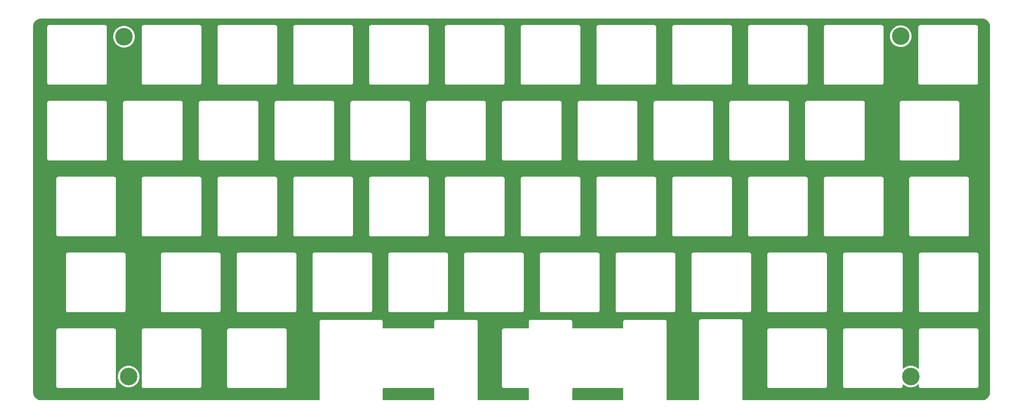
<source format=gbr>
%TF.GenerationSoftware,KiCad,Pcbnew,(6.0.7)*%
%TF.CreationDate,2022-10-09T16:59:53+02:00*%
%TF.ProjectId,the PETER switchplate,74686520-5045-4544-9552-207377697463,rev?*%
%TF.SameCoordinates,Original*%
%TF.FileFunction,Copper,L2,Bot*%
%TF.FilePolarity,Positive*%
%FSLAX46Y46*%
G04 Gerber Fmt 4.6, Leading zero omitted, Abs format (unit mm)*
G04 Created by KiCad (PCBNEW (6.0.7)) date 2022-10-09 16:59:53*
%MOMM*%
%LPD*%
G01*
G04 APERTURE LIST*
%TA.AperFunction,ComponentPad*%
%ADD10C,4.400000*%
%TD*%
G04 APERTURE END LIST*
D10*
%TO.P,REF\u002A\u002A,1*%
%TO.N,N/C*%
X47879000Y-137414000D03*
%TD*%
%TO.P,REF\u002A\u002A,1*%
%TO.N,N/C*%
X244475000Y-137414000D03*
%TD*%
%TO.P,REF\u002A\u002A,1*%
%TO.N,N/C*%
X241935000Y-51943000D03*
%TD*%
%TO.P,REF\u002A\u002A,1*%
%TO.N,N/C*%
X46736000Y-52070000D03*
%TD*%
%TA.AperFunction,NonConductor*%
G36*
X124655621Y-140355502D02*
G01*
X124702114Y-140409158D01*
X124713500Y-140461500D01*
X124713500Y-143256500D01*
X124693498Y-143324621D01*
X124639842Y-143371114D01*
X124587500Y-143382500D01*
X111886500Y-143382500D01*
X111818379Y-143362498D01*
X111771886Y-143308842D01*
X111760500Y-143256500D01*
X111760500Y-140461500D01*
X111780502Y-140393379D01*
X111834158Y-140346886D01*
X111886500Y-140335500D01*
X124587500Y-140335500D01*
X124655621Y-140355502D01*
G37*
%TD.AperFunction*%
%TA.AperFunction,NonConductor*%
G36*
X172153621Y-140355502D02*
G01*
X172200114Y-140409158D01*
X172211500Y-140461500D01*
X172211500Y-143256500D01*
X172191498Y-143324621D01*
X172137842Y-143371114D01*
X172085500Y-143382500D01*
X159511500Y-143382500D01*
X159443379Y-143362498D01*
X159396886Y-143308842D01*
X159385500Y-143256500D01*
X159385500Y-140461500D01*
X159405502Y-140393379D01*
X159459158Y-140346886D01*
X159511500Y-140335500D01*
X172085500Y-140335500D01*
X172153621Y-140355502D01*
G37*
%TD.AperFunction*%
%TA.AperFunction,NonConductor*%
G36*
X262352018Y-47500000D02*
G01*
X262366851Y-47502310D01*
X262366855Y-47502310D01*
X262375724Y-47503691D01*
X262384626Y-47502527D01*
X262384629Y-47502527D01*
X262392012Y-47501561D01*
X262416591Y-47500767D01*
X262443442Y-47502527D01*
X262638922Y-47515340D01*
X262655262Y-47517491D01*
X262777478Y-47541801D01*
X262899696Y-47566112D01*
X262915606Y-47570375D01*
X263151600Y-47650484D01*
X263166826Y-47656791D01*
X263390342Y-47767016D01*
X263404616Y-47775257D01*
X263611829Y-47913713D01*
X263624905Y-47923746D01*
X263812278Y-48088068D01*
X263823932Y-48099722D01*
X263988254Y-48287095D01*
X263998287Y-48300171D01*
X264136743Y-48507384D01*
X264144984Y-48521658D01*
X264255209Y-48745174D01*
X264261515Y-48760398D01*
X264341625Y-48996394D01*
X264345889Y-49012307D01*
X264394509Y-49256738D01*
X264396660Y-49273078D01*
X264410763Y-49488236D01*
X264409733Y-49511350D01*
X264409690Y-49514854D01*
X264408309Y-49523724D01*
X264409473Y-49532626D01*
X264409473Y-49532628D01*
X264412436Y-49555283D01*
X264413500Y-49571621D01*
X264413500Y-141301633D01*
X264412000Y-141321018D01*
X264409690Y-141335851D01*
X264409690Y-141335855D01*
X264408309Y-141344724D01*
X264409473Y-141353626D01*
X264409473Y-141353629D01*
X264410439Y-141361012D01*
X264411233Y-141385591D01*
X264396660Y-141607922D01*
X264394509Y-141624262D01*
X264345889Y-141868693D01*
X264341625Y-141884606D01*
X264307312Y-141985689D01*
X264261516Y-142120600D01*
X264255209Y-142135826D01*
X264144984Y-142359342D01*
X264136743Y-142373616D01*
X263998287Y-142580829D01*
X263988254Y-142593905D01*
X263823932Y-142781278D01*
X263812278Y-142792932D01*
X263624905Y-142957254D01*
X263611829Y-142967287D01*
X263404616Y-143105743D01*
X263390342Y-143113984D01*
X263166826Y-143224209D01*
X263151602Y-143230515D01*
X262915606Y-143310625D01*
X262899696Y-143314888D01*
X262777477Y-143339199D01*
X262655262Y-143363509D01*
X262638922Y-143365660D01*
X262490134Y-143375413D01*
X262423763Y-143379763D01*
X262400650Y-143378733D01*
X262397146Y-143378690D01*
X262388276Y-143377309D01*
X262379374Y-143378473D01*
X262379372Y-143378473D01*
X262365915Y-143380233D01*
X262356714Y-143381436D01*
X262340379Y-143382500D01*
X202310500Y-143382500D01*
X202242379Y-143362498D01*
X202195886Y-143308842D01*
X202184500Y-143256500D01*
X202184500Y-139896721D01*
X208406024Y-139896721D01*
X208408491Y-139905352D01*
X208414150Y-139925153D01*
X208417728Y-139941915D01*
X208421920Y-139971187D01*
X208425634Y-139979355D01*
X208425634Y-139979356D01*
X208432548Y-139994562D01*
X208438996Y-140012086D01*
X208446051Y-140036771D01*
X208450843Y-140044365D01*
X208450844Y-140044368D01*
X208461830Y-140061780D01*
X208469969Y-140076863D01*
X208482208Y-140103782D01*
X208488069Y-140110584D01*
X208498970Y-140123235D01*
X208510073Y-140138239D01*
X208523776Y-140159958D01*
X208530501Y-140165897D01*
X208530504Y-140165901D01*
X208545938Y-140179532D01*
X208557982Y-140191724D01*
X208571427Y-140207327D01*
X208571430Y-140207329D01*
X208577287Y-140214127D01*
X208584816Y-140219007D01*
X208584817Y-140219008D01*
X208598835Y-140228094D01*
X208613709Y-140239385D01*
X208626217Y-140250431D01*
X208632951Y-140256378D01*
X208659711Y-140268942D01*
X208674691Y-140277263D01*
X208691983Y-140288471D01*
X208691988Y-140288473D01*
X208699515Y-140293352D01*
X208708108Y-140295922D01*
X208708113Y-140295924D01*
X208724120Y-140300711D01*
X208741564Y-140307372D01*
X208756676Y-140314467D01*
X208756678Y-140314468D01*
X208764800Y-140318281D01*
X208773667Y-140319662D01*
X208773668Y-140319662D01*
X208776353Y-140320080D01*
X208794017Y-140322830D01*
X208810732Y-140326613D01*
X208830466Y-140332515D01*
X208830472Y-140332516D01*
X208839066Y-140335086D01*
X208848037Y-140335141D01*
X208848038Y-140335141D01*
X208858097Y-140335202D01*
X208873506Y-140335296D01*
X208874289Y-140335329D01*
X208875386Y-140335500D01*
X208906377Y-140335500D01*
X208907147Y-140335502D01*
X208980785Y-140335952D01*
X208980786Y-140335952D01*
X208984721Y-140335976D01*
X208986065Y-140335592D01*
X208987410Y-140335500D01*
X222876377Y-140335500D01*
X222877148Y-140335502D01*
X222954721Y-140335976D01*
X222983152Y-140327850D01*
X222999915Y-140324272D01*
X223000753Y-140324152D01*
X223029187Y-140320080D01*
X223052564Y-140309451D01*
X223070087Y-140303004D01*
X223094771Y-140295949D01*
X223102365Y-140291157D01*
X223102368Y-140291156D01*
X223119780Y-140280170D01*
X223134865Y-140272030D01*
X223161782Y-140259792D01*
X223181235Y-140243030D01*
X223196239Y-140231927D01*
X223217958Y-140218224D01*
X223223897Y-140211499D01*
X223223901Y-140211496D01*
X223237532Y-140196062D01*
X223249724Y-140184018D01*
X223265327Y-140170573D01*
X223265329Y-140170570D01*
X223272127Y-140164713D01*
X223286094Y-140143165D01*
X223297385Y-140128291D01*
X223308431Y-140115783D01*
X223308432Y-140115782D01*
X223314378Y-140109049D01*
X223326943Y-140082287D01*
X223335263Y-140067309D01*
X223346471Y-140050017D01*
X223346473Y-140050012D01*
X223351352Y-140042485D01*
X223353922Y-140033892D01*
X223353924Y-140033887D01*
X223358711Y-140017880D01*
X223365372Y-140000436D01*
X223372467Y-139985324D01*
X223372468Y-139985322D01*
X223376281Y-139977200D01*
X223377699Y-139968097D01*
X223380830Y-139947985D01*
X223384613Y-139931268D01*
X223390515Y-139911534D01*
X223390516Y-139911528D01*
X223393086Y-139902934D01*
X223393124Y-139896721D01*
X227456024Y-139896721D01*
X227458491Y-139905352D01*
X227464150Y-139925153D01*
X227467728Y-139941915D01*
X227471920Y-139971187D01*
X227475634Y-139979355D01*
X227475634Y-139979356D01*
X227482548Y-139994562D01*
X227488996Y-140012086D01*
X227496051Y-140036771D01*
X227500843Y-140044365D01*
X227500844Y-140044368D01*
X227511830Y-140061780D01*
X227519969Y-140076863D01*
X227532208Y-140103782D01*
X227538069Y-140110584D01*
X227548970Y-140123235D01*
X227560073Y-140138239D01*
X227573776Y-140159958D01*
X227580501Y-140165897D01*
X227580504Y-140165901D01*
X227595938Y-140179532D01*
X227607982Y-140191724D01*
X227621427Y-140207327D01*
X227621430Y-140207329D01*
X227627287Y-140214127D01*
X227634816Y-140219007D01*
X227634817Y-140219008D01*
X227648835Y-140228094D01*
X227663709Y-140239385D01*
X227676217Y-140250431D01*
X227682951Y-140256378D01*
X227709711Y-140268942D01*
X227724691Y-140277263D01*
X227741983Y-140288471D01*
X227741988Y-140288473D01*
X227749515Y-140293352D01*
X227758108Y-140295922D01*
X227758113Y-140295924D01*
X227774120Y-140300711D01*
X227791564Y-140307372D01*
X227806676Y-140314467D01*
X227806678Y-140314468D01*
X227814800Y-140318281D01*
X227823667Y-140319662D01*
X227823668Y-140319662D01*
X227826353Y-140320080D01*
X227844017Y-140322830D01*
X227860732Y-140326613D01*
X227880466Y-140332515D01*
X227880472Y-140332516D01*
X227889066Y-140335086D01*
X227898037Y-140335141D01*
X227898038Y-140335141D01*
X227908097Y-140335202D01*
X227923506Y-140335296D01*
X227924289Y-140335329D01*
X227925386Y-140335500D01*
X227956377Y-140335500D01*
X227957147Y-140335502D01*
X228030785Y-140335952D01*
X228030786Y-140335952D01*
X228034721Y-140335976D01*
X228036065Y-140335592D01*
X228037410Y-140335500D01*
X241926377Y-140335500D01*
X241927148Y-140335502D01*
X242004721Y-140335976D01*
X242033152Y-140327850D01*
X242049915Y-140324272D01*
X242050753Y-140324152D01*
X242079187Y-140320080D01*
X242102564Y-140309451D01*
X242120087Y-140303004D01*
X242144771Y-140295949D01*
X242152365Y-140291157D01*
X242152368Y-140291156D01*
X242169780Y-140280170D01*
X242184865Y-140272030D01*
X242211782Y-140259792D01*
X242231235Y-140243030D01*
X242246239Y-140231927D01*
X242267958Y-140218224D01*
X242273897Y-140211499D01*
X242273901Y-140211496D01*
X242287532Y-140196062D01*
X242299724Y-140184018D01*
X242315327Y-140170573D01*
X242315329Y-140170570D01*
X242322127Y-140164713D01*
X242336094Y-140143165D01*
X242347385Y-140128291D01*
X242358431Y-140115783D01*
X242358432Y-140115782D01*
X242364378Y-140109049D01*
X242376943Y-140082287D01*
X242385263Y-140067309D01*
X242396471Y-140050017D01*
X242396473Y-140050012D01*
X242401352Y-140042485D01*
X242403922Y-140033892D01*
X242403924Y-140033887D01*
X242408711Y-140017880D01*
X242415372Y-140000436D01*
X242422467Y-139985324D01*
X242422468Y-139985322D01*
X242426281Y-139977200D01*
X242427699Y-139968097D01*
X242430830Y-139947985D01*
X242434613Y-139931268D01*
X242440515Y-139911534D01*
X242440516Y-139911528D01*
X242443086Y-139902934D01*
X242443296Y-139868494D01*
X242443329Y-139867711D01*
X242443500Y-139866614D01*
X242443500Y-139835623D01*
X242443502Y-139834853D01*
X242443952Y-139761215D01*
X242443952Y-139761214D01*
X242443976Y-139757279D01*
X242443592Y-139755935D01*
X242443500Y-139754590D01*
X242443500Y-139518830D01*
X242463502Y-139450709D01*
X242517158Y-139404216D01*
X242587432Y-139394112D01*
X242647596Y-139422466D01*
X242648814Y-139420953D01*
X242900196Y-139623431D01*
X242900201Y-139623435D01*
X242903149Y-139625809D01*
X243180253Y-139798627D01*
X243476112Y-139936903D01*
X243553591Y-139962302D01*
X243780757Y-140036771D01*
X243786440Y-140038634D01*
X244106742Y-140102346D01*
X244110514Y-140102633D01*
X244110522Y-140102634D01*
X244428602Y-140126829D01*
X244428607Y-140126829D01*
X244432379Y-140127116D01*
X244758633Y-140112586D01*
X244770661Y-140110584D01*
X245077037Y-140059590D01*
X245077042Y-140059589D01*
X245080778Y-140058967D01*
X245394149Y-139967034D01*
X245397616Y-139965544D01*
X245397620Y-139965543D01*
X245690721Y-139839616D01*
X245690723Y-139839615D01*
X245694205Y-139838119D01*
X245976601Y-139674091D01*
X246215100Y-139494042D01*
X246234221Y-139479607D01*
X246234222Y-139479606D01*
X246237245Y-139477324D01*
X246293052Y-139423526D01*
X246355978Y-139390648D01*
X246426689Y-139397010D01*
X246482735Y-139440591D01*
X246506500Y-139514239D01*
X246506500Y-139818377D01*
X246506498Y-139819147D01*
X246506024Y-139896721D01*
X246508491Y-139905352D01*
X246514150Y-139925153D01*
X246517728Y-139941915D01*
X246521920Y-139971187D01*
X246525634Y-139979355D01*
X246525634Y-139979356D01*
X246532548Y-139994562D01*
X246538996Y-140012086D01*
X246546051Y-140036771D01*
X246550843Y-140044365D01*
X246550844Y-140044368D01*
X246561830Y-140061780D01*
X246569969Y-140076863D01*
X246582208Y-140103782D01*
X246588069Y-140110584D01*
X246598970Y-140123235D01*
X246610073Y-140138239D01*
X246623776Y-140159958D01*
X246630501Y-140165897D01*
X246630504Y-140165901D01*
X246645938Y-140179532D01*
X246657982Y-140191724D01*
X246671427Y-140207327D01*
X246671430Y-140207329D01*
X246677287Y-140214127D01*
X246684816Y-140219007D01*
X246684817Y-140219008D01*
X246698835Y-140228094D01*
X246713709Y-140239385D01*
X246726217Y-140250431D01*
X246732951Y-140256378D01*
X246759711Y-140268942D01*
X246774691Y-140277263D01*
X246791983Y-140288471D01*
X246791988Y-140288473D01*
X246799515Y-140293352D01*
X246808108Y-140295922D01*
X246808113Y-140295924D01*
X246824120Y-140300711D01*
X246841564Y-140307372D01*
X246856676Y-140314467D01*
X246856678Y-140314468D01*
X246864800Y-140318281D01*
X246873667Y-140319662D01*
X246873668Y-140319662D01*
X246876353Y-140320080D01*
X246894017Y-140322830D01*
X246910732Y-140326613D01*
X246930466Y-140332515D01*
X246930472Y-140332516D01*
X246939066Y-140335086D01*
X246948037Y-140335141D01*
X246948038Y-140335141D01*
X246958097Y-140335202D01*
X246973506Y-140335296D01*
X246974289Y-140335329D01*
X246975386Y-140335500D01*
X247006377Y-140335500D01*
X247007147Y-140335502D01*
X247080785Y-140335952D01*
X247080786Y-140335952D01*
X247084721Y-140335976D01*
X247086065Y-140335592D01*
X247087410Y-140335500D01*
X260976377Y-140335500D01*
X260977148Y-140335502D01*
X261054721Y-140335976D01*
X261083152Y-140327850D01*
X261099915Y-140324272D01*
X261100753Y-140324152D01*
X261129187Y-140320080D01*
X261152564Y-140309451D01*
X261170087Y-140303004D01*
X261194771Y-140295949D01*
X261202365Y-140291157D01*
X261202368Y-140291156D01*
X261219780Y-140280170D01*
X261234865Y-140272030D01*
X261261782Y-140259792D01*
X261281235Y-140243030D01*
X261296239Y-140231927D01*
X261317958Y-140218224D01*
X261323897Y-140211499D01*
X261323901Y-140211496D01*
X261337532Y-140196062D01*
X261349724Y-140184018D01*
X261365327Y-140170573D01*
X261365329Y-140170570D01*
X261372127Y-140164713D01*
X261386094Y-140143165D01*
X261397385Y-140128291D01*
X261408431Y-140115783D01*
X261408432Y-140115782D01*
X261414378Y-140109049D01*
X261426943Y-140082287D01*
X261435263Y-140067309D01*
X261446471Y-140050017D01*
X261446473Y-140050012D01*
X261451352Y-140042485D01*
X261453922Y-140033892D01*
X261453924Y-140033887D01*
X261458711Y-140017880D01*
X261465372Y-140000436D01*
X261472467Y-139985324D01*
X261472468Y-139985322D01*
X261476281Y-139977200D01*
X261477699Y-139968097D01*
X261480830Y-139947985D01*
X261484613Y-139931268D01*
X261490515Y-139911534D01*
X261490516Y-139911528D01*
X261493086Y-139902934D01*
X261493296Y-139868494D01*
X261493329Y-139867711D01*
X261493500Y-139866614D01*
X261493500Y-139835623D01*
X261493502Y-139834853D01*
X261493952Y-139761215D01*
X261493952Y-139761214D01*
X261493976Y-139757279D01*
X261493592Y-139755935D01*
X261493500Y-139754590D01*
X261493500Y-125865623D01*
X261493502Y-125864853D01*
X261493800Y-125816102D01*
X261493976Y-125787279D01*
X261485850Y-125758847D01*
X261482272Y-125742085D01*
X261479352Y-125721698D01*
X261478080Y-125712813D01*
X261467451Y-125689436D01*
X261461004Y-125671913D01*
X261456416Y-125655862D01*
X261453949Y-125647229D01*
X261449156Y-125639632D01*
X261438170Y-125622220D01*
X261430030Y-125607135D01*
X261427564Y-125601711D01*
X261417792Y-125580218D01*
X261401030Y-125560765D01*
X261389927Y-125545761D01*
X261376224Y-125524042D01*
X261369499Y-125518103D01*
X261369496Y-125518099D01*
X261354062Y-125504468D01*
X261342018Y-125492276D01*
X261328573Y-125476673D01*
X261328570Y-125476671D01*
X261322713Y-125469873D01*
X261309009Y-125460990D01*
X261301165Y-125455906D01*
X261286291Y-125444615D01*
X261273783Y-125433569D01*
X261273782Y-125433568D01*
X261267049Y-125427622D01*
X261240287Y-125415057D01*
X261225309Y-125406737D01*
X261208017Y-125395529D01*
X261208012Y-125395527D01*
X261200485Y-125390648D01*
X261191892Y-125388078D01*
X261191887Y-125388076D01*
X261175880Y-125383289D01*
X261158436Y-125376628D01*
X261143324Y-125369533D01*
X261143322Y-125369532D01*
X261135200Y-125365719D01*
X261126333Y-125364338D01*
X261126332Y-125364338D01*
X261115478Y-125362648D01*
X261105983Y-125361170D01*
X261089268Y-125357387D01*
X261069534Y-125351485D01*
X261069528Y-125351484D01*
X261060934Y-125348914D01*
X261051963Y-125348859D01*
X261051962Y-125348859D01*
X261041903Y-125348798D01*
X261026494Y-125348704D01*
X261025711Y-125348671D01*
X261024614Y-125348500D01*
X260993623Y-125348500D01*
X260992853Y-125348498D01*
X260919215Y-125348048D01*
X260919214Y-125348048D01*
X260915279Y-125348024D01*
X260913935Y-125348408D01*
X260912590Y-125348500D01*
X247023623Y-125348500D01*
X247022853Y-125348498D01*
X247022037Y-125348493D01*
X246945279Y-125348024D01*
X246922918Y-125354415D01*
X246916847Y-125356150D01*
X246900085Y-125359728D01*
X246870813Y-125363920D01*
X246862645Y-125367634D01*
X246862644Y-125367634D01*
X246847438Y-125374548D01*
X246829914Y-125380996D01*
X246805229Y-125388051D01*
X246797635Y-125392843D01*
X246797632Y-125392844D01*
X246780220Y-125403830D01*
X246765137Y-125411969D01*
X246738218Y-125424208D01*
X246731416Y-125430069D01*
X246718765Y-125440970D01*
X246703761Y-125452073D01*
X246682042Y-125465776D01*
X246676103Y-125472501D01*
X246676099Y-125472504D01*
X246662468Y-125487938D01*
X246650276Y-125499982D01*
X246634673Y-125513427D01*
X246634671Y-125513430D01*
X246627873Y-125519287D01*
X246622993Y-125526816D01*
X246622992Y-125526817D01*
X246613906Y-125540835D01*
X246602615Y-125555709D01*
X246591569Y-125568217D01*
X246585622Y-125574951D01*
X246579312Y-125588391D01*
X246573058Y-125601711D01*
X246564737Y-125616691D01*
X246553529Y-125633983D01*
X246553527Y-125633988D01*
X246548648Y-125641515D01*
X246546078Y-125650108D01*
X246546076Y-125650113D01*
X246541289Y-125666120D01*
X246534628Y-125683564D01*
X246527533Y-125698676D01*
X246523719Y-125706800D01*
X246522338Y-125715667D01*
X246522338Y-125715668D01*
X246519170Y-125736015D01*
X246515387Y-125752732D01*
X246509485Y-125772466D01*
X246509484Y-125772472D01*
X246506914Y-125781066D01*
X246506859Y-125790037D01*
X246506859Y-125790038D01*
X246506704Y-125815497D01*
X246506671Y-125816289D01*
X246506500Y-125817386D01*
X246506500Y-125848377D01*
X246506498Y-125849147D01*
X246506024Y-125926721D01*
X246506408Y-125928065D01*
X246506500Y-125929410D01*
X246506500Y-135310332D01*
X246486498Y-135378453D01*
X246432842Y-135424946D01*
X246362568Y-135435050D01*
X246297988Y-135405556D01*
X246291173Y-135399195D01*
X246282742Y-135390720D01*
X246280070Y-135388034D01*
X246023603Y-135185852D01*
X245744705Y-135015945D01*
X245741261Y-135014379D01*
X245741257Y-135014377D01*
X245630667Y-134964095D01*
X245447414Y-134880775D01*
X245136037Y-134782300D01*
X244918492Y-134741390D01*
X244818809Y-134722645D01*
X244818807Y-134722645D01*
X244815086Y-134721945D01*
X244489208Y-134700586D01*
X244485428Y-134700794D01*
X244485427Y-134700794D01*
X244387897Y-134706162D01*
X244163124Y-134718532D01*
X244159397Y-134719193D01*
X244159393Y-134719193D01*
X244002340Y-134747027D01*
X243841557Y-134775522D01*
X243837941Y-134776624D01*
X243837933Y-134776626D01*
X243532789Y-134869627D01*
X243529167Y-134870731D01*
X243230477Y-135002781D01*
X243205041Y-135017914D01*
X242953074Y-135167817D01*
X242953068Y-135167821D01*
X242949814Y-135169757D01*
X242946812Y-135172073D01*
X242765076Y-135312282D01*
X242691244Y-135369243D01*
X242657891Y-135402076D01*
X242595315Y-135435609D01*
X242524541Y-135429988D01*
X242468042Y-135386996D01*
X242443754Y-135320283D01*
X242443500Y-135312282D01*
X242443500Y-125865623D01*
X242443502Y-125864853D01*
X242443800Y-125816102D01*
X242443976Y-125787279D01*
X242435850Y-125758847D01*
X242432272Y-125742085D01*
X242429352Y-125721698D01*
X242428080Y-125712813D01*
X242417451Y-125689436D01*
X242411004Y-125671913D01*
X242406416Y-125655862D01*
X242403949Y-125647229D01*
X242399156Y-125639632D01*
X242388170Y-125622220D01*
X242380030Y-125607135D01*
X242377564Y-125601711D01*
X242367792Y-125580218D01*
X242351030Y-125560765D01*
X242339927Y-125545761D01*
X242326224Y-125524042D01*
X242319499Y-125518103D01*
X242319496Y-125518099D01*
X242304062Y-125504468D01*
X242292018Y-125492276D01*
X242278573Y-125476673D01*
X242278570Y-125476671D01*
X242272713Y-125469873D01*
X242259009Y-125460990D01*
X242251165Y-125455906D01*
X242236291Y-125444615D01*
X242223783Y-125433569D01*
X242223782Y-125433568D01*
X242217049Y-125427622D01*
X242190287Y-125415057D01*
X242175309Y-125406737D01*
X242158017Y-125395529D01*
X242158012Y-125395527D01*
X242150485Y-125390648D01*
X242141892Y-125388078D01*
X242141887Y-125388076D01*
X242125880Y-125383289D01*
X242108436Y-125376628D01*
X242093324Y-125369533D01*
X242093322Y-125369532D01*
X242085200Y-125365719D01*
X242076333Y-125364338D01*
X242076332Y-125364338D01*
X242065478Y-125362648D01*
X242055983Y-125361170D01*
X242039268Y-125357387D01*
X242019534Y-125351485D01*
X242019528Y-125351484D01*
X242010934Y-125348914D01*
X242001963Y-125348859D01*
X242001962Y-125348859D01*
X241991903Y-125348798D01*
X241976494Y-125348704D01*
X241975711Y-125348671D01*
X241974614Y-125348500D01*
X241943623Y-125348500D01*
X241942853Y-125348498D01*
X241869215Y-125348048D01*
X241869214Y-125348048D01*
X241865279Y-125348024D01*
X241863935Y-125348408D01*
X241862590Y-125348500D01*
X227973623Y-125348500D01*
X227972853Y-125348498D01*
X227972037Y-125348493D01*
X227895279Y-125348024D01*
X227872918Y-125354415D01*
X227866847Y-125356150D01*
X227850085Y-125359728D01*
X227820813Y-125363920D01*
X227812645Y-125367634D01*
X227812644Y-125367634D01*
X227797438Y-125374548D01*
X227779914Y-125380996D01*
X227755229Y-125388051D01*
X227747635Y-125392843D01*
X227747632Y-125392844D01*
X227730220Y-125403830D01*
X227715137Y-125411969D01*
X227688218Y-125424208D01*
X227681416Y-125430069D01*
X227668765Y-125440970D01*
X227653761Y-125452073D01*
X227632042Y-125465776D01*
X227626103Y-125472501D01*
X227626099Y-125472504D01*
X227612468Y-125487938D01*
X227600276Y-125499982D01*
X227584673Y-125513427D01*
X227584671Y-125513430D01*
X227577873Y-125519287D01*
X227572993Y-125526816D01*
X227572992Y-125526817D01*
X227563906Y-125540835D01*
X227552615Y-125555709D01*
X227541569Y-125568217D01*
X227535622Y-125574951D01*
X227529312Y-125588391D01*
X227523058Y-125601711D01*
X227514737Y-125616691D01*
X227503529Y-125633983D01*
X227503527Y-125633988D01*
X227498648Y-125641515D01*
X227496078Y-125650108D01*
X227496076Y-125650113D01*
X227491289Y-125666120D01*
X227484628Y-125683564D01*
X227477533Y-125698676D01*
X227473719Y-125706800D01*
X227472338Y-125715667D01*
X227472338Y-125715668D01*
X227469170Y-125736015D01*
X227465387Y-125752732D01*
X227459485Y-125772466D01*
X227459484Y-125772472D01*
X227456914Y-125781066D01*
X227456859Y-125790037D01*
X227456859Y-125790038D01*
X227456704Y-125815497D01*
X227456671Y-125816289D01*
X227456500Y-125817386D01*
X227456500Y-125848377D01*
X227456498Y-125849147D01*
X227456024Y-125926721D01*
X227456408Y-125928065D01*
X227456500Y-125929410D01*
X227456500Y-139818377D01*
X227456498Y-139819147D01*
X227456024Y-139896721D01*
X223393124Y-139896721D01*
X223393296Y-139868494D01*
X223393329Y-139867711D01*
X223393500Y-139866614D01*
X223393500Y-139835623D01*
X223393502Y-139834853D01*
X223393952Y-139761215D01*
X223393952Y-139761214D01*
X223393976Y-139757279D01*
X223393592Y-139755935D01*
X223393500Y-139754590D01*
X223393500Y-125865623D01*
X223393502Y-125864853D01*
X223393800Y-125816102D01*
X223393976Y-125787279D01*
X223385850Y-125758847D01*
X223382272Y-125742085D01*
X223379352Y-125721698D01*
X223378080Y-125712813D01*
X223367451Y-125689436D01*
X223361004Y-125671913D01*
X223356416Y-125655862D01*
X223353949Y-125647229D01*
X223349156Y-125639632D01*
X223338170Y-125622220D01*
X223330030Y-125607135D01*
X223327564Y-125601711D01*
X223317792Y-125580218D01*
X223301030Y-125560765D01*
X223289927Y-125545761D01*
X223276224Y-125524042D01*
X223269499Y-125518103D01*
X223269496Y-125518099D01*
X223254062Y-125504468D01*
X223242018Y-125492276D01*
X223228573Y-125476673D01*
X223228570Y-125476671D01*
X223222713Y-125469873D01*
X223209009Y-125460990D01*
X223201165Y-125455906D01*
X223186291Y-125444615D01*
X223173783Y-125433569D01*
X223173782Y-125433568D01*
X223167049Y-125427622D01*
X223140287Y-125415057D01*
X223125309Y-125406737D01*
X223108017Y-125395529D01*
X223108012Y-125395527D01*
X223100485Y-125390648D01*
X223091892Y-125388078D01*
X223091887Y-125388076D01*
X223075880Y-125383289D01*
X223058436Y-125376628D01*
X223043324Y-125369533D01*
X223043322Y-125369532D01*
X223035200Y-125365719D01*
X223026333Y-125364338D01*
X223026332Y-125364338D01*
X223015478Y-125362648D01*
X223005983Y-125361170D01*
X222989268Y-125357387D01*
X222969534Y-125351485D01*
X222969528Y-125351484D01*
X222960934Y-125348914D01*
X222951963Y-125348859D01*
X222951962Y-125348859D01*
X222941903Y-125348798D01*
X222926494Y-125348704D01*
X222925711Y-125348671D01*
X222924614Y-125348500D01*
X222893623Y-125348500D01*
X222892853Y-125348498D01*
X222819215Y-125348048D01*
X222819214Y-125348048D01*
X222815279Y-125348024D01*
X222813935Y-125348408D01*
X222812590Y-125348500D01*
X208923623Y-125348500D01*
X208922853Y-125348498D01*
X208922037Y-125348493D01*
X208845279Y-125348024D01*
X208822918Y-125354415D01*
X208816847Y-125356150D01*
X208800085Y-125359728D01*
X208770813Y-125363920D01*
X208762645Y-125367634D01*
X208762644Y-125367634D01*
X208747438Y-125374548D01*
X208729914Y-125380996D01*
X208705229Y-125388051D01*
X208697635Y-125392843D01*
X208697632Y-125392844D01*
X208680220Y-125403830D01*
X208665137Y-125411969D01*
X208638218Y-125424208D01*
X208631416Y-125430069D01*
X208618765Y-125440970D01*
X208603761Y-125452073D01*
X208582042Y-125465776D01*
X208576103Y-125472501D01*
X208576099Y-125472504D01*
X208562468Y-125487938D01*
X208550276Y-125499982D01*
X208534673Y-125513427D01*
X208534671Y-125513430D01*
X208527873Y-125519287D01*
X208522993Y-125526816D01*
X208522992Y-125526817D01*
X208513906Y-125540835D01*
X208502615Y-125555709D01*
X208491569Y-125568217D01*
X208485622Y-125574951D01*
X208479312Y-125588391D01*
X208473058Y-125601711D01*
X208464737Y-125616691D01*
X208453529Y-125633983D01*
X208453527Y-125633988D01*
X208448648Y-125641515D01*
X208446078Y-125650108D01*
X208446076Y-125650113D01*
X208441289Y-125666120D01*
X208434628Y-125683564D01*
X208427533Y-125698676D01*
X208423719Y-125706800D01*
X208422338Y-125715667D01*
X208422338Y-125715668D01*
X208419170Y-125736015D01*
X208415387Y-125752732D01*
X208409485Y-125772466D01*
X208409484Y-125772472D01*
X208406914Y-125781066D01*
X208406859Y-125790037D01*
X208406859Y-125790038D01*
X208406704Y-125815497D01*
X208406671Y-125816289D01*
X208406500Y-125817386D01*
X208406500Y-125848377D01*
X208406498Y-125849147D01*
X208406024Y-125926721D01*
X208406408Y-125928065D01*
X208406500Y-125929410D01*
X208406500Y-139818377D01*
X208406498Y-139819147D01*
X208406024Y-139896721D01*
X202184500Y-139896721D01*
X202184500Y-123579623D01*
X202184502Y-123578853D01*
X202184800Y-123530102D01*
X202184976Y-123501279D01*
X202176850Y-123472847D01*
X202173272Y-123456085D01*
X202173254Y-123455958D01*
X202169080Y-123426813D01*
X202164142Y-123415951D01*
X202158452Y-123403438D01*
X202152004Y-123385913D01*
X202144949Y-123361229D01*
X202140156Y-123353632D01*
X202129170Y-123336220D01*
X202121030Y-123321135D01*
X202118564Y-123315711D01*
X202108792Y-123294218D01*
X202092030Y-123274765D01*
X202080927Y-123259761D01*
X202067224Y-123238042D01*
X202060499Y-123232103D01*
X202060496Y-123232099D01*
X202045062Y-123218468D01*
X202033018Y-123206276D01*
X202019573Y-123190673D01*
X202019570Y-123190671D01*
X202013713Y-123183873D01*
X202000009Y-123174990D01*
X201992165Y-123169906D01*
X201977291Y-123158615D01*
X201964783Y-123147569D01*
X201964782Y-123147568D01*
X201958049Y-123141622D01*
X201931287Y-123129057D01*
X201916309Y-123120737D01*
X201899017Y-123109529D01*
X201899012Y-123109527D01*
X201891485Y-123104648D01*
X201882892Y-123102078D01*
X201882887Y-123102076D01*
X201866880Y-123097289D01*
X201849436Y-123090628D01*
X201834324Y-123083533D01*
X201834322Y-123083532D01*
X201826200Y-123079719D01*
X201817333Y-123078338D01*
X201817332Y-123078338D01*
X201806478Y-123076648D01*
X201796983Y-123075170D01*
X201780268Y-123071387D01*
X201760534Y-123065485D01*
X201760528Y-123065484D01*
X201751934Y-123062914D01*
X201742963Y-123062859D01*
X201742962Y-123062859D01*
X201732903Y-123062798D01*
X201717494Y-123062704D01*
X201716711Y-123062671D01*
X201715614Y-123062500D01*
X201684623Y-123062500D01*
X201683853Y-123062498D01*
X201610215Y-123062048D01*
X201610214Y-123062048D01*
X201606279Y-123062024D01*
X201604935Y-123062408D01*
X201603590Y-123062500D01*
X191778623Y-123062500D01*
X191777853Y-123062498D01*
X191777037Y-123062493D01*
X191700279Y-123062024D01*
X191677918Y-123068415D01*
X191671847Y-123070150D01*
X191655085Y-123073728D01*
X191625813Y-123077920D01*
X191617645Y-123081634D01*
X191617644Y-123081634D01*
X191602438Y-123088548D01*
X191584914Y-123094996D01*
X191560229Y-123102051D01*
X191552635Y-123106843D01*
X191552632Y-123106844D01*
X191535220Y-123117830D01*
X191520137Y-123125969D01*
X191493218Y-123138208D01*
X191486416Y-123144069D01*
X191473765Y-123154970D01*
X191458761Y-123166073D01*
X191437042Y-123179776D01*
X191431103Y-123186501D01*
X191431099Y-123186504D01*
X191417468Y-123201938D01*
X191405276Y-123213982D01*
X191389673Y-123227427D01*
X191389671Y-123227430D01*
X191382873Y-123233287D01*
X191377993Y-123240816D01*
X191377992Y-123240817D01*
X191368906Y-123254835D01*
X191357615Y-123269709D01*
X191346787Y-123281970D01*
X191340622Y-123288951D01*
X191329094Y-123313504D01*
X191328058Y-123315711D01*
X191319737Y-123330691D01*
X191308529Y-123347983D01*
X191308527Y-123347988D01*
X191303648Y-123355515D01*
X191301078Y-123364108D01*
X191301076Y-123364113D01*
X191296289Y-123380120D01*
X191289628Y-123397564D01*
X191284157Y-123409217D01*
X191278719Y-123420800D01*
X191277338Y-123429667D01*
X191277338Y-123429668D01*
X191274170Y-123450015D01*
X191270387Y-123466732D01*
X191264485Y-123486466D01*
X191264484Y-123486472D01*
X191261914Y-123495066D01*
X191261859Y-123504037D01*
X191261859Y-123504038D01*
X191261704Y-123529497D01*
X191261671Y-123530289D01*
X191261500Y-123531386D01*
X191261500Y-123562377D01*
X191261498Y-123563147D01*
X191261024Y-123640721D01*
X191261408Y-123642065D01*
X191261500Y-123643410D01*
X191261500Y-143256500D01*
X191241498Y-143324621D01*
X191187842Y-143371114D01*
X191135500Y-143382500D01*
X183260500Y-143382500D01*
X183192379Y-143362498D01*
X183145886Y-143308842D01*
X183134500Y-143256500D01*
X183134500Y-123706623D01*
X183134502Y-123705853D01*
X183134800Y-123657102D01*
X183134976Y-123628279D01*
X183126850Y-123599847D01*
X183123272Y-123583085D01*
X183122403Y-123577015D01*
X183119080Y-123553813D01*
X183108451Y-123530436D01*
X183102004Y-123512913D01*
X183097416Y-123496862D01*
X183094949Y-123488229D01*
X183090156Y-123480632D01*
X183079170Y-123463220D01*
X183071030Y-123448135D01*
X183068564Y-123442711D01*
X183058792Y-123421218D01*
X183042030Y-123401765D01*
X183030927Y-123386761D01*
X183017224Y-123365042D01*
X183010499Y-123359103D01*
X183010496Y-123359099D01*
X182995062Y-123345468D01*
X182983018Y-123333276D01*
X182969573Y-123317673D01*
X182969570Y-123317671D01*
X182963713Y-123310873D01*
X182950009Y-123301990D01*
X182942165Y-123296906D01*
X182927291Y-123285615D01*
X182914783Y-123274569D01*
X182914782Y-123274568D01*
X182908049Y-123268622D01*
X182881287Y-123256057D01*
X182866309Y-123247737D01*
X182849017Y-123236529D01*
X182849012Y-123236527D01*
X182841485Y-123231648D01*
X182832892Y-123229078D01*
X182832887Y-123229076D01*
X182816880Y-123224289D01*
X182799436Y-123217628D01*
X182784324Y-123210533D01*
X182784322Y-123210532D01*
X182776200Y-123206719D01*
X182767333Y-123205338D01*
X182767332Y-123205338D01*
X182756478Y-123203648D01*
X182746983Y-123202170D01*
X182730268Y-123198387D01*
X182710534Y-123192485D01*
X182710528Y-123192484D01*
X182701934Y-123189914D01*
X182692963Y-123189859D01*
X182692962Y-123189859D01*
X182682903Y-123189798D01*
X182667494Y-123189704D01*
X182666711Y-123189671D01*
X182665614Y-123189500D01*
X182634623Y-123189500D01*
X182633853Y-123189498D01*
X182560215Y-123189048D01*
X182560214Y-123189048D01*
X182556279Y-123189024D01*
X182554935Y-123189408D01*
X182553590Y-123189500D01*
X172728623Y-123189500D01*
X172727853Y-123189498D01*
X172727037Y-123189493D01*
X172650279Y-123189024D01*
X172627918Y-123195415D01*
X172621847Y-123197150D01*
X172605085Y-123200728D01*
X172575813Y-123204920D01*
X172567645Y-123208634D01*
X172567644Y-123208634D01*
X172552438Y-123215548D01*
X172534914Y-123221996D01*
X172510229Y-123229051D01*
X172502635Y-123233843D01*
X172502632Y-123233844D01*
X172485220Y-123244830D01*
X172470137Y-123252969D01*
X172443218Y-123265208D01*
X172436416Y-123271069D01*
X172423765Y-123281970D01*
X172408761Y-123293073D01*
X172387042Y-123306776D01*
X172381103Y-123313501D01*
X172381099Y-123313504D01*
X172367468Y-123328938D01*
X172355276Y-123340982D01*
X172339673Y-123354427D01*
X172339671Y-123354430D01*
X172332873Y-123360287D01*
X172327993Y-123367816D01*
X172327992Y-123367817D01*
X172318906Y-123381835D01*
X172307615Y-123396709D01*
X172301673Y-123403438D01*
X172290622Y-123415951D01*
X172284312Y-123429391D01*
X172278058Y-123442711D01*
X172269737Y-123457691D01*
X172258529Y-123474983D01*
X172258527Y-123474988D01*
X172253648Y-123482515D01*
X172251078Y-123491108D01*
X172251076Y-123491113D01*
X172246289Y-123507120D01*
X172239628Y-123524564D01*
X172232533Y-123539676D01*
X172228719Y-123547800D01*
X172227338Y-123556667D01*
X172227338Y-123556668D01*
X172224170Y-123577015D01*
X172220387Y-123593732D01*
X172214485Y-123613466D01*
X172214484Y-123613472D01*
X172211914Y-123622066D01*
X172211859Y-123631037D01*
X172211859Y-123631038D01*
X172211704Y-123656497D01*
X172211671Y-123657289D01*
X172211500Y-123658386D01*
X172211500Y-123689377D01*
X172211498Y-123690147D01*
X172211024Y-123767721D01*
X172211408Y-123769065D01*
X172211500Y-123770410D01*
X172211500Y-125222500D01*
X172191498Y-125290621D01*
X172137842Y-125337114D01*
X172085500Y-125348500D01*
X159511500Y-125348500D01*
X159443379Y-125328498D01*
X159396886Y-125274842D01*
X159385500Y-125222500D01*
X159385500Y-123706623D01*
X159385502Y-123705853D01*
X159385800Y-123657102D01*
X159385976Y-123628279D01*
X159377850Y-123599847D01*
X159374272Y-123583085D01*
X159373403Y-123577015D01*
X159370080Y-123553813D01*
X159359451Y-123530436D01*
X159353004Y-123512913D01*
X159348416Y-123496862D01*
X159345949Y-123488229D01*
X159341156Y-123480632D01*
X159330170Y-123463220D01*
X159322030Y-123448135D01*
X159319564Y-123442711D01*
X159309792Y-123421218D01*
X159293030Y-123401765D01*
X159281927Y-123386761D01*
X159268224Y-123365042D01*
X159261499Y-123359103D01*
X159261496Y-123359099D01*
X159246062Y-123345468D01*
X159234018Y-123333276D01*
X159220573Y-123317673D01*
X159220570Y-123317671D01*
X159214713Y-123310873D01*
X159201009Y-123301990D01*
X159193165Y-123296906D01*
X159178291Y-123285615D01*
X159165783Y-123274569D01*
X159165782Y-123274568D01*
X159159049Y-123268622D01*
X159132287Y-123256057D01*
X159117309Y-123247737D01*
X159100017Y-123236529D01*
X159100012Y-123236527D01*
X159092485Y-123231648D01*
X159083892Y-123229078D01*
X159083887Y-123229076D01*
X159067880Y-123224289D01*
X159050436Y-123217628D01*
X159035324Y-123210533D01*
X159035322Y-123210532D01*
X159027200Y-123206719D01*
X159018333Y-123205338D01*
X159018332Y-123205338D01*
X159007478Y-123203648D01*
X158997983Y-123202170D01*
X158981268Y-123198387D01*
X158961534Y-123192485D01*
X158961528Y-123192484D01*
X158952934Y-123189914D01*
X158943963Y-123189859D01*
X158943962Y-123189859D01*
X158933903Y-123189798D01*
X158918494Y-123189704D01*
X158917711Y-123189671D01*
X158916614Y-123189500D01*
X158885623Y-123189500D01*
X158884853Y-123189498D01*
X158811215Y-123189048D01*
X158811214Y-123189048D01*
X158807279Y-123189024D01*
X158805935Y-123189408D01*
X158804590Y-123189500D01*
X148979623Y-123189500D01*
X148978853Y-123189498D01*
X148978037Y-123189493D01*
X148901279Y-123189024D01*
X148878918Y-123195415D01*
X148872847Y-123197150D01*
X148856085Y-123200728D01*
X148826813Y-123204920D01*
X148818645Y-123208634D01*
X148818644Y-123208634D01*
X148803438Y-123215548D01*
X148785914Y-123221996D01*
X148761229Y-123229051D01*
X148753635Y-123233843D01*
X148753632Y-123233844D01*
X148736220Y-123244830D01*
X148721137Y-123252969D01*
X148694218Y-123265208D01*
X148687416Y-123271069D01*
X148674765Y-123281970D01*
X148659761Y-123293073D01*
X148638042Y-123306776D01*
X148632103Y-123313501D01*
X148632099Y-123313504D01*
X148618468Y-123328938D01*
X148606276Y-123340982D01*
X148590673Y-123354427D01*
X148590671Y-123354430D01*
X148583873Y-123360287D01*
X148578993Y-123367816D01*
X148578992Y-123367817D01*
X148569906Y-123381835D01*
X148558615Y-123396709D01*
X148552673Y-123403438D01*
X148541622Y-123415951D01*
X148535312Y-123429391D01*
X148529058Y-123442711D01*
X148520737Y-123457691D01*
X148509529Y-123474983D01*
X148509527Y-123474988D01*
X148504648Y-123482515D01*
X148502078Y-123491108D01*
X148502076Y-123491113D01*
X148497289Y-123507120D01*
X148490628Y-123524564D01*
X148483533Y-123539676D01*
X148479719Y-123547800D01*
X148478338Y-123556667D01*
X148478338Y-123556668D01*
X148475170Y-123577015D01*
X148471387Y-123593732D01*
X148465485Y-123613466D01*
X148465484Y-123613472D01*
X148462914Y-123622066D01*
X148462859Y-123631037D01*
X148462859Y-123631038D01*
X148462704Y-123656497D01*
X148462671Y-123657289D01*
X148462500Y-123658386D01*
X148462500Y-123689377D01*
X148462498Y-123690147D01*
X148462024Y-123767721D01*
X148462408Y-123769065D01*
X148462500Y-123770410D01*
X148462500Y-125222500D01*
X148442498Y-125290621D01*
X148388842Y-125337114D01*
X148336500Y-125348500D01*
X142248623Y-125348500D01*
X142247853Y-125348498D01*
X142247037Y-125348493D01*
X142170279Y-125348024D01*
X142147918Y-125354415D01*
X142141847Y-125356150D01*
X142125085Y-125359728D01*
X142095813Y-125363920D01*
X142087645Y-125367634D01*
X142087644Y-125367634D01*
X142072438Y-125374548D01*
X142054914Y-125380996D01*
X142030229Y-125388051D01*
X142022635Y-125392843D01*
X142022632Y-125392844D01*
X142005220Y-125403830D01*
X141990137Y-125411969D01*
X141963218Y-125424208D01*
X141956416Y-125430069D01*
X141943765Y-125440970D01*
X141928761Y-125452073D01*
X141907042Y-125465776D01*
X141901103Y-125472501D01*
X141901099Y-125472504D01*
X141887468Y-125487938D01*
X141875276Y-125499982D01*
X141859673Y-125513427D01*
X141859671Y-125513430D01*
X141852873Y-125519287D01*
X141847993Y-125526816D01*
X141847992Y-125526817D01*
X141838906Y-125540835D01*
X141827615Y-125555709D01*
X141816569Y-125568217D01*
X141810622Y-125574951D01*
X141804312Y-125588391D01*
X141798058Y-125601711D01*
X141789737Y-125616691D01*
X141778529Y-125633983D01*
X141778527Y-125633988D01*
X141773648Y-125641515D01*
X141771078Y-125650108D01*
X141771076Y-125650113D01*
X141766289Y-125666120D01*
X141759628Y-125683564D01*
X141752533Y-125698676D01*
X141748719Y-125706800D01*
X141747338Y-125715667D01*
X141747338Y-125715668D01*
X141744170Y-125736015D01*
X141740387Y-125752732D01*
X141734485Y-125772466D01*
X141734484Y-125772472D01*
X141731914Y-125781066D01*
X141731859Y-125790037D01*
X141731859Y-125790038D01*
X141731704Y-125815497D01*
X141731671Y-125816289D01*
X141731500Y-125817386D01*
X141731500Y-125848377D01*
X141731498Y-125849147D01*
X141731024Y-125926721D01*
X141731408Y-125928065D01*
X141731500Y-125929410D01*
X141731500Y-139818377D01*
X141731498Y-139819147D01*
X141731024Y-139896721D01*
X141733491Y-139905352D01*
X141739150Y-139925153D01*
X141742728Y-139941915D01*
X141746920Y-139971187D01*
X141750634Y-139979355D01*
X141750634Y-139979356D01*
X141757548Y-139994562D01*
X141763996Y-140012086D01*
X141771051Y-140036771D01*
X141775843Y-140044365D01*
X141775844Y-140044368D01*
X141786830Y-140061780D01*
X141794969Y-140076863D01*
X141807208Y-140103782D01*
X141813069Y-140110584D01*
X141823970Y-140123235D01*
X141835073Y-140138239D01*
X141848776Y-140159958D01*
X141855501Y-140165897D01*
X141855504Y-140165901D01*
X141870938Y-140179532D01*
X141882982Y-140191724D01*
X141896427Y-140207327D01*
X141896430Y-140207329D01*
X141902287Y-140214127D01*
X141909816Y-140219007D01*
X141909817Y-140219008D01*
X141923835Y-140228094D01*
X141938709Y-140239385D01*
X141951217Y-140250431D01*
X141957951Y-140256378D01*
X141984711Y-140268942D01*
X141999691Y-140277263D01*
X142016983Y-140288471D01*
X142016988Y-140288473D01*
X142024515Y-140293352D01*
X142033108Y-140295922D01*
X142033113Y-140295924D01*
X142049120Y-140300711D01*
X142066564Y-140307372D01*
X142081676Y-140314467D01*
X142081678Y-140314468D01*
X142089800Y-140318281D01*
X142098667Y-140319662D01*
X142098668Y-140319662D01*
X142101353Y-140320080D01*
X142119017Y-140322830D01*
X142135732Y-140326613D01*
X142155466Y-140332515D01*
X142155472Y-140332516D01*
X142164066Y-140335086D01*
X142173037Y-140335141D01*
X142173038Y-140335141D01*
X142183097Y-140335202D01*
X142198506Y-140335296D01*
X142199289Y-140335329D01*
X142200386Y-140335500D01*
X142231377Y-140335500D01*
X142232147Y-140335502D01*
X142305785Y-140335952D01*
X142305786Y-140335952D01*
X142309721Y-140335976D01*
X142311065Y-140335592D01*
X142312410Y-140335500D01*
X148336500Y-140335500D01*
X148404621Y-140355502D01*
X148451114Y-140409158D01*
X148462500Y-140461500D01*
X148462500Y-143256500D01*
X148442498Y-143324621D01*
X148388842Y-143371114D01*
X148336500Y-143382500D01*
X135762500Y-143382500D01*
X135694379Y-143362498D01*
X135647886Y-143308842D01*
X135636500Y-143256500D01*
X135636500Y-123706623D01*
X135636502Y-123705853D01*
X135636800Y-123657102D01*
X135636976Y-123628279D01*
X135628850Y-123599847D01*
X135625272Y-123583085D01*
X135624403Y-123577015D01*
X135621080Y-123553813D01*
X135610451Y-123530436D01*
X135604004Y-123512913D01*
X135599416Y-123496862D01*
X135596949Y-123488229D01*
X135592156Y-123480632D01*
X135581170Y-123463220D01*
X135573030Y-123448135D01*
X135570564Y-123442711D01*
X135560792Y-123421218D01*
X135544030Y-123401765D01*
X135532927Y-123386761D01*
X135519224Y-123365042D01*
X135512499Y-123359103D01*
X135512496Y-123359099D01*
X135497062Y-123345468D01*
X135485018Y-123333276D01*
X135471573Y-123317673D01*
X135471570Y-123317671D01*
X135465713Y-123310873D01*
X135452009Y-123301990D01*
X135444165Y-123296906D01*
X135429291Y-123285615D01*
X135416783Y-123274569D01*
X135416782Y-123274568D01*
X135410049Y-123268622D01*
X135383287Y-123256057D01*
X135368309Y-123247737D01*
X135351017Y-123236529D01*
X135351012Y-123236527D01*
X135343485Y-123231648D01*
X135334892Y-123229078D01*
X135334887Y-123229076D01*
X135318880Y-123224289D01*
X135301436Y-123217628D01*
X135286324Y-123210533D01*
X135286322Y-123210532D01*
X135278200Y-123206719D01*
X135269333Y-123205338D01*
X135269332Y-123205338D01*
X135258478Y-123203648D01*
X135248983Y-123202170D01*
X135232268Y-123198387D01*
X135212534Y-123192485D01*
X135212528Y-123192484D01*
X135203934Y-123189914D01*
X135194963Y-123189859D01*
X135194962Y-123189859D01*
X135184903Y-123189798D01*
X135169494Y-123189704D01*
X135168711Y-123189671D01*
X135167614Y-123189500D01*
X135136623Y-123189500D01*
X135135853Y-123189498D01*
X135062215Y-123189048D01*
X135062214Y-123189048D01*
X135058279Y-123189024D01*
X135056935Y-123189408D01*
X135055590Y-123189500D01*
X125230623Y-123189500D01*
X125229853Y-123189498D01*
X125229037Y-123189493D01*
X125152279Y-123189024D01*
X125129918Y-123195415D01*
X125123847Y-123197150D01*
X125107085Y-123200728D01*
X125077813Y-123204920D01*
X125069645Y-123208634D01*
X125069644Y-123208634D01*
X125054438Y-123215548D01*
X125036914Y-123221996D01*
X125012229Y-123229051D01*
X125004635Y-123233843D01*
X125004632Y-123233844D01*
X124987220Y-123244830D01*
X124972137Y-123252969D01*
X124945218Y-123265208D01*
X124938416Y-123271069D01*
X124925765Y-123281970D01*
X124910761Y-123293073D01*
X124889042Y-123306776D01*
X124883103Y-123313501D01*
X124883099Y-123313504D01*
X124869468Y-123328938D01*
X124857276Y-123340982D01*
X124841673Y-123354427D01*
X124841671Y-123354430D01*
X124834873Y-123360287D01*
X124829993Y-123367816D01*
X124829992Y-123367817D01*
X124820906Y-123381835D01*
X124809615Y-123396709D01*
X124803673Y-123403438D01*
X124792622Y-123415951D01*
X124786312Y-123429391D01*
X124780058Y-123442711D01*
X124771737Y-123457691D01*
X124760529Y-123474983D01*
X124760527Y-123474988D01*
X124755648Y-123482515D01*
X124753078Y-123491108D01*
X124753076Y-123491113D01*
X124748289Y-123507120D01*
X124741628Y-123524564D01*
X124734533Y-123539676D01*
X124730719Y-123547800D01*
X124729338Y-123556667D01*
X124729338Y-123556668D01*
X124726170Y-123577015D01*
X124722387Y-123593732D01*
X124716485Y-123613466D01*
X124716484Y-123613472D01*
X124713914Y-123622066D01*
X124713859Y-123631037D01*
X124713859Y-123631038D01*
X124713704Y-123656497D01*
X124713671Y-123657289D01*
X124713500Y-123658386D01*
X124713500Y-123689377D01*
X124713498Y-123690147D01*
X124713024Y-123767721D01*
X124713408Y-123769065D01*
X124713500Y-123770410D01*
X124713500Y-125222500D01*
X124693498Y-125290621D01*
X124639842Y-125337114D01*
X124587500Y-125348500D01*
X111886500Y-125348500D01*
X111818379Y-125328498D01*
X111771886Y-125274842D01*
X111760500Y-125222500D01*
X111760500Y-123706623D01*
X111760502Y-123705853D01*
X111760800Y-123657102D01*
X111760976Y-123628279D01*
X111752850Y-123599847D01*
X111749272Y-123583085D01*
X111748403Y-123577015D01*
X111745080Y-123553813D01*
X111734451Y-123530436D01*
X111728004Y-123512913D01*
X111723416Y-123496862D01*
X111720949Y-123488229D01*
X111716156Y-123480632D01*
X111705170Y-123463220D01*
X111697030Y-123448135D01*
X111694564Y-123442711D01*
X111684792Y-123421218D01*
X111668030Y-123401765D01*
X111656927Y-123386761D01*
X111643224Y-123365042D01*
X111636499Y-123359103D01*
X111636496Y-123359099D01*
X111621062Y-123345468D01*
X111609018Y-123333276D01*
X111595573Y-123317673D01*
X111595570Y-123317671D01*
X111589713Y-123310873D01*
X111576009Y-123301990D01*
X111568165Y-123296906D01*
X111553291Y-123285615D01*
X111540783Y-123274569D01*
X111540782Y-123274568D01*
X111534049Y-123268622D01*
X111507287Y-123256057D01*
X111492309Y-123247737D01*
X111475017Y-123236529D01*
X111475012Y-123236527D01*
X111467485Y-123231648D01*
X111458892Y-123229078D01*
X111458887Y-123229076D01*
X111442880Y-123224289D01*
X111425436Y-123217628D01*
X111410324Y-123210533D01*
X111410322Y-123210532D01*
X111402200Y-123206719D01*
X111393333Y-123205338D01*
X111393332Y-123205338D01*
X111382478Y-123203648D01*
X111372983Y-123202170D01*
X111356268Y-123198387D01*
X111336534Y-123192485D01*
X111336528Y-123192484D01*
X111327934Y-123189914D01*
X111318963Y-123189859D01*
X111318962Y-123189859D01*
X111308903Y-123189798D01*
X111293494Y-123189704D01*
X111292711Y-123189671D01*
X111291614Y-123189500D01*
X111260623Y-123189500D01*
X111259853Y-123189498D01*
X111186215Y-123189048D01*
X111186214Y-123189048D01*
X111182279Y-123189024D01*
X111180935Y-123189408D01*
X111179590Y-123189500D01*
X96401623Y-123189500D01*
X96400853Y-123189498D01*
X96400037Y-123189493D01*
X96323279Y-123189024D01*
X96300918Y-123195415D01*
X96294847Y-123197150D01*
X96278085Y-123200728D01*
X96248813Y-123204920D01*
X96240645Y-123208634D01*
X96240644Y-123208634D01*
X96225438Y-123215548D01*
X96207914Y-123221996D01*
X96183229Y-123229051D01*
X96175635Y-123233843D01*
X96175632Y-123233844D01*
X96158220Y-123244830D01*
X96143137Y-123252969D01*
X96116218Y-123265208D01*
X96109416Y-123271069D01*
X96096765Y-123281970D01*
X96081761Y-123293073D01*
X96060042Y-123306776D01*
X96054103Y-123313501D01*
X96054099Y-123313504D01*
X96040468Y-123328938D01*
X96028276Y-123340982D01*
X96012673Y-123354427D01*
X96012671Y-123354430D01*
X96005873Y-123360287D01*
X96000993Y-123367816D01*
X96000992Y-123367817D01*
X95991906Y-123381835D01*
X95980615Y-123396709D01*
X95974673Y-123403438D01*
X95963622Y-123415951D01*
X95957312Y-123429391D01*
X95951058Y-123442711D01*
X95942737Y-123457691D01*
X95931529Y-123474983D01*
X95931527Y-123474988D01*
X95926648Y-123482515D01*
X95924078Y-123491108D01*
X95924076Y-123491113D01*
X95919289Y-123507120D01*
X95912628Y-123524564D01*
X95905533Y-123539676D01*
X95901719Y-123547800D01*
X95900338Y-123556667D01*
X95900338Y-123556668D01*
X95897170Y-123577015D01*
X95893387Y-123593732D01*
X95887485Y-123613466D01*
X95887484Y-123613472D01*
X95884914Y-123622066D01*
X95884859Y-123631037D01*
X95884859Y-123631038D01*
X95884704Y-123656497D01*
X95884671Y-123657289D01*
X95884500Y-123658386D01*
X95884500Y-123689377D01*
X95884498Y-123690147D01*
X95884024Y-123767721D01*
X95884408Y-123769065D01*
X95884500Y-123770410D01*
X95884500Y-143256500D01*
X95864498Y-143324621D01*
X95810842Y-143371114D01*
X95758500Y-143382500D01*
X25957367Y-143382500D01*
X25937982Y-143381000D01*
X25923149Y-143378690D01*
X25923145Y-143378690D01*
X25914276Y-143377309D01*
X25905374Y-143378473D01*
X25905371Y-143378473D01*
X25897988Y-143379439D01*
X25873409Y-143380233D01*
X25828799Y-143377309D01*
X25651078Y-143365660D01*
X25634738Y-143363509D01*
X25512523Y-143339199D01*
X25390304Y-143314888D01*
X25374394Y-143310625D01*
X25138398Y-143230515D01*
X25123174Y-143224209D01*
X24899658Y-143113984D01*
X24885384Y-143105743D01*
X24678171Y-142967287D01*
X24665095Y-142957254D01*
X24477722Y-142792932D01*
X24466068Y-142781278D01*
X24301746Y-142593905D01*
X24291713Y-142580829D01*
X24153257Y-142373616D01*
X24145016Y-142359342D01*
X24034791Y-142135826D01*
X24028484Y-142120600D01*
X23982688Y-141985689D01*
X23948375Y-141884606D01*
X23944111Y-141868693D01*
X23895491Y-141624262D01*
X23893340Y-141607922D01*
X23879476Y-141396407D01*
X23880650Y-141373232D01*
X23880334Y-141373204D01*
X23880770Y-141368344D01*
X23881576Y-141363552D01*
X23881729Y-141351000D01*
X23877773Y-141323376D01*
X23876500Y-141305514D01*
X23876500Y-139896721D01*
X29717024Y-139896721D01*
X29719491Y-139905352D01*
X29725150Y-139925153D01*
X29728728Y-139941915D01*
X29732920Y-139971187D01*
X29736634Y-139979355D01*
X29736634Y-139979356D01*
X29743548Y-139994562D01*
X29749996Y-140012086D01*
X29757051Y-140036771D01*
X29761843Y-140044365D01*
X29761844Y-140044368D01*
X29772830Y-140061780D01*
X29780969Y-140076863D01*
X29793208Y-140103782D01*
X29799069Y-140110584D01*
X29809970Y-140123235D01*
X29821073Y-140138239D01*
X29834776Y-140159958D01*
X29841501Y-140165897D01*
X29841504Y-140165901D01*
X29856938Y-140179532D01*
X29868982Y-140191724D01*
X29882427Y-140207327D01*
X29882430Y-140207329D01*
X29888287Y-140214127D01*
X29895816Y-140219007D01*
X29895817Y-140219008D01*
X29909835Y-140228094D01*
X29924709Y-140239385D01*
X29937217Y-140250431D01*
X29943951Y-140256378D01*
X29970711Y-140268942D01*
X29985691Y-140277263D01*
X30002983Y-140288471D01*
X30002988Y-140288473D01*
X30010515Y-140293352D01*
X30019108Y-140295922D01*
X30019113Y-140295924D01*
X30035120Y-140300711D01*
X30052564Y-140307372D01*
X30067676Y-140314467D01*
X30067678Y-140314468D01*
X30075800Y-140318281D01*
X30084667Y-140319662D01*
X30084668Y-140319662D01*
X30087353Y-140320080D01*
X30105017Y-140322830D01*
X30121732Y-140326613D01*
X30141466Y-140332515D01*
X30141472Y-140332516D01*
X30150066Y-140335086D01*
X30159037Y-140335141D01*
X30159038Y-140335141D01*
X30169097Y-140335202D01*
X30184506Y-140335296D01*
X30185289Y-140335329D01*
X30186386Y-140335500D01*
X30217377Y-140335500D01*
X30218147Y-140335502D01*
X30291785Y-140335952D01*
X30291786Y-140335952D01*
X30295721Y-140335976D01*
X30297065Y-140335592D01*
X30298410Y-140335500D01*
X44187377Y-140335500D01*
X44188148Y-140335502D01*
X44265721Y-140335976D01*
X44294152Y-140327850D01*
X44310915Y-140324272D01*
X44311753Y-140324152D01*
X44340187Y-140320080D01*
X44363564Y-140309451D01*
X44381087Y-140303004D01*
X44405771Y-140295949D01*
X44413365Y-140291157D01*
X44413368Y-140291156D01*
X44430780Y-140280170D01*
X44445865Y-140272030D01*
X44472782Y-140259792D01*
X44492235Y-140243030D01*
X44507239Y-140231927D01*
X44528958Y-140218224D01*
X44534897Y-140211499D01*
X44534901Y-140211496D01*
X44548532Y-140196062D01*
X44560724Y-140184018D01*
X44576327Y-140170573D01*
X44576329Y-140170570D01*
X44583127Y-140164713D01*
X44597094Y-140143165D01*
X44608385Y-140128291D01*
X44619431Y-140115783D01*
X44619432Y-140115782D01*
X44625378Y-140109049D01*
X44637943Y-140082287D01*
X44646263Y-140067309D01*
X44657471Y-140050017D01*
X44657473Y-140050012D01*
X44662352Y-140042485D01*
X44664922Y-140033892D01*
X44664924Y-140033887D01*
X44669711Y-140017880D01*
X44676372Y-140000436D01*
X44683467Y-139985324D01*
X44683468Y-139985322D01*
X44687281Y-139977200D01*
X44688699Y-139968097D01*
X44691830Y-139947985D01*
X44695613Y-139931268D01*
X44701515Y-139911534D01*
X44701516Y-139911528D01*
X44704086Y-139902934D01*
X44704296Y-139868494D01*
X44704329Y-139867711D01*
X44704500Y-139866614D01*
X44704500Y-139835623D01*
X44704502Y-139834853D01*
X44704952Y-139761215D01*
X44704952Y-139761214D01*
X44704976Y-139757279D01*
X44704592Y-139755935D01*
X44704500Y-139754590D01*
X44704500Y-137385585D01*
X45165698Y-137385585D01*
X45181936Y-137711759D01*
X45182577Y-137715490D01*
X45182578Y-137715498D01*
X45197109Y-137800060D01*
X45237241Y-138033619D01*
X45330814Y-138346504D01*
X45461297Y-138645881D01*
X45463220Y-138649152D01*
X45463222Y-138649156D01*
X45505584Y-138721215D01*
X45626802Y-138927414D01*
X45629103Y-138930429D01*
X45822631Y-139184012D01*
X45822636Y-139184017D01*
X45824931Y-139187025D01*
X45886931Y-139250670D01*
X46036510Y-139404216D01*
X46052814Y-139420953D01*
X46174159Y-139518691D01*
X46304196Y-139623431D01*
X46304201Y-139623435D01*
X46307149Y-139625809D01*
X46584253Y-139798627D01*
X46880112Y-139936903D01*
X46957591Y-139962302D01*
X47184757Y-140036771D01*
X47190440Y-140038634D01*
X47510742Y-140102346D01*
X47514514Y-140102633D01*
X47514522Y-140102634D01*
X47832602Y-140126829D01*
X47832607Y-140126829D01*
X47836379Y-140127116D01*
X48162633Y-140112586D01*
X48174661Y-140110584D01*
X48481037Y-140059590D01*
X48481042Y-140059589D01*
X48484778Y-140058967D01*
X48798149Y-139967034D01*
X48801616Y-139965544D01*
X48801620Y-139965543D01*
X48961806Y-139896721D01*
X51180024Y-139896721D01*
X51182491Y-139905352D01*
X51188150Y-139925153D01*
X51191728Y-139941915D01*
X51195920Y-139971187D01*
X51199634Y-139979355D01*
X51199634Y-139979356D01*
X51206548Y-139994562D01*
X51212996Y-140012086D01*
X51220051Y-140036771D01*
X51224843Y-140044365D01*
X51224844Y-140044368D01*
X51235830Y-140061780D01*
X51243969Y-140076863D01*
X51256208Y-140103782D01*
X51262069Y-140110584D01*
X51272970Y-140123235D01*
X51284073Y-140138239D01*
X51297776Y-140159958D01*
X51304501Y-140165897D01*
X51304504Y-140165901D01*
X51319938Y-140179532D01*
X51331982Y-140191724D01*
X51345427Y-140207327D01*
X51345430Y-140207329D01*
X51351287Y-140214127D01*
X51358816Y-140219007D01*
X51358817Y-140219008D01*
X51372835Y-140228094D01*
X51387709Y-140239385D01*
X51400217Y-140250431D01*
X51406951Y-140256378D01*
X51433711Y-140268942D01*
X51448691Y-140277263D01*
X51465983Y-140288471D01*
X51465988Y-140288473D01*
X51473515Y-140293352D01*
X51482108Y-140295922D01*
X51482113Y-140295924D01*
X51498120Y-140300711D01*
X51515564Y-140307372D01*
X51530676Y-140314467D01*
X51530678Y-140314468D01*
X51538800Y-140318281D01*
X51547667Y-140319662D01*
X51547668Y-140319662D01*
X51550353Y-140320080D01*
X51568017Y-140322830D01*
X51584732Y-140326613D01*
X51604466Y-140332515D01*
X51604472Y-140332516D01*
X51613066Y-140335086D01*
X51622037Y-140335141D01*
X51622038Y-140335141D01*
X51632097Y-140335202D01*
X51647506Y-140335296D01*
X51648289Y-140335329D01*
X51649386Y-140335500D01*
X51680377Y-140335500D01*
X51681147Y-140335502D01*
X51754785Y-140335952D01*
X51754786Y-140335952D01*
X51758721Y-140335976D01*
X51760065Y-140335592D01*
X51761410Y-140335500D01*
X65650377Y-140335500D01*
X65651148Y-140335502D01*
X65728721Y-140335976D01*
X65757152Y-140327850D01*
X65773915Y-140324272D01*
X65774753Y-140324152D01*
X65803187Y-140320080D01*
X65826564Y-140309451D01*
X65844087Y-140303004D01*
X65868771Y-140295949D01*
X65876365Y-140291157D01*
X65876368Y-140291156D01*
X65893780Y-140280170D01*
X65908865Y-140272030D01*
X65935782Y-140259792D01*
X65955235Y-140243030D01*
X65970239Y-140231927D01*
X65991958Y-140218224D01*
X65997897Y-140211499D01*
X65997901Y-140211496D01*
X66011532Y-140196062D01*
X66023724Y-140184018D01*
X66039327Y-140170573D01*
X66039329Y-140170570D01*
X66046127Y-140164713D01*
X66060094Y-140143165D01*
X66071385Y-140128291D01*
X66082431Y-140115783D01*
X66082432Y-140115782D01*
X66088378Y-140109049D01*
X66100943Y-140082287D01*
X66109263Y-140067309D01*
X66120471Y-140050017D01*
X66120473Y-140050012D01*
X66125352Y-140042485D01*
X66127922Y-140033892D01*
X66127924Y-140033887D01*
X66132711Y-140017880D01*
X66139372Y-140000436D01*
X66146467Y-139985324D01*
X66146468Y-139985322D01*
X66150281Y-139977200D01*
X66151699Y-139968097D01*
X66154830Y-139947985D01*
X66158613Y-139931268D01*
X66164515Y-139911534D01*
X66164516Y-139911528D01*
X66167086Y-139902934D01*
X66167124Y-139896721D01*
X72643024Y-139896721D01*
X72645491Y-139905352D01*
X72651150Y-139925153D01*
X72654728Y-139941915D01*
X72658920Y-139971187D01*
X72662634Y-139979355D01*
X72662634Y-139979356D01*
X72669548Y-139994562D01*
X72675996Y-140012086D01*
X72683051Y-140036771D01*
X72687843Y-140044365D01*
X72687844Y-140044368D01*
X72698830Y-140061780D01*
X72706969Y-140076863D01*
X72719208Y-140103782D01*
X72725069Y-140110584D01*
X72735970Y-140123235D01*
X72747073Y-140138239D01*
X72760776Y-140159958D01*
X72767501Y-140165897D01*
X72767504Y-140165901D01*
X72782938Y-140179532D01*
X72794982Y-140191724D01*
X72808427Y-140207327D01*
X72808430Y-140207329D01*
X72814287Y-140214127D01*
X72821816Y-140219007D01*
X72821817Y-140219008D01*
X72835835Y-140228094D01*
X72850709Y-140239385D01*
X72863217Y-140250431D01*
X72869951Y-140256378D01*
X72896711Y-140268942D01*
X72911691Y-140277263D01*
X72928983Y-140288471D01*
X72928988Y-140288473D01*
X72936515Y-140293352D01*
X72945108Y-140295922D01*
X72945113Y-140295924D01*
X72961120Y-140300711D01*
X72978564Y-140307372D01*
X72993676Y-140314467D01*
X72993678Y-140314468D01*
X73001800Y-140318281D01*
X73010667Y-140319662D01*
X73010668Y-140319662D01*
X73013353Y-140320080D01*
X73031017Y-140322830D01*
X73047732Y-140326613D01*
X73067466Y-140332515D01*
X73067472Y-140332516D01*
X73076066Y-140335086D01*
X73085037Y-140335141D01*
X73085038Y-140335141D01*
X73095097Y-140335202D01*
X73110506Y-140335296D01*
X73111289Y-140335329D01*
X73112386Y-140335500D01*
X73143377Y-140335500D01*
X73144147Y-140335502D01*
X73217785Y-140335952D01*
X73217786Y-140335952D01*
X73221721Y-140335976D01*
X73223065Y-140335592D01*
X73224410Y-140335500D01*
X87113377Y-140335500D01*
X87114148Y-140335502D01*
X87191721Y-140335976D01*
X87220152Y-140327850D01*
X87236915Y-140324272D01*
X87237753Y-140324152D01*
X87266187Y-140320080D01*
X87289564Y-140309451D01*
X87307087Y-140303004D01*
X87331771Y-140295949D01*
X87339365Y-140291157D01*
X87339368Y-140291156D01*
X87356780Y-140280170D01*
X87371865Y-140272030D01*
X87398782Y-140259792D01*
X87418235Y-140243030D01*
X87433239Y-140231927D01*
X87454958Y-140218224D01*
X87460897Y-140211499D01*
X87460901Y-140211496D01*
X87474532Y-140196062D01*
X87486724Y-140184018D01*
X87502327Y-140170573D01*
X87502329Y-140170570D01*
X87509127Y-140164713D01*
X87523094Y-140143165D01*
X87534385Y-140128291D01*
X87545431Y-140115783D01*
X87545432Y-140115782D01*
X87551378Y-140109049D01*
X87563943Y-140082287D01*
X87572263Y-140067309D01*
X87583471Y-140050017D01*
X87583473Y-140050012D01*
X87588352Y-140042485D01*
X87590922Y-140033892D01*
X87590924Y-140033887D01*
X87595711Y-140017880D01*
X87602372Y-140000436D01*
X87609467Y-139985324D01*
X87609468Y-139985322D01*
X87613281Y-139977200D01*
X87614699Y-139968097D01*
X87617830Y-139947985D01*
X87621613Y-139931268D01*
X87627515Y-139911534D01*
X87627516Y-139911528D01*
X87630086Y-139902934D01*
X87630296Y-139868494D01*
X87630329Y-139867711D01*
X87630500Y-139866614D01*
X87630500Y-139835623D01*
X87630502Y-139834853D01*
X87630952Y-139761215D01*
X87630952Y-139761214D01*
X87630976Y-139757279D01*
X87630592Y-139755935D01*
X87630500Y-139754590D01*
X87630500Y-125865623D01*
X87630502Y-125864853D01*
X87630800Y-125816102D01*
X87630976Y-125787279D01*
X87622850Y-125758847D01*
X87619272Y-125742085D01*
X87616352Y-125721698D01*
X87615080Y-125712813D01*
X87604451Y-125689436D01*
X87598004Y-125671913D01*
X87593416Y-125655862D01*
X87590949Y-125647229D01*
X87586156Y-125639632D01*
X87575170Y-125622220D01*
X87567030Y-125607135D01*
X87564564Y-125601711D01*
X87554792Y-125580218D01*
X87538030Y-125560765D01*
X87526927Y-125545761D01*
X87513224Y-125524042D01*
X87506499Y-125518103D01*
X87506496Y-125518099D01*
X87491062Y-125504468D01*
X87479018Y-125492276D01*
X87465573Y-125476673D01*
X87465570Y-125476671D01*
X87459713Y-125469873D01*
X87446009Y-125460990D01*
X87438165Y-125455906D01*
X87423291Y-125444615D01*
X87410783Y-125433569D01*
X87410782Y-125433568D01*
X87404049Y-125427622D01*
X87377287Y-125415057D01*
X87362309Y-125406737D01*
X87345017Y-125395529D01*
X87345012Y-125395527D01*
X87337485Y-125390648D01*
X87328892Y-125388078D01*
X87328887Y-125388076D01*
X87312880Y-125383289D01*
X87295436Y-125376628D01*
X87280324Y-125369533D01*
X87280322Y-125369532D01*
X87272200Y-125365719D01*
X87263333Y-125364338D01*
X87263332Y-125364338D01*
X87252478Y-125362648D01*
X87242983Y-125361170D01*
X87226268Y-125357387D01*
X87206534Y-125351485D01*
X87206528Y-125351484D01*
X87197934Y-125348914D01*
X87188963Y-125348859D01*
X87188962Y-125348859D01*
X87178903Y-125348798D01*
X87163494Y-125348704D01*
X87162711Y-125348671D01*
X87161614Y-125348500D01*
X87130623Y-125348500D01*
X87129853Y-125348498D01*
X87056215Y-125348048D01*
X87056214Y-125348048D01*
X87052279Y-125348024D01*
X87050935Y-125348408D01*
X87049590Y-125348500D01*
X73160623Y-125348500D01*
X73159853Y-125348498D01*
X73159037Y-125348493D01*
X73082279Y-125348024D01*
X73059918Y-125354415D01*
X73053847Y-125356150D01*
X73037085Y-125359728D01*
X73007813Y-125363920D01*
X72999645Y-125367634D01*
X72999644Y-125367634D01*
X72984438Y-125374548D01*
X72966914Y-125380996D01*
X72942229Y-125388051D01*
X72934635Y-125392843D01*
X72934632Y-125392844D01*
X72917220Y-125403830D01*
X72902137Y-125411969D01*
X72875218Y-125424208D01*
X72868416Y-125430069D01*
X72855765Y-125440970D01*
X72840761Y-125452073D01*
X72819042Y-125465776D01*
X72813103Y-125472501D01*
X72813099Y-125472504D01*
X72799468Y-125487938D01*
X72787276Y-125499982D01*
X72771673Y-125513427D01*
X72771671Y-125513430D01*
X72764873Y-125519287D01*
X72759993Y-125526816D01*
X72759992Y-125526817D01*
X72750906Y-125540835D01*
X72739615Y-125555709D01*
X72728569Y-125568217D01*
X72722622Y-125574951D01*
X72716312Y-125588391D01*
X72710058Y-125601711D01*
X72701737Y-125616691D01*
X72690529Y-125633983D01*
X72690527Y-125633988D01*
X72685648Y-125641515D01*
X72683078Y-125650108D01*
X72683076Y-125650113D01*
X72678289Y-125666120D01*
X72671628Y-125683564D01*
X72664533Y-125698676D01*
X72660719Y-125706800D01*
X72659338Y-125715667D01*
X72659338Y-125715668D01*
X72656170Y-125736015D01*
X72652387Y-125752732D01*
X72646485Y-125772466D01*
X72646484Y-125772472D01*
X72643914Y-125781066D01*
X72643859Y-125790037D01*
X72643859Y-125790038D01*
X72643704Y-125815497D01*
X72643671Y-125816289D01*
X72643500Y-125817386D01*
X72643500Y-125848377D01*
X72643498Y-125849147D01*
X72643024Y-125926721D01*
X72643408Y-125928065D01*
X72643500Y-125929410D01*
X72643500Y-139818377D01*
X72643498Y-139819147D01*
X72643024Y-139896721D01*
X66167124Y-139896721D01*
X66167296Y-139868494D01*
X66167329Y-139867711D01*
X66167500Y-139866614D01*
X66167500Y-139835623D01*
X66167502Y-139834853D01*
X66167952Y-139761215D01*
X66167952Y-139761214D01*
X66167976Y-139757279D01*
X66167592Y-139755935D01*
X66167500Y-139754590D01*
X66167500Y-125865623D01*
X66167502Y-125864853D01*
X66167800Y-125816102D01*
X66167976Y-125787279D01*
X66159850Y-125758847D01*
X66156272Y-125742085D01*
X66153352Y-125721698D01*
X66152080Y-125712813D01*
X66141451Y-125689436D01*
X66135004Y-125671913D01*
X66130416Y-125655862D01*
X66127949Y-125647229D01*
X66123156Y-125639632D01*
X66112170Y-125622220D01*
X66104030Y-125607135D01*
X66101564Y-125601711D01*
X66091792Y-125580218D01*
X66075030Y-125560765D01*
X66063927Y-125545761D01*
X66050224Y-125524042D01*
X66043499Y-125518103D01*
X66043496Y-125518099D01*
X66028062Y-125504468D01*
X66016018Y-125492276D01*
X66002573Y-125476673D01*
X66002570Y-125476671D01*
X65996713Y-125469873D01*
X65983009Y-125460990D01*
X65975165Y-125455906D01*
X65960291Y-125444615D01*
X65947783Y-125433569D01*
X65947782Y-125433568D01*
X65941049Y-125427622D01*
X65914287Y-125415057D01*
X65899309Y-125406737D01*
X65882017Y-125395529D01*
X65882012Y-125395527D01*
X65874485Y-125390648D01*
X65865892Y-125388078D01*
X65865887Y-125388076D01*
X65849880Y-125383289D01*
X65832436Y-125376628D01*
X65817324Y-125369533D01*
X65817322Y-125369532D01*
X65809200Y-125365719D01*
X65800333Y-125364338D01*
X65800332Y-125364338D01*
X65789478Y-125362648D01*
X65779983Y-125361170D01*
X65763268Y-125357387D01*
X65743534Y-125351485D01*
X65743528Y-125351484D01*
X65734934Y-125348914D01*
X65725963Y-125348859D01*
X65725962Y-125348859D01*
X65715903Y-125348798D01*
X65700494Y-125348704D01*
X65699711Y-125348671D01*
X65698614Y-125348500D01*
X65667623Y-125348500D01*
X65666853Y-125348498D01*
X65593215Y-125348048D01*
X65593214Y-125348048D01*
X65589279Y-125348024D01*
X65587935Y-125348408D01*
X65586590Y-125348500D01*
X51697623Y-125348500D01*
X51696853Y-125348498D01*
X51696037Y-125348493D01*
X51619279Y-125348024D01*
X51596918Y-125354415D01*
X51590847Y-125356150D01*
X51574085Y-125359728D01*
X51544813Y-125363920D01*
X51536645Y-125367634D01*
X51536644Y-125367634D01*
X51521438Y-125374548D01*
X51503914Y-125380996D01*
X51479229Y-125388051D01*
X51471635Y-125392843D01*
X51471632Y-125392844D01*
X51454220Y-125403830D01*
X51439137Y-125411969D01*
X51412218Y-125424208D01*
X51405416Y-125430069D01*
X51392765Y-125440970D01*
X51377761Y-125452073D01*
X51356042Y-125465776D01*
X51350103Y-125472501D01*
X51350099Y-125472504D01*
X51336468Y-125487938D01*
X51324276Y-125499982D01*
X51308673Y-125513427D01*
X51308671Y-125513430D01*
X51301873Y-125519287D01*
X51296993Y-125526816D01*
X51296992Y-125526817D01*
X51287906Y-125540835D01*
X51276615Y-125555709D01*
X51265569Y-125568217D01*
X51259622Y-125574951D01*
X51253312Y-125588391D01*
X51247058Y-125601711D01*
X51238737Y-125616691D01*
X51227529Y-125633983D01*
X51227527Y-125633988D01*
X51222648Y-125641515D01*
X51220078Y-125650108D01*
X51220076Y-125650113D01*
X51215289Y-125666120D01*
X51208628Y-125683564D01*
X51201533Y-125698676D01*
X51197719Y-125706800D01*
X51196338Y-125715667D01*
X51196338Y-125715668D01*
X51193170Y-125736015D01*
X51189387Y-125752732D01*
X51183485Y-125772466D01*
X51183484Y-125772472D01*
X51180914Y-125781066D01*
X51180859Y-125790037D01*
X51180859Y-125790038D01*
X51180704Y-125815497D01*
X51180671Y-125816289D01*
X51180500Y-125817386D01*
X51180500Y-125848377D01*
X51180498Y-125849147D01*
X51180024Y-125926721D01*
X51180408Y-125928065D01*
X51180500Y-125929410D01*
X51180500Y-139818377D01*
X51180498Y-139819147D01*
X51180024Y-139896721D01*
X48961806Y-139896721D01*
X49094721Y-139839616D01*
X49094723Y-139839615D01*
X49098205Y-139838119D01*
X49380601Y-139674091D01*
X49619100Y-139494042D01*
X49638221Y-139479607D01*
X49638222Y-139479606D01*
X49641245Y-139477324D01*
X49876363Y-139250670D01*
X50082549Y-138997410D01*
X50256815Y-138721215D01*
X50396638Y-138426084D01*
X50423188Y-138346504D01*
X50498790Y-138119897D01*
X50498792Y-138119891D01*
X50499992Y-138116293D01*
X50565381Y-137796329D01*
X50571956Y-137715498D01*
X50591674Y-137473061D01*
X50591856Y-137470826D01*
X50592451Y-137414000D01*
X50590510Y-137381796D01*
X50573026Y-137091793D01*
X50573026Y-137091789D01*
X50572798Y-137088015D01*
X50567650Y-137059824D01*
X50514805Y-136770473D01*
X50514804Y-136770469D01*
X50514125Y-136766751D01*
X50506722Y-136742907D01*
X50418404Y-136458477D01*
X50417282Y-136454863D01*
X50283670Y-136156869D01*
X50115226Y-135877084D01*
X50112899Y-135874100D01*
X50112894Y-135874093D01*
X49916726Y-135622558D01*
X49916724Y-135622556D01*
X49914390Y-135619563D01*
X49684070Y-135388034D01*
X49427603Y-135185852D01*
X49148705Y-135015945D01*
X49145261Y-135014379D01*
X49145257Y-135014377D01*
X49034667Y-134964095D01*
X48851414Y-134880775D01*
X48540037Y-134782300D01*
X48322492Y-134741390D01*
X48222809Y-134722645D01*
X48222807Y-134722645D01*
X48219086Y-134721945D01*
X47893208Y-134700586D01*
X47889428Y-134700794D01*
X47889427Y-134700794D01*
X47791897Y-134706162D01*
X47567124Y-134718532D01*
X47563397Y-134719193D01*
X47563393Y-134719193D01*
X47406340Y-134747027D01*
X47245557Y-134775522D01*
X47241941Y-134776624D01*
X47241933Y-134776626D01*
X46936789Y-134869627D01*
X46933167Y-134870731D01*
X46634477Y-135002781D01*
X46609041Y-135017914D01*
X46357074Y-135167817D01*
X46357068Y-135167821D01*
X46353814Y-135169757D01*
X46350812Y-135172073D01*
X46169076Y-135312282D01*
X46095244Y-135369243D01*
X45862513Y-135598347D01*
X45860149Y-135601314D01*
X45860146Y-135601317D01*
X45843220Y-135622558D01*
X45658991Y-135853751D01*
X45487626Y-136131757D01*
X45350902Y-136428336D01*
X45349741Y-136431940D01*
X45349741Y-136431941D01*
X45341196Y-136458477D01*
X45250797Y-136739192D01*
X45250079Y-136742903D01*
X45250078Y-136742907D01*
X45189482Y-137056105D01*
X45189481Y-137056114D01*
X45188763Y-137059824D01*
X45165698Y-137385585D01*
X44704500Y-137385585D01*
X44704500Y-125865623D01*
X44704502Y-125864853D01*
X44704800Y-125816102D01*
X44704976Y-125787279D01*
X44696850Y-125758847D01*
X44693272Y-125742085D01*
X44690352Y-125721698D01*
X44689080Y-125712813D01*
X44678451Y-125689436D01*
X44672004Y-125671913D01*
X44667416Y-125655862D01*
X44664949Y-125647229D01*
X44660156Y-125639632D01*
X44649170Y-125622220D01*
X44641030Y-125607135D01*
X44638564Y-125601711D01*
X44628792Y-125580218D01*
X44612030Y-125560765D01*
X44600927Y-125545761D01*
X44587224Y-125524042D01*
X44580499Y-125518103D01*
X44580496Y-125518099D01*
X44565062Y-125504468D01*
X44553018Y-125492276D01*
X44539573Y-125476673D01*
X44539570Y-125476671D01*
X44533713Y-125469873D01*
X44520009Y-125460990D01*
X44512165Y-125455906D01*
X44497291Y-125444615D01*
X44484783Y-125433569D01*
X44484782Y-125433568D01*
X44478049Y-125427622D01*
X44451287Y-125415057D01*
X44436309Y-125406737D01*
X44419017Y-125395529D01*
X44419012Y-125395527D01*
X44411485Y-125390648D01*
X44402892Y-125388078D01*
X44402887Y-125388076D01*
X44386880Y-125383289D01*
X44369436Y-125376628D01*
X44354324Y-125369533D01*
X44354322Y-125369532D01*
X44346200Y-125365719D01*
X44337333Y-125364338D01*
X44337332Y-125364338D01*
X44326478Y-125362648D01*
X44316983Y-125361170D01*
X44300268Y-125357387D01*
X44280534Y-125351485D01*
X44280528Y-125351484D01*
X44271934Y-125348914D01*
X44262963Y-125348859D01*
X44262962Y-125348859D01*
X44252903Y-125348798D01*
X44237494Y-125348704D01*
X44236711Y-125348671D01*
X44235614Y-125348500D01*
X44204623Y-125348500D01*
X44203853Y-125348498D01*
X44130215Y-125348048D01*
X44130214Y-125348048D01*
X44126279Y-125348024D01*
X44124935Y-125348408D01*
X44123590Y-125348500D01*
X30234623Y-125348500D01*
X30233853Y-125348498D01*
X30233037Y-125348493D01*
X30156279Y-125348024D01*
X30133918Y-125354415D01*
X30127847Y-125356150D01*
X30111085Y-125359728D01*
X30081813Y-125363920D01*
X30073645Y-125367634D01*
X30073644Y-125367634D01*
X30058438Y-125374548D01*
X30040914Y-125380996D01*
X30016229Y-125388051D01*
X30008635Y-125392843D01*
X30008632Y-125392844D01*
X29991220Y-125403830D01*
X29976137Y-125411969D01*
X29949218Y-125424208D01*
X29942416Y-125430069D01*
X29929765Y-125440970D01*
X29914761Y-125452073D01*
X29893042Y-125465776D01*
X29887103Y-125472501D01*
X29887099Y-125472504D01*
X29873468Y-125487938D01*
X29861276Y-125499982D01*
X29845673Y-125513427D01*
X29845671Y-125513430D01*
X29838873Y-125519287D01*
X29833993Y-125526816D01*
X29833992Y-125526817D01*
X29824906Y-125540835D01*
X29813615Y-125555709D01*
X29802569Y-125568217D01*
X29796622Y-125574951D01*
X29790312Y-125588391D01*
X29784058Y-125601711D01*
X29775737Y-125616691D01*
X29764529Y-125633983D01*
X29764527Y-125633988D01*
X29759648Y-125641515D01*
X29757078Y-125650108D01*
X29757076Y-125650113D01*
X29752289Y-125666120D01*
X29745628Y-125683564D01*
X29738533Y-125698676D01*
X29734719Y-125706800D01*
X29733338Y-125715667D01*
X29733338Y-125715668D01*
X29730170Y-125736015D01*
X29726387Y-125752732D01*
X29720485Y-125772466D01*
X29720484Y-125772472D01*
X29717914Y-125781066D01*
X29717859Y-125790037D01*
X29717859Y-125790038D01*
X29717704Y-125815497D01*
X29717671Y-125816289D01*
X29717500Y-125817386D01*
X29717500Y-125848377D01*
X29717498Y-125849147D01*
X29717024Y-125926721D01*
X29717408Y-125928065D01*
X29717500Y-125929410D01*
X29717500Y-139818377D01*
X29717498Y-139819147D01*
X29717024Y-139896721D01*
X23876500Y-139896721D01*
X23876500Y-120846721D01*
X32130024Y-120846721D01*
X32132491Y-120855352D01*
X32138150Y-120875153D01*
X32141728Y-120891915D01*
X32145920Y-120921187D01*
X32149634Y-120929355D01*
X32149634Y-120929356D01*
X32156548Y-120944562D01*
X32162996Y-120962086D01*
X32170051Y-120986771D01*
X32174843Y-120994365D01*
X32174844Y-120994368D01*
X32185830Y-121011780D01*
X32193969Y-121026863D01*
X32206208Y-121053782D01*
X32212069Y-121060584D01*
X32222970Y-121073235D01*
X32234073Y-121088239D01*
X32247776Y-121109958D01*
X32254501Y-121115897D01*
X32254504Y-121115901D01*
X32269938Y-121129532D01*
X32281982Y-121141724D01*
X32295427Y-121157327D01*
X32295430Y-121157329D01*
X32301287Y-121164127D01*
X32308816Y-121169007D01*
X32308817Y-121169008D01*
X32322835Y-121178094D01*
X32337709Y-121189385D01*
X32350217Y-121200431D01*
X32356951Y-121206378D01*
X32383711Y-121218942D01*
X32398691Y-121227263D01*
X32415983Y-121238471D01*
X32415988Y-121238473D01*
X32423515Y-121243352D01*
X32432108Y-121245922D01*
X32432113Y-121245924D01*
X32448120Y-121250711D01*
X32465564Y-121257372D01*
X32480676Y-121264467D01*
X32480678Y-121264468D01*
X32488800Y-121268281D01*
X32497667Y-121269662D01*
X32497668Y-121269662D01*
X32500353Y-121270080D01*
X32518017Y-121272830D01*
X32534732Y-121276613D01*
X32554466Y-121282515D01*
X32554472Y-121282516D01*
X32563066Y-121285086D01*
X32572037Y-121285141D01*
X32572038Y-121285141D01*
X32582097Y-121285202D01*
X32597506Y-121285296D01*
X32598289Y-121285329D01*
X32599386Y-121285500D01*
X32630377Y-121285500D01*
X32631147Y-121285502D01*
X32704785Y-121285952D01*
X32704786Y-121285952D01*
X32708721Y-121285976D01*
X32710065Y-121285592D01*
X32711410Y-121285500D01*
X46600377Y-121285500D01*
X46601148Y-121285502D01*
X46678721Y-121285976D01*
X46707152Y-121277850D01*
X46723915Y-121274272D01*
X46724753Y-121274152D01*
X46753187Y-121270080D01*
X46776564Y-121259451D01*
X46794087Y-121253004D01*
X46818771Y-121245949D01*
X46826365Y-121241157D01*
X46826368Y-121241156D01*
X46843780Y-121230170D01*
X46858865Y-121222030D01*
X46885782Y-121209792D01*
X46905235Y-121193030D01*
X46920239Y-121181927D01*
X46941958Y-121168224D01*
X46947897Y-121161499D01*
X46947901Y-121161496D01*
X46961532Y-121146062D01*
X46973724Y-121134018D01*
X46989327Y-121120573D01*
X46989329Y-121120570D01*
X46996127Y-121114713D01*
X47010094Y-121093165D01*
X47021385Y-121078291D01*
X47032431Y-121065783D01*
X47032432Y-121065782D01*
X47038378Y-121059049D01*
X47050943Y-121032287D01*
X47059263Y-121017309D01*
X47070471Y-121000017D01*
X47070473Y-121000012D01*
X47075352Y-120992485D01*
X47077922Y-120983892D01*
X47077924Y-120983887D01*
X47082711Y-120967880D01*
X47089372Y-120950436D01*
X47096467Y-120935324D01*
X47096468Y-120935322D01*
X47100281Y-120927200D01*
X47104830Y-120897983D01*
X47108613Y-120881268D01*
X47114515Y-120861534D01*
X47114516Y-120861528D01*
X47117086Y-120852934D01*
X47117124Y-120846721D01*
X56006024Y-120846721D01*
X56008491Y-120855352D01*
X56014150Y-120875153D01*
X56017728Y-120891915D01*
X56021920Y-120921187D01*
X56025634Y-120929355D01*
X56025634Y-120929356D01*
X56032548Y-120944562D01*
X56038996Y-120962086D01*
X56046051Y-120986771D01*
X56050843Y-120994365D01*
X56050844Y-120994368D01*
X56061830Y-121011780D01*
X56069969Y-121026863D01*
X56082208Y-121053782D01*
X56088069Y-121060584D01*
X56098970Y-121073235D01*
X56110073Y-121088239D01*
X56123776Y-121109958D01*
X56130501Y-121115897D01*
X56130504Y-121115901D01*
X56145938Y-121129532D01*
X56157982Y-121141724D01*
X56171427Y-121157327D01*
X56171430Y-121157329D01*
X56177287Y-121164127D01*
X56184816Y-121169007D01*
X56184817Y-121169008D01*
X56198835Y-121178094D01*
X56213709Y-121189385D01*
X56226217Y-121200431D01*
X56232951Y-121206378D01*
X56259711Y-121218942D01*
X56274691Y-121227263D01*
X56291983Y-121238471D01*
X56291988Y-121238473D01*
X56299515Y-121243352D01*
X56308108Y-121245922D01*
X56308113Y-121245924D01*
X56324120Y-121250711D01*
X56341564Y-121257372D01*
X56356676Y-121264467D01*
X56356678Y-121264468D01*
X56364800Y-121268281D01*
X56373667Y-121269662D01*
X56373668Y-121269662D01*
X56376353Y-121270080D01*
X56394017Y-121272830D01*
X56410732Y-121276613D01*
X56430466Y-121282515D01*
X56430472Y-121282516D01*
X56439066Y-121285086D01*
X56448037Y-121285141D01*
X56448038Y-121285141D01*
X56458097Y-121285202D01*
X56473506Y-121285296D01*
X56474289Y-121285329D01*
X56475386Y-121285500D01*
X56506377Y-121285500D01*
X56507147Y-121285502D01*
X56580785Y-121285952D01*
X56580786Y-121285952D01*
X56584721Y-121285976D01*
X56586065Y-121285592D01*
X56587410Y-121285500D01*
X70476377Y-121285500D01*
X70477148Y-121285502D01*
X70554721Y-121285976D01*
X70583152Y-121277850D01*
X70599915Y-121274272D01*
X70600753Y-121274152D01*
X70629187Y-121270080D01*
X70652564Y-121259451D01*
X70670087Y-121253004D01*
X70694771Y-121245949D01*
X70702365Y-121241157D01*
X70702368Y-121241156D01*
X70719780Y-121230170D01*
X70734865Y-121222030D01*
X70761782Y-121209792D01*
X70781235Y-121193030D01*
X70796239Y-121181927D01*
X70817958Y-121168224D01*
X70823897Y-121161499D01*
X70823901Y-121161496D01*
X70837532Y-121146062D01*
X70849724Y-121134018D01*
X70865327Y-121120573D01*
X70865329Y-121120570D01*
X70872127Y-121114713D01*
X70886094Y-121093165D01*
X70897385Y-121078291D01*
X70908431Y-121065783D01*
X70908432Y-121065782D01*
X70914378Y-121059049D01*
X70926943Y-121032287D01*
X70935263Y-121017309D01*
X70946471Y-121000017D01*
X70946473Y-121000012D01*
X70951352Y-120992485D01*
X70953922Y-120983892D01*
X70953924Y-120983887D01*
X70958711Y-120967880D01*
X70965372Y-120950436D01*
X70972467Y-120935324D01*
X70972468Y-120935322D01*
X70976281Y-120927200D01*
X70980830Y-120897983D01*
X70984613Y-120881268D01*
X70990515Y-120861534D01*
X70990516Y-120861528D01*
X70993086Y-120852934D01*
X70993124Y-120846721D01*
X75056024Y-120846721D01*
X75058491Y-120855352D01*
X75064150Y-120875153D01*
X75067728Y-120891915D01*
X75071920Y-120921187D01*
X75075634Y-120929355D01*
X75075634Y-120929356D01*
X75082548Y-120944562D01*
X75088996Y-120962086D01*
X75096051Y-120986771D01*
X75100843Y-120994365D01*
X75100844Y-120994368D01*
X75111830Y-121011780D01*
X75119969Y-121026863D01*
X75132208Y-121053782D01*
X75138069Y-121060584D01*
X75148970Y-121073235D01*
X75160073Y-121088239D01*
X75173776Y-121109958D01*
X75180501Y-121115897D01*
X75180504Y-121115901D01*
X75195938Y-121129532D01*
X75207982Y-121141724D01*
X75221427Y-121157327D01*
X75221430Y-121157329D01*
X75227287Y-121164127D01*
X75234816Y-121169007D01*
X75234817Y-121169008D01*
X75248835Y-121178094D01*
X75263709Y-121189385D01*
X75276217Y-121200431D01*
X75282951Y-121206378D01*
X75309711Y-121218942D01*
X75324691Y-121227263D01*
X75341983Y-121238471D01*
X75341988Y-121238473D01*
X75349515Y-121243352D01*
X75358108Y-121245922D01*
X75358113Y-121245924D01*
X75374120Y-121250711D01*
X75391564Y-121257372D01*
X75406676Y-121264467D01*
X75406678Y-121264468D01*
X75414800Y-121268281D01*
X75423667Y-121269662D01*
X75423668Y-121269662D01*
X75426353Y-121270080D01*
X75444017Y-121272830D01*
X75460732Y-121276613D01*
X75480466Y-121282515D01*
X75480472Y-121282516D01*
X75489066Y-121285086D01*
X75498037Y-121285141D01*
X75498038Y-121285141D01*
X75508097Y-121285202D01*
X75523506Y-121285296D01*
X75524289Y-121285329D01*
X75525386Y-121285500D01*
X75556377Y-121285500D01*
X75557147Y-121285502D01*
X75630785Y-121285952D01*
X75630786Y-121285952D01*
X75634721Y-121285976D01*
X75636065Y-121285592D01*
X75637410Y-121285500D01*
X89526377Y-121285500D01*
X89527148Y-121285502D01*
X89604721Y-121285976D01*
X89633152Y-121277850D01*
X89649915Y-121274272D01*
X89650753Y-121274152D01*
X89679187Y-121270080D01*
X89702564Y-121259451D01*
X89720087Y-121253004D01*
X89744771Y-121245949D01*
X89752365Y-121241157D01*
X89752368Y-121241156D01*
X89769780Y-121230170D01*
X89784865Y-121222030D01*
X89811782Y-121209792D01*
X89831235Y-121193030D01*
X89846239Y-121181927D01*
X89867958Y-121168224D01*
X89873897Y-121161499D01*
X89873901Y-121161496D01*
X89887532Y-121146062D01*
X89899724Y-121134018D01*
X89915327Y-121120573D01*
X89915329Y-121120570D01*
X89922127Y-121114713D01*
X89936094Y-121093165D01*
X89947385Y-121078291D01*
X89958431Y-121065783D01*
X89958432Y-121065782D01*
X89964378Y-121059049D01*
X89976943Y-121032287D01*
X89985263Y-121017309D01*
X89996471Y-121000017D01*
X89996473Y-121000012D01*
X90001352Y-120992485D01*
X90003922Y-120983892D01*
X90003924Y-120983887D01*
X90008711Y-120967880D01*
X90015372Y-120950436D01*
X90022467Y-120935324D01*
X90022468Y-120935322D01*
X90026281Y-120927200D01*
X90030830Y-120897983D01*
X90034613Y-120881268D01*
X90040515Y-120861534D01*
X90040516Y-120861528D01*
X90043086Y-120852934D01*
X90043124Y-120846721D01*
X94106024Y-120846721D01*
X94108491Y-120855352D01*
X94114150Y-120875153D01*
X94117728Y-120891915D01*
X94121920Y-120921187D01*
X94125634Y-120929355D01*
X94125634Y-120929356D01*
X94132548Y-120944562D01*
X94138996Y-120962086D01*
X94146051Y-120986771D01*
X94150843Y-120994365D01*
X94150844Y-120994368D01*
X94161830Y-121011780D01*
X94169969Y-121026863D01*
X94182208Y-121053782D01*
X94188069Y-121060584D01*
X94198970Y-121073235D01*
X94210073Y-121088239D01*
X94223776Y-121109958D01*
X94230501Y-121115897D01*
X94230504Y-121115901D01*
X94245938Y-121129532D01*
X94257982Y-121141724D01*
X94271427Y-121157327D01*
X94271430Y-121157329D01*
X94277287Y-121164127D01*
X94284816Y-121169007D01*
X94284817Y-121169008D01*
X94298835Y-121178094D01*
X94313709Y-121189385D01*
X94326217Y-121200431D01*
X94332951Y-121206378D01*
X94359711Y-121218942D01*
X94374691Y-121227263D01*
X94391983Y-121238471D01*
X94391988Y-121238473D01*
X94399515Y-121243352D01*
X94408108Y-121245922D01*
X94408113Y-121245924D01*
X94424120Y-121250711D01*
X94441564Y-121257372D01*
X94456676Y-121264467D01*
X94456678Y-121264468D01*
X94464800Y-121268281D01*
X94473667Y-121269662D01*
X94473668Y-121269662D01*
X94476353Y-121270080D01*
X94494017Y-121272830D01*
X94510732Y-121276613D01*
X94530466Y-121282515D01*
X94530472Y-121282516D01*
X94539066Y-121285086D01*
X94548037Y-121285141D01*
X94548038Y-121285141D01*
X94558097Y-121285202D01*
X94573506Y-121285296D01*
X94574289Y-121285329D01*
X94575386Y-121285500D01*
X94606377Y-121285500D01*
X94607147Y-121285502D01*
X94680785Y-121285952D01*
X94680786Y-121285952D01*
X94684721Y-121285976D01*
X94686065Y-121285592D01*
X94687410Y-121285500D01*
X108576377Y-121285500D01*
X108577148Y-121285502D01*
X108654721Y-121285976D01*
X108683152Y-121277850D01*
X108699915Y-121274272D01*
X108700753Y-121274152D01*
X108729187Y-121270080D01*
X108752564Y-121259451D01*
X108770087Y-121253004D01*
X108794771Y-121245949D01*
X108802365Y-121241157D01*
X108802368Y-121241156D01*
X108819780Y-121230170D01*
X108834865Y-121222030D01*
X108861782Y-121209792D01*
X108881235Y-121193030D01*
X108896239Y-121181927D01*
X108917958Y-121168224D01*
X108923897Y-121161499D01*
X108923901Y-121161496D01*
X108937532Y-121146062D01*
X108949724Y-121134018D01*
X108965327Y-121120573D01*
X108965329Y-121120570D01*
X108972127Y-121114713D01*
X108986094Y-121093165D01*
X108997385Y-121078291D01*
X109008431Y-121065783D01*
X109008432Y-121065782D01*
X109014378Y-121059049D01*
X109026943Y-121032287D01*
X109035263Y-121017309D01*
X109046471Y-121000017D01*
X109046473Y-121000012D01*
X109051352Y-120992485D01*
X109053922Y-120983892D01*
X109053924Y-120983887D01*
X109058711Y-120967880D01*
X109065372Y-120950436D01*
X109072467Y-120935324D01*
X109072468Y-120935322D01*
X109076281Y-120927200D01*
X109080830Y-120897983D01*
X109084613Y-120881268D01*
X109090515Y-120861534D01*
X109090516Y-120861528D01*
X109093086Y-120852934D01*
X109093124Y-120846721D01*
X113156024Y-120846721D01*
X113158491Y-120855352D01*
X113164150Y-120875153D01*
X113167728Y-120891915D01*
X113171920Y-120921187D01*
X113175634Y-120929355D01*
X113175634Y-120929356D01*
X113182548Y-120944562D01*
X113188996Y-120962086D01*
X113196051Y-120986771D01*
X113200843Y-120994365D01*
X113200844Y-120994368D01*
X113211830Y-121011780D01*
X113219969Y-121026863D01*
X113232208Y-121053782D01*
X113238069Y-121060584D01*
X113248970Y-121073235D01*
X113260073Y-121088239D01*
X113273776Y-121109958D01*
X113280501Y-121115897D01*
X113280504Y-121115901D01*
X113295938Y-121129532D01*
X113307982Y-121141724D01*
X113321427Y-121157327D01*
X113321430Y-121157329D01*
X113327287Y-121164127D01*
X113334816Y-121169007D01*
X113334817Y-121169008D01*
X113348835Y-121178094D01*
X113363709Y-121189385D01*
X113376217Y-121200431D01*
X113382951Y-121206378D01*
X113409711Y-121218942D01*
X113424691Y-121227263D01*
X113441983Y-121238471D01*
X113441988Y-121238473D01*
X113449515Y-121243352D01*
X113458108Y-121245922D01*
X113458113Y-121245924D01*
X113474120Y-121250711D01*
X113491564Y-121257372D01*
X113506676Y-121264467D01*
X113506678Y-121264468D01*
X113514800Y-121268281D01*
X113523667Y-121269662D01*
X113523668Y-121269662D01*
X113526353Y-121270080D01*
X113544017Y-121272830D01*
X113560732Y-121276613D01*
X113580466Y-121282515D01*
X113580472Y-121282516D01*
X113589066Y-121285086D01*
X113598037Y-121285141D01*
X113598038Y-121285141D01*
X113608097Y-121285202D01*
X113623506Y-121285296D01*
X113624289Y-121285329D01*
X113625386Y-121285500D01*
X113656377Y-121285500D01*
X113657147Y-121285502D01*
X113730785Y-121285952D01*
X113730786Y-121285952D01*
X113734721Y-121285976D01*
X113736065Y-121285592D01*
X113737410Y-121285500D01*
X127626377Y-121285500D01*
X127627148Y-121285502D01*
X127704721Y-121285976D01*
X127733152Y-121277850D01*
X127749915Y-121274272D01*
X127750753Y-121274152D01*
X127779187Y-121270080D01*
X127802564Y-121259451D01*
X127820087Y-121253004D01*
X127844771Y-121245949D01*
X127852365Y-121241157D01*
X127852368Y-121241156D01*
X127869780Y-121230170D01*
X127884865Y-121222030D01*
X127911782Y-121209792D01*
X127931235Y-121193030D01*
X127946239Y-121181927D01*
X127967958Y-121168224D01*
X127973897Y-121161499D01*
X127973901Y-121161496D01*
X127987532Y-121146062D01*
X127999724Y-121134018D01*
X128015327Y-121120573D01*
X128015329Y-121120570D01*
X128022127Y-121114713D01*
X128036094Y-121093165D01*
X128047385Y-121078291D01*
X128058431Y-121065783D01*
X128058432Y-121065782D01*
X128064378Y-121059049D01*
X128076943Y-121032287D01*
X128085263Y-121017309D01*
X128096471Y-121000017D01*
X128096473Y-121000012D01*
X128101352Y-120992485D01*
X128103922Y-120983892D01*
X128103924Y-120983887D01*
X128108711Y-120967880D01*
X128115372Y-120950436D01*
X128122467Y-120935324D01*
X128122468Y-120935322D01*
X128126281Y-120927200D01*
X128130830Y-120897983D01*
X128134613Y-120881268D01*
X128140515Y-120861534D01*
X128140516Y-120861528D01*
X128143086Y-120852934D01*
X128143124Y-120846721D01*
X132206024Y-120846721D01*
X132208491Y-120855352D01*
X132214150Y-120875153D01*
X132217728Y-120891915D01*
X132221920Y-120921187D01*
X132225634Y-120929355D01*
X132225634Y-120929356D01*
X132232548Y-120944562D01*
X132238996Y-120962086D01*
X132246051Y-120986771D01*
X132250843Y-120994365D01*
X132250844Y-120994368D01*
X132261830Y-121011780D01*
X132269969Y-121026863D01*
X132282208Y-121053782D01*
X132288069Y-121060584D01*
X132298970Y-121073235D01*
X132310073Y-121088239D01*
X132323776Y-121109958D01*
X132330501Y-121115897D01*
X132330504Y-121115901D01*
X132345938Y-121129532D01*
X132357982Y-121141724D01*
X132371427Y-121157327D01*
X132371430Y-121157329D01*
X132377287Y-121164127D01*
X132384816Y-121169007D01*
X132384817Y-121169008D01*
X132398835Y-121178094D01*
X132413709Y-121189385D01*
X132426217Y-121200431D01*
X132432951Y-121206378D01*
X132459711Y-121218942D01*
X132474691Y-121227263D01*
X132491983Y-121238471D01*
X132491988Y-121238473D01*
X132499515Y-121243352D01*
X132508108Y-121245922D01*
X132508113Y-121245924D01*
X132524120Y-121250711D01*
X132541564Y-121257372D01*
X132556676Y-121264467D01*
X132556678Y-121264468D01*
X132564800Y-121268281D01*
X132573667Y-121269662D01*
X132573668Y-121269662D01*
X132576353Y-121270080D01*
X132594017Y-121272830D01*
X132610732Y-121276613D01*
X132630466Y-121282515D01*
X132630472Y-121282516D01*
X132639066Y-121285086D01*
X132648037Y-121285141D01*
X132648038Y-121285141D01*
X132658097Y-121285202D01*
X132673506Y-121285296D01*
X132674289Y-121285329D01*
X132675386Y-121285500D01*
X132706377Y-121285500D01*
X132707147Y-121285502D01*
X132780785Y-121285952D01*
X132780786Y-121285952D01*
X132784721Y-121285976D01*
X132786065Y-121285592D01*
X132787410Y-121285500D01*
X146676377Y-121285500D01*
X146677148Y-121285502D01*
X146754721Y-121285976D01*
X146783152Y-121277850D01*
X146799915Y-121274272D01*
X146800753Y-121274152D01*
X146829187Y-121270080D01*
X146852564Y-121259451D01*
X146870087Y-121253004D01*
X146894771Y-121245949D01*
X146902365Y-121241157D01*
X146902368Y-121241156D01*
X146919780Y-121230170D01*
X146934865Y-121222030D01*
X146961782Y-121209792D01*
X146981235Y-121193030D01*
X146996239Y-121181927D01*
X147017958Y-121168224D01*
X147023897Y-121161499D01*
X147023901Y-121161496D01*
X147037532Y-121146062D01*
X147049724Y-121134018D01*
X147065327Y-121120573D01*
X147065329Y-121120570D01*
X147072127Y-121114713D01*
X147086094Y-121093165D01*
X147097385Y-121078291D01*
X147108431Y-121065783D01*
X147108432Y-121065782D01*
X147114378Y-121059049D01*
X147126943Y-121032287D01*
X147135263Y-121017309D01*
X147146471Y-121000017D01*
X147146473Y-121000012D01*
X147151352Y-120992485D01*
X147153922Y-120983892D01*
X147153924Y-120983887D01*
X147158711Y-120967880D01*
X147165372Y-120950436D01*
X147172467Y-120935324D01*
X147172468Y-120935322D01*
X147176281Y-120927200D01*
X147180830Y-120897983D01*
X147184613Y-120881268D01*
X147190515Y-120861534D01*
X147190516Y-120861528D01*
X147193086Y-120852934D01*
X147193124Y-120846721D01*
X151256024Y-120846721D01*
X151258491Y-120855352D01*
X151264150Y-120875153D01*
X151267728Y-120891915D01*
X151271920Y-120921187D01*
X151275634Y-120929355D01*
X151275634Y-120929356D01*
X151282548Y-120944562D01*
X151288996Y-120962086D01*
X151296051Y-120986771D01*
X151300843Y-120994365D01*
X151300844Y-120994368D01*
X151311830Y-121011780D01*
X151319969Y-121026863D01*
X151332208Y-121053782D01*
X151338069Y-121060584D01*
X151348970Y-121073235D01*
X151360073Y-121088239D01*
X151373776Y-121109958D01*
X151380501Y-121115897D01*
X151380504Y-121115901D01*
X151395938Y-121129532D01*
X151407982Y-121141724D01*
X151421427Y-121157327D01*
X151421430Y-121157329D01*
X151427287Y-121164127D01*
X151434816Y-121169007D01*
X151434817Y-121169008D01*
X151448835Y-121178094D01*
X151463709Y-121189385D01*
X151476217Y-121200431D01*
X151482951Y-121206378D01*
X151509711Y-121218942D01*
X151524691Y-121227263D01*
X151541983Y-121238471D01*
X151541988Y-121238473D01*
X151549515Y-121243352D01*
X151558108Y-121245922D01*
X151558113Y-121245924D01*
X151574120Y-121250711D01*
X151591564Y-121257372D01*
X151606676Y-121264467D01*
X151606678Y-121264468D01*
X151614800Y-121268281D01*
X151623667Y-121269662D01*
X151623668Y-121269662D01*
X151626353Y-121270080D01*
X151644017Y-121272830D01*
X151660732Y-121276613D01*
X151680466Y-121282515D01*
X151680472Y-121282516D01*
X151689066Y-121285086D01*
X151698037Y-121285141D01*
X151698038Y-121285141D01*
X151708097Y-121285202D01*
X151723506Y-121285296D01*
X151724289Y-121285329D01*
X151725386Y-121285500D01*
X151756377Y-121285500D01*
X151757147Y-121285502D01*
X151830785Y-121285952D01*
X151830786Y-121285952D01*
X151834721Y-121285976D01*
X151836065Y-121285592D01*
X151837410Y-121285500D01*
X165726377Y-121285500D01*
X165727148Y-121285502D01*
X165804721Y-121285976D01*
X165833152Y-121277850D01*
X165849915Y-121274272D01*
X165850753Y-121274152D01*
X165879187Y-121270080D01*
X165902564Y-121259451D01*
X165920087Y-121253004D01*
X165944771Y-121245949D01*
X165952365Y-121241157D01*
X165952368Y-121241156D01*
X165969780Y-121230170D01*
X165984865Y-121222030D01*
X166011782Y-121209792D01*
X166031235Y-121193030D01*
X166046239Y-121181927D01*
X166067958Y-121168224D01*
X166073897Y-121161499D01*
X166073901Y-121161496D01*
X166087532Y-121146062D01*
X166099724Y-121134018D01*
X166115327Y-121120573D01*
X166115329Y-121120570D01*
X166122127Y-121114713D01*
X166136094Y-121093165D01*
X166147385Y-121078291D01*
X166158431Y-121065783D01*
X166158432Y-121065782D01*
X166164378Y-121059049D01*
X166176943Y-121032287D01*
X166185263Y-121017309D01*
X166196471Y-121000017D01*
X166196473Y-121000012D01*
X166201352Y-120992485D01*
X166203922Y-120983892D01*
X166203924Y-120983887D01*
X166208711Y-120967880D01*
X166215372Y-120950436D01*
X166222467Y-120935324D01*
X166222468Y-120935322D01*
X166226281Y-120927200D01*
X166230830Y-120897983D01*
X166234613Y-120881268D01*
X166240515Y-120861534D01*
X166240516Y-120861528D01*
X166243086Y-120852934D01*
X166243124Y-120846721D01*
X170306024Y-120846721D01*
X170308491Y-120855352D01*
X170314150Y-120875153D01*
X170317728Y-120891915D01*
X170321920Y-120921187D01*
X170325634Y-120929355D01*
X170325634Y-120929356D01*
X170332548Y-120944562D01*
X170338996Y-120962086D01*
X170346051Y-120986771D01*
X170350843Y-120994365D01*
X170350844Y-120994368D01*
X170361830Y-121011780D01*
X170369969Y-121026863D01*
X170382208Y-121053782D01*
X170388069Y-121060584D01*
X170398970Y-121073235D01*
X170410073Y-121088239D01*
X170423776Y-121109958D01*
X170430501Y-121115897D01*
X170430504Y-121115901D01*
X170445938Y-121129532D01*
X170457982Y-121141724D01*
X170471427Y-121157327D01*
X170471430Y-121157329D01*
X170477287Y-121164127D01*
X170484816Y-121169007D01*
X170484817Y-121169008D01*
X170498835Y-121178094D01*
X170513709Y-121189385D01*
X170526217Y-121200431D01*
X170532951Y-121206378D01*
X170559711Y-121218942D01*
X170574691Y-121227263D01*
X170591983Y-121238471D01*
X170591988Y-121238473D01*
X170599515Y-121243352D01*
X170608108Y-121245922D01*
X170608113Y-121245924D01*
X170624120Y-121250711D01*
X170641564Y-121257372D01*
X170656676Y-121264467D01*
X170656678Y-121264468D01*
X170664800Y-121268281D01*
X170673667Y-121269662D01*
X170673668Y-121269662D01*
X170676353Y-121270080D01*
X170694017Y-121272830D01*
X170710732Y-121276613D01*
X170730466Y-121282515D01*
X170730472Y-121282516D01*
X170739066Y-121285086D01*
X170748037Y-121285141D01*
X170748038Y-121285141D01*
X170758097Y-121285202D01*
X170773506Y-121285296D01*
X170774289Y-121285329D01*
X170775386Y-121285500D01*
X170806377Y-121285500D01*
X170807147Y-121285502D01*
X170880785Y-121285952D01*
X170880786Y-121285952D01*
X170884721Y-121285976D01*
X170886065Y-121285592D01*
X170887410Y-121285500D01*
X184776377Y-121285500D01*
X184777148Y-121285502D01*
X184854721Y-121285976D01*
X184883152Y-121277850D01*
X184899915Y-121274272D01*
X184900753Y-121274152D01*
X184929187Y-121270080D01*
X184952564Y-121259451D01*
X184970087Y-121253004D01*
X184994771Y-121245949D01*
X185002365Y-121241157D01*
X185002368Y-121241156D01*
X185019780Y-121230170D01*
X185034865Y-121222030D01*
X185061782Y-121209792D01*
X185081235Y-121193030D01*
X185096239Y-121181927D01*
X185117958Y-121168224D01*
X185123897Y-121161499D01*
X185123901Y-121161496D01*
X185137532Y-121146062D01*
X185149724Y-121134018D01*
X185165327Y-121120573D01*
X185165329Y-121120570D01*
X185172127Y-121114713D01*
X185186094Y-121093165D01*
X185197385Y-121078291D01*
X185208431Y-121065783D01*
X185208432Y-121065782D01*
X185214378Y-121059049D01*
X185226943Y-121032287D01*
X185235263Y-121017309D01*
X185246471Y-121000017D01*
X185246473Y-121000012D01*
X185251352Y-120992485D01*
X185253922Y-120983892D01*
X185253924Y-120983887D01*
X185258711Y-120967880D01*
X185265372Y-120950436D01*
X185272467Y-120935324D01*
X185272468Y-120935322D01*
X185276281Y-120927200D01*
X185280830Y-120897983D01*
X185284613Y-120881268D01*
X185290515Y-120861534D01*
X185290516Y-120861528D01*
X185293086Y-120852934D01*
X185293124Y-120846721D01*
X189356024Y-120846721D01*
X189358491Y-120855352D01*
X189364150Y-120875153D01*
X189367728Y-120891915D01*
X189371920Y-120921187D01*
X189375634Y-120929355D01*
X189375634Y-120929356D01*
X189382548Y-120944562D01*
X189388996Y-120962086D01*
X189396051Y-120986771D01*
X189400843Y-120994365D01*
X189400844Y-120994368D01*
X189411830Y-121011780D01*
X189419969Y-121026863D01*
X189432208Y-121053782D01*
X189438069Y-121060584D01*
X189448970Y-121073235D01*
X189460073Y-121088239D01*
X189473776Y-121109958D01*
X189480501Y-121115897D01*
X189480504Y-121115901D01*
X189495938Y-121129532D01*
X189507982Y-121141724D01*
X189521427Y-121157327D01*
X189521430Y-121157329D01*
X189527287Y-121164127D01*
X189534816Y-121169007D01*
X189534817Y-121169008D01*
X189548835Y-121178094D01*
X189563709Y-121189385D01*
X189576217Y-121200431D01*
X189582951Y-121206378D01*
X189609711Y-121218942D01*
X189624691Y-121227263D01*
X189641983Y-121238471D01*
X189641988Y-121238473D01*
X189649515Y-121243352D01*
X189658108Y-121245922D01*
X189658113Y-121245924D01*
X189674120Y-121250711D01*
X189691564Y-121257372D01*
X189706676Y-121264467D01*
X189706678Y-121264468D01*
X189714800Y-121268281D01*
X189723667Y-121269662D01*
X189723668Y-121269662D01*
X189726353Y-121270080D01*
X189744017Y-121272830D01*
X189760732Y-121276613D01*
X189780466Y-121282515D01*
X189780472Y-121282516D01*
X189789066Y-121285086D01*
X189798037Y-121285141D01*
X189798038Y-121285141D01*
X189808097Y-121285202D01*
X189823506Y-121285296D01*
X189824289Y-121285329D01*
X189825386Y-121285500D01*
X189856377Y-121285500D01*
X189857147Y-121285502D01*
X189930785Y-121285952D01*
X189930786Y-121285952D01*
X189934721Y-121285976D01*
X189936065Y-121285592D01*
X189937410Y-121285500D01*
X203826377Y-121285500D01*
X203827148Y-121285502D01*
X203904721Y-121285976D01*
X203933152Y-121277850D01*
X203949915Y-121274272D01*
X203950753Y-121274152D01*
X203979187Y-121270080D01*
X204002564Y-121259451D01*
X204020087Y-121253004D01*
X204044771Y-121245949D01*
X204052365Y-121241157D01*
X204052368Y-121241156D01*
X204069780Y-121230170D01*
X204084865Y-121222030D01*
X204111782Y-121209792D01*
X204131235Y-121193030D01*
X204146239Y-121181927D01*
X204167958Y-121168224D01*
X204173897Y-121161499D01*
X204173901Y-121161496D01*
X204187532Y-121146062D01*
X204199724Y-121134018D01*
X204215327Y-121120573D01*
X204215329Y-121120570D01*
X204222127Y-121114713D01*
X204236094Y-121093165D01*
X204247385Y-121078291D01*
X204258431Y-121065783D01*
X204258432Y-121065782D01*
X204264378Y-121059049D01*
X204276943Y-121032287D01*
X204285263Y-121017309D01*
X204296471Y-121000017D01*
X204296473Y-121000012D01*
X204301352Y-120992485D01*
X204303922Y-120983892D01*
X204303924Y-120983887D01*
X204308711Y-120967880D01*
X204315372Y-120950436D01*
X204322467Y-120935324D01*
X204322468Y-120935322D01*
X204326281Y-120927200D01*
X204330830Y-120897983D01*
X204334613Y-120881268D01*
X204340515Y-120861534D01*
X204340516Y-120861528D01*
X204343086Y-120852934D01*
X204343124Y-120846721D01*
X208406024Y-120846721D01*
X208408491Y-120855352D01*
X208414150Y-120875153D01*
X208417728Y-120891915D01*
X208421920Y-120921187D01*
X208425634Y-120929355D01*
X208425634Y-120929356D01*
X208432548Y-120944562D01*
X208438996Y-120962086D01*
X208446051Y-120986771D01*
X208450843Y-120994365D01*
X208450844Y-120994368D01*
X208461830Y-121011780D01*
X208469969Y-121026863D01*
X208482208Y-121053782D01*
X208488069Y-121060584D01*
X208498970Y-121073235D01*
X208510073Y-121088239D01*
X208523776Y-121109958D01*
X208530501Y-121115897D01*
X208530504Y-121115901D01*
X208545938Y-121129532D01*
X208557982Y-121141724D01*
X208571427Y-121157327D01*
X208571430Y-121157329D01*
X208577287Y-121164127D01*
X208584816Y-121169007D01*
X208584817Y-121169008D01*
X208598835Y-121178094D01*
X208613709Y-121189385D01*
X208626217Y-121200431D01*
X208632951Y-121206378D01*
X208659711Y-121218942D01*
X208674691Y-121227263D01*
X208691983Y-121238471D01*
X208691988Y-121238473D01*
X208699515Y-121243352D01*
X208708108Y-121245922D01*
X208708113Y-121245924D01*
X208724120Y-121250711D01*
X208741564Y-121257372D01*
X208756676Y-121264467D01*
X208756678Y-121264468D01*
X208764800Y-121268281D01*
X208773667Y-121269662D01*
X208773668Y-121269662D01*
X208776353Y-121270080D01*
X208794017Y-121272830D01*
X208810732Y-121276613D01*
X208830466Y-121282515D01*
X208830472Y-121282516D01*
X208839066Y-121285086D01*
X208848037Y-121285141D01*
X208848038Y-121285141D01*
X208858097Y-121285202D01*
X208873506Y-121285296D01*
X208874289Y-121285329D01*
X208875386Y-121285500D01*
X208906377Y-121285500D01*
X208907147Y-121285502D01*
X208980785Y-121285952D01*
X208980786Y-121285952D01*
X208984721Y-121285976D01*
X208986065Y-121285592D01*
X208987410Y-121285500D01*
X222876377Y-121285500D01*
X222877148Y-121285502D01*
X222954721Y-121285976D01*
X222983152Y-121277850D01*
X222999915Y-121274272D01*
X223000753Y-121274152D01*
X223029187Y-121270080D01*
X223052564Y-121259451D01*
X223070087Y-121253004D01*
X223094771Y-121245949D01*
X223102365Y-121241157D01*
X223102368Y-121241156D01*
X223119780Y-121230170D01*
X223134865Y-121222030D01*
X223161782Y-121209792D01*
X223181235Y-121193030D01*
X223196239Y-121181927D01*
X223217958Y-121168224D01*
X223223897Y-121161499D01*
X223223901Y-121161496D01*
X223237532Y-121146062D01*
X223249724Y-121134018D01*
X223265327Y-121120573D01*
X223265329Y-121120570D01*
X223272127Y-121114713D01*
X223286094Y-121093165D01*
X223297385Y-121078291D01*
X223308431Y-121065783D01*
X223308432Y-121065782D01*
X223314378Y-121059049D01*
X223326943Y-121032287D01*
X223335263Y-121017309D01*
X223346471Y-121000017D01*
X223346473Y-121000012D01*
X223351352Y-120992485D01*
X223353922Y-120983892D01*
X223353924Y-120983887D01*
X223358711Y-120967880D01*
X223365372Y-120950436D01*
X223372467Y-120935324D01*
X223372468Y-120935322D01*
X223376281Y-120927200D01*
X223380830Y-120897983D01*
X223384613Y-120881268D01*
X223390515Y-120861534D01*
X223390516Y-120861528D01*
X223393086Y-120852934D01*
X223393124Y-120846721D01*
X227456024Y-120846721D01*
X227458491Y-120855352D01*
X227464150Y-120875153D01*
X227467728Y-120891915D01*
X227471920Y-120921187D01*
X227475634Y-120929355D01*
X227475634Y-120929356D01*
X227482548Y-120944562D01*
X227488996Y-120962086D01*
X227496051Y-120986771D01*
X227500843Y-120994365D01*
X227500844Y-120994368D01*
X227511830Y-121011780D01*
X227519969Y-121026863D01*
X227532208Y-121053782D01*
X227538069Y-121060584D01*
X227548970Y-121073235D01*
X227560073Y-121088239D01*
X227573776Y-121109958D01*
X227580501Y-121115897D01*
X227580504Y-121115901D01*
X227595938Y-121129532D01*
X227607982Y-121141724D01*
X227621427Y-121157327D01*
X227621430Y-121157329D01*
X227627287Y-121164127D01*
X227634816Y-121169007D01*
X227634817Y-121169008D01*
X227648835Y-121178094D01*
X227663709Y-121189385D01*
X227676217Y-121200431D01*
X227682951Y-121206378D01*
X227709711Y-121218942D01*
X227724691Y-121227263D01*
X227741983Y-121238471D01*
X227741988Y-121238473D01*
X227749515Y-121243352D01*
X227758108Y-121245922D01*
X227758113Y-121245924D01*
X227774120Y-121250711D01*
X227791564Y-121257372D01*
X227806676Y-121264467D01*
X227806678Y-121264468D01*
X227814800Y-121268281D01*
X227823667Y-121269662D01*
X227823668Y-121269662D01*
X227826353Y-121270080D01*
X227844017Y-121272830D01*
X227860732Y-121276613D01*
X227880466Y-121282515D01*
X227880472Y-121282516D01*
X227889066Y-121285086D01*
X227898037Y-121285141D01*
X227898038Y-121285141D01*
X227908097Y-121285202D01*
X227923506Y-121285296D01*
X227924289Y-121285329D01*
X227925386Y-121285500D01*
X227956377Y-121285500D01*
X227957147Y-121285502D01*
X228030785Y-121285952D01*
X228030786Y-121285952D01*
X228034721Y-121285976D01*
X228036065Y-121285592D01*
X228037410Y-121285500D01*
X241926377Y-121285500D01*
X241927148Y-121285502D01*
X242004721Y-121285976D01*
X242033152Y-121277850D01*
X242049915Y-121274272D01*
X242050753Y-121274152D01*
X242079187Y-121270080D01*
X242102564Y-121259451D01*
X242120087Y-121253004D01*
X242144771Y-121245949D01*
X242152365Y-121241157D01*
X242152368Y-121241156D01*
X242169780Y-121230170D01*
X242184865Y-121222030D01*
X242211782Y-121209792D01*
X242231235Y-121193030D01*
X242246239Y-121181927D01*
X242267958Y-121168224D01*
X242273897Y-121161499D01*
X242273901Y-121161496D01*
X242287532Y-121146062D01*
X242299724Y-121134018D01*
X242315327Y-121120573D01*
X242315329Y-121120570D01*
X242322127Y-121114713D01*
X242336094Y-121093165D01*
X242347385Y-121078291D01*
X242358431Y-121065783D01*
X242358432Y-121065782D01*
X242364378Y-121059049D01*
X242376943Y-121032287D01*
X242385263Y-121017309D01*
X242396471Y-121000017D01*
X242396473Y-121000012D01*
X242401352Y-120992485D01*
X242403922Y-120983892D01*
X242403924Y-120983887D01*
X242408711Y-120967880D01*
X242415372Y-120950436D01*
X242422467Y-120935324D01*
X242422468Y-120935322D01*
X242426281Y-120927200D01*
X242430830Y-120897983D01*
X242434613Y-120881268D01*
X242440515Y-120861534D01*
X242440516Y-120861528D01*
X242443086Y-120852934D01*
X242443124Y-120846721D01*
X246506024Y-120846721D01*
X246508491Y-120855352D01*
X246514150Y-120875153D01*
X246517728Y-120891915D01*
X246521920Y-120921187D01*
X246525634Y-120929355D01*
X246525634Y-120929356D01*
X246532548Y-120944562D01*
X246538996Y-120962086D01*
X246546051Y-120986771D01*
X246550843Y-120994365D01*
X246550844Y-120994368D01*
X246561830Y-121011780D01*
X246569969Y-121026863D01*
X246582208Y-121053782D01*
X246588069Y-121060584D01*
X246598970Y-121073235D01*
X246610073Y-121088239D01*
X246623776Y-121109958D01*
X246630501Y-121115897D01*
X246630504Y-121115901D01*
X246645938Y-121129532D01*
X246657982Y-121141724D01*
X246671427Y-121157327D01*
X246671430Y-121157329D01*
X246677287Y-121164127D01*
X246684816Y-121169007D01*
X246684817Y-121169008D01*
X246698835Y-121178094D01*
X246713709Y-121189385D01*
X246726217Y-121200431D01*
X246732951Y-121206378D01*
X246759711Y-121218942D01*
X246774691Y-121227263D01*
X246791983Y-121238471D01*
X246791988Y-121238473D01*
X246799515Y-121243352D01*
X246808108Y-121245922D01*
X246808113Y-121245924D01*
X246824120Y-121250711D01*
X246841564Y-121257372D01*
X246856676Y-121264467D01*
X246856678Y-121264468D01*
X246864800Y-121268281D01*
X246873667Y-121269662D01*
X246873668Y-121269662D01*
X246876353Y-121270080D01*
X246894017Y-121272830D01*
X246910732Y-121276613D01*
X246930466Y-121282515D01*
X246930472Y-121282516D01*
X246939066Y-121285086D01*
X246948037Y-121285141D01*
X246948038Y-121285141D01*
X246958097Y-121285202D01*
X246973506Y-121285296D01*
X246974289Y-121285329D01*
X246975386Y-121285500D01*
X247006377Y-121285500D01*
X247007147Y-121285502D01*
X247080785Y-121285952D01*
X247080786Y-121285952D01*
X247084721Y-121285976D01*
X247086065Y-121285592D01*
X247087410Y-121285500D01*
X260976377Y-121285500D01*
X260977148Y-121285502D01*
X261054721Y-121285976D01*
X261083152Y-121277850D01*
X261099915Y-121274272D01*
X261100753Y-121274152D01*
X261129187Y-121270080D01*
X261152564Y-121259451D01*
X261170087Y-121253004D01*
X261194771Y-121245949D01*
X261202365Y-121241157D01*
X261202368Y-121241156D01*
X261219780Y-121230170D01*
X261234865Y-121222030D01*
X261261782Y-121209792D01*
X261281235Y-121193030D01*
X261296239Y-121181927D01*
X261317958Y-121168224D01*
X261323897Y-121161499D01*
X261323901Y-121161496D01*
X261337532Y-121146062D01*
X261349724Y-121134018D01*
X261365327Y-121120573D01*
X261365329Y-121120570D01*
X261372127Y-121114713D01*
X261386094Y-121093165D01*
X261397385Y-121078291D01*
X261408431Y-121065783D01*
X261408432Y-121065782D01*
X261414378Y-121059049D01*
X261426943Y-121032287D01*
X261435263Y-121017309D01*
X261446471Y-121000017D01*
X261446473Y-121000012D01*
X261451352Y-120992485D01*
X261453922Y-120983892D01*
X261453924Y-120983887D01*
X261458711Y-120967880D01*
X261465372Y-120950436D01*
X261472467Y-120935324D01*
X261472468Y-120935322D01*
X261476281Y-120927200D01*
X261480830Y-120897983D01*
X261484613Y-120881268D01*
X261490515Y-120861534D01*
X261490516Y-120861528D01*
X261493086Y-120852934D01*
X261493296Y-120818494D01*
X261493329Y-120817711D01*
X261493500Y-120816614D01*
X261493500Y-120785623D01*
X261493502Y-120784853D01*
X261493952Y-120711215D01*
X261493952Y-120711214D01*
X261493976Y-120707279D01*
X261493592Y-120705935D01*
X261493500Y-120704590D01*
X261493500Y-106815623D01*
X261493502Y-106814853D01*
X261493800Y-106766102D01*
X261493976Y-106737279D01*
X261485850Y-106708847D01*
X261482272Y-106692085D01*
X261479352Y-106671698D01*
X261478080Y-106662813D01*
X261467451Y-106639436D01*
X261461004Y-106621913D01*
X261456416Y-106605862D01*
X261453949Y-106597229D01*
X261449156Y-106589632D01*
X261438170Y-106572220D01*
X261430030Y-106557135D01*
X261427564Y-106551711D01*
X261417792Y-106530218D01*
X261401030Y-106510765D01*
X261389927Y-106495761D01*
X261376224Y-106474042D01*
X261369499Y-106468103D01*
X261369496Y-106468099D01*
X261354062Y-106454468D01*
X261342018Y-106442276D01*
X261328573Y-106426673D01*
X261328570Y-106426671D01*
X261322713Y-106419873D01*
X261309009Y-106410990D01*
X261301165Y-106405906D01*
X261286291Y-106394615D01*
X261273783Y-106383569D01*
X261273782Y-106383568D01*
X261267049Y-106377622D01*
X261240287Y-106365057D01*
X261225309Y-106356737D01*
X261208017Y-106345529D01*
X261208012Y-106345527D01*
X261200485Y-106340648D01*
X261191892Y-106338078D01*
X261191887Y-106338076D01*
X261175880Y-106333289D01*
X261158436Y-106326628D01*
X261143324Y-106319533D01*
X261143322Y-106319532D01*
X261135200Y-106315719D01*
X261126333Y-106314338D01*
X261126332Y-106314338D01*
X261115478Y-106312648D01*
X261105983Y-106311170D01*
X261089268Y-106307387D01*
X261069534Y-106301485D01*
X261069528Y-106301484D01*
X261060934Y-106298914D01*
X261051963Y-106298859D01*
X261051962Y-106298859D01*
X261041903Y-106298798D01*
X261026494Y-106298704D01*
X261025711Y-106298671D01*
X261024614Y-106298500D01*
X260993623Y-106298500D01*
X260992853Y-106298498D01*
X260919215Y-106298048D01*
X260919214Y-106298048D01*
X260915279Y-106298024D01*
X260913935Y-106298408D01*
X260912590Y-106298500D01*
X247023623Y-106298500D01*
X247022853Y-106298498D01*
X247022037Y-106298493D01*
X246945279Y-106298024D01*
X246922918Y-106304415D01*
X246916847Y-106306150D01*
X246900085Y-106309728D01*
X246870813Y-106313920D01*
X246862645Y-106317634D01*
X246862644Y-106317634D01*
X246847438Y-106324548D01*
X246829914Y-106330996D01*
X246805229Y-106338051D01*
X246797635Y-106342843D01*
X246797632Y-106342844D01*
X246780220Y-106353830D01*
X246765137Y-106361969D01*
X246738218Y-106374208D01*
X246731416Y-106380069D01*
X246718765Y-106390970D01*
X246703761Y-106402073D01*
X246682042Y-106415776D01*
X246676103Y-106422501D01*
X246676099Y-106422504D01*
X246662468Y-106437938D01*
X246650276Y-106449982D01*
X246634673Y-106463427D01*
X246634671Y-106463430D01*
X246627873Y-106469287D01*
X246622993Y-106476816D01*
X246622992Y-106476817D01*
X246613906Y-106490835D01*
X246602615Y-106505709D01*
X246591569Y-106518217D01*
X246585622Y-106524951D01*
X246579312Y-106538391D01*
X246573058Y-106551711D01*
X246564737Y-106566691D01*
X246553529Y-106583983D01*
X246553527Y-106583988D01*
X246548648Y-106591515D01*
X246546078Y-106600108D01*
X246546076Y-106600113D01*
X246541289Y-106616120D01*
X246534628Y-106633564D01*
X246527533Y-106648676D01*
X246523719Y-106656800D01*
X246522338Y-106665667D01*
X246522338Y-106665668D01*
X246519170Y-106686015D01*
X246515387Y-106702732D01*
X246509485Y-106722466D01*
X246509484Y-106722472D01*
X246506914Y-106731066D01*
X246506859Y-106740037D01*
X246506859Y-106740038D01*
X246506704Y-106765497D01*
X246506671Y-106766289D01*
X246506500Y-106767386D01*
X246506500Y-106798377D01*
X246506498Y-106799147D01*
X246506024Y-106876721D01*
X246506408Y-106878065D01*
X246506500Y-106879410D01*
X246506500Y-120768377D01*
X246506498Y-120769147D01*
X246506024Y-120846721D01*
X242443124Y-120846721D01*
X242443296Y-120818494D01*
X242443329Y-120817711D01*
X242443500Y-120816614D01*
X242443500Y-120785623D01*
X242443502Y-120784853D01*
X242443952Y-120711215D01*
X242443952Y-120711214D01*
X242443976Y-120707279D01*
X242443592Y-120705935D01*
X242443500Y-120704590D01*
X242443500Y-106815623D01*
X242443502Y-106814853D01*
X242443800Y-106766102D01*
X242443976Y-106737279D01*
X242435850Y-106708847D01*
X242432272Y-106692085D01*
X242429352Y-106671698D01*
X242428080Y-106662813D01*
X242417451Y-106639436D01*
X242411004Y-106621913D01*
X242406416Y-106605862D01*
X242403949Y-106597229D01*
X242399156Y-106589632D01*
X242388170Y-106572220D01*
X242380030Y-106557135D01*
X242377564Y-106551711D01*
X242367792Y-106530218D01*
X242351030Y-106510765D01*
X242339927Y-106495761D01*
X242326224Y-106474042D01*
X242319499Y-106468103D01*
X242319496Y-106468099D01*
X242304062Y-106454468D01*
X242292018Y-106442276D01*
X242278573Y-106426673D01*
X242278570Y-106426671D01*
X242272713Y-106419873D01*
X242259009Y-106410990D01*
X242251165Y-106405906D01*
X242236291Y-106394615D01*
X242223783Y-106383569D01*
X242223782Y-106383568D01*
X242217049Y-106377622D01*
X242190287Y-106365057D01*
X242175309Y-106356737D01*
X242158017Y-106345529D01*
X242158012Y-106345527D01*
X242150485Y-106340648D01*
X242141892Y-106338078D01*
X242141887Y-106338076D01*
X242125880Y-106333289D01*
X242108436Y-106326628D01*
X242093324Y-106319533D01*
X242093322Y-106319532D01*
X242085200Y-106315719D01*
X242076333Y-106314338D01*
X242076332Y-106314338D01*
X242065478Y-106312648D01*
X242055983Y-106311170D01*
X242039268Y-106307387D01*
X242019534Y-106301485D01*
X242019528Y-106301484D01*
X242010934Y-106298914D01*
X242001963Y-106298859D01*
X242001962Y-106298859D01*
X241991903Y-106298798D01*
X241976494Y-106298704D01*
X241975711Y-106298671D01*
X241974614Y-106298500D01*
X241943623Y-106298500D01*
X241942853Y-106298498D01*
X241869215Y-106298048D01*
X241869214Y-106298048D01*
X241865279Y-106298024D01*
X241863935Y-106298408D01*
X241862590Y-106298500D01*
X227973623Y-106298500D01*
X227972853Y-106298498D01*
X227972037Y-106298493D01*
X227895279Y-106298024D01*
X227872918Y-106304415D01*
X227866847Y-106306150D01*
X227850085Y-106309728D01*
X227820813Y-106313920D01*
X227812645Y-106317634D01*
X227812644Y-106317634D01*
X227797438Y-106324548D01*
X227779914Y-106330996D01*
X227755229Y-106338051D01*
X227747635Y-106342843D01*
X227747632Y-106342844D01*
X227730220Y-106353830D01*
X227715137Y-106361969D01*
X227688218Y-106374208D01*
X227681416Y-106380069D01*
X227668765Y-106390970D01*
X227653761Y-106402073D01*
X227632042Y-106415776D01*
X227626103Y-106422501D01*
X227626099Y-106422504D01*
X227612468Y-106437938D01*
X227600276Y-106449982D01*
X227584673Y-106463427D01*
X227584671Y-106463430D01*
X227577873Y-106469287D01*
X227572993Y-106476816D01*
X227572992Y-106476817D01*
X227563906Y-106490835D01*
X227552615Y-106505709D01*
X227541569Y-106518217D01*
X227535622Y-106524951D01*
X227529312Y-106538391D01*
X227523058Y-106551711D01*
X227514737Y-106566691D01*
X227503529Y-106583983D01*
X227503527Y-106583988D01*
X227498648Y-106591515D01*
X227496078Y-106600108D01*
X227496076Y-106600113D01*
X227491289Y-106616120D01*
X227484628Y-106633564D01*
X227477533Y-106648676D01*
X227473719Y-106656800D01*
X227472338Y-106665667D01*
X227472338Y-106665668D01*
X227469170Y-106686015D01*
X227465387Y-106702732D01*
X227459485Y-106722466D01*
X227459484Y-106722472D01*
X227456914Y-106731066D01*
X227456859Y-106740037D01*
X227456859Y-106740038D01*
X227456704Y-106765497D01*
X227456671Y-106766289D01*
X227456500Y-106767386D01*
X227456500Y-106798377D01*
X227456498Y-106799147D01*
X227456024Y-106876721D01*
X227456408Y-106878065D01*
X227456500Y-106879410D01*
X227456500Y-120768377D01*
X227456498Y-120769147D01*
X227456024Y-120846721D01*
X223393124Y-120846721D01*
X223393296Y-120818494D01*
X223393329Y-120817711D01*
X223393500Y-120816614D01*
X223393500Y-120785623D01*
X223393502Y-120784853D01*
X223393952Y-120711215D01*
X223393952Y-120711214D01*
X223393976Y-120707279D01*
X223393592Y-120705935D01*
X223393500Y-120704590D01*
X223393500Y-106815623D01*
X223393502Y-106814853D01*
X223393800Y-106766102D01*
X223393976Y-106737279D01*
X223385850Y-106708847D01*
X223382272Y-106692085D01*
X223379352Y-106671698D01*
X223378080Y-106662813D01*
X223367451Y-106639436D01*
X223361004Y-106621913D01*
X223356416Y-106605862D01*
X223353949Y-106597229D01*
X223349156Y-106589632D01*
X223338170Y-106572220D01*
X223330030Y-106557135D01*
X223327564Y-106551711D01*
X223317792Y-106530218D01*
X223301030Y-106510765D01*
X223289927Y-106495761D01*
X223276224Y-106474042D01*
X223269499Y-106468103D01*
X223269496Y-106468099D01*
X223254062Y-106454468D01*
X223242018Y-106442276D01*
X223228573Y-106426673D01*
X223228570Y-106426671D01*
X223222713Y-106419873D01*
X223209009Y-106410990D01*
X223201165Y-106405906D01*
X223186291Y-106394615D01*
X223173783Y-106383569D01*
X223173782Y-106383568D01*
X223167049Y-106377622D01*
X223140287Y-106365057D01*
X223125309Y-106356737D01*
X223108017Y-106345529D01*
X223108012Y-106345527D01*
X223100485Y-106340648D01*
X223091892Y-106338078D01*
X223091887Y-106338076D01*
X223075880Y-106333289D01*
X223058436Y-106326628D01*
X223043324Y-106319533D01*
X223043322Y-106319532D01*
X223035200Y-106315719D01*
X223026333Y-106314338D01*
X223026332Y-106314338D01*
X223015478Y-106312648D01*
X223005983Y-106311170D01*
X222989268Y-106307387D01*
X222969534Y-106301485D01*
X222969528Y-106301484D01*
X222960934Y-106298914D01*
X222951963Y-106298859D01*
X222951962Y-106298859D01*
X222941903Y-106298798D01*
X222926494Y-106298704D01*
X222925711Y-106298671D01*
X222924614Y-106298500D01*
X222893623Y-106298500D01*
X222892853Y-106298498D01*
X222819215Y-106298048D01*
X222819214Y-106298048D01*
X222815279Y-106298024D01*
X222813935Y-106298408D01*
X222812590Y-106298500D01*
X208923623Y-106298500D01*
X208922853Y-106298498D01*
X208922037Y-106298493D01*
X208845279Y-106298024D01*
X208822918Y-106304415D01*
X208816847Y-106306150D01*
X208800085Y-106309728D01*
X208770813Y-106313920D01*
X208762645Y-106317634D01*
X208762644Y-106317634D01*
X208747438Y-106324548D01*
X208729914Y-106330996D01*
X208705229Y-106338051D01*
X208697635Y-106342843D01*
X208697632Y-106342844D01*
X208680220Y-106353830D01*
X208665137Y-106361969D01*
X208638218Y-106374208D01*
X208631416Y-106380069D01*
X208618765Y-106390970D01*
X208603761Y-106402073D01*
X208582042Y-106415776D01*
X208576103Y-106422501D01*
X208576099Y-106422504D01*
X208562468Y-106437938D01*
X208550276Y-106449982D01*
X208534673Y-106463427D01*
X208534671Y-106463430D01*
X208527873Y-106469287D01*
X208522993Y-106476816D01*
X208522992Y-106476817D01*
X208513906Y-106490835D01*
X208502615Y-106505709D01*
X208491569Y-106518217D01*
X208485622Y-106524951D01*
X208479312Y-106538391D01*
X208473058Y-106551711D01*
X208464737Y-106566691D01*
X208453529Y-106583983D01*
X208453527Y-106583988D01*
X208448648Y-106591515D01*
X208446078Y-106600108D01*
X208446076Y-106600113D01*
X208441289Y-106616120D01*
X208434628Y-106633564D01*
X208427533Y-106648676D01*
X208423719Y-106656800D01*
X208422338Y-106665667D01*
X208422338Y-106665668D01*
X208419170Y-106686015D01*
X208415387Y-106702732D01*
X208409485Y-106722466D01*
X208409484Y-106722472D01*
X208406914Y-106731066D01*
X208406859Y-106740037D01*
X208406859Y-106740038D01*
X208406704Y-106765497D01*
X208406671Y-106766289D01*
X208406500Y-106767386D01*
X208406500Y-106798377D01*
X208406498Y-106799147D01*
X208406024Y-106876721D01*
X208406408Y-106878065D01*
X208406500Y-106879410D01*
X208406500Y-120768377D01*
X208406498Y-120769147D01*
X208406024Y-120846721D01*
X204343124Y-120846721D01*
X204343296Y-120818494D01*
X204343329Y-120817711D01*
X204343500Y-120816614D01*
X204343500Y-120785623D01*
X204343502Y-120784853D01*
X204343952Y-120711215D01*
X204343952Y-120711214D01*
X204343976Y-120707279D01*
X204343592Y-120705935D01*
X204343500Y-120704590D01*
X204343500Y-106815623D01*
X204343502Y-106814853D01*
X204343800Y-106766102D01*
X204343976Y-106737279D01*
X204335850Y-106708847D01*
X204332272Y-106692085D01*
X204329352Y-106671698D01*
X204328080Y-106662813D01*
X204317451Y-106639436D01*
X204311004Y-106621913D01*
X204306416Y-106605862D01*
X204303949Y-106597229D01*
X204299156Y-106589632D01*
X204288170Y-106572220D01*
X204280030Y-106557135D01*
X204277564Y-106551711D01*
X204267792Y-106530218D01*
X204251030Y-106510765D01*
X204239927Y-106495761D01*
X204226224Y-106474042D01*
X204219499Y-106468103D01*
X204219496Y-106468099D01*
X204204062Y-106454468D01*
X204192018Y-106442276D01*
X204178573Y-106426673D01*
X204178570Y-106426671D01*
X204172713Y-106419873D01*
X204159009Y-106410990D01*
X204151165Y-106405906D01*
X204136291Y-106394615D01*
X204123783Y-106383569D01*
X204123782Y-106383568D01*
X204117049Y-106377622D01*
X204090287Y-106365057D01*
X204075309Y-106356737D01*
X204058017Y-106345529D01*
X204058012Y-106345527D01*
X204050485Y-106340648D01*
X204041892Y-106338078D01*
X204041887Y-106338076D01*
X204025880Y-106333289D01*
X204008436Y-106326628D01*
X203993324Y-106319533D01*
X203993322Y-106319532D01*
X203985200Y-106315719D01*
X203976333Y-106314338D01*
X203976332Y-106314338D01*
X203965478Y-106312648D01*
X203955983Y-106311170D01*
X203939268Y-106307387D01*
X203919534Y-106301485D01*
X203919528Y-106301484D01*
X203910934Y-106298914D01*
X203901963Y-106298859D01*
X203901962Y-106298859D01*
X203891903Y-106298798D01*
X203876494Y-106298704D01*
X203875711Y-106298671D01*
X203874614Y-106298500D01*
X203843623Y-106298500D01*
X203842853Y-106298498D01*
X203769215Y-106298048D01*
X203769214Y-106298048D01*
X203765279Y-106298024D01*
X203763935Y-106298408D01*
X203762590Y-106298500D01*
X189873623Y-106298500D01*
X189872853Y-106298498D01*
X189872037Y-106298493D01*
X189795279Y-106298024D01*
X189772918Y-106304415D01*
X189766847Y-106306150D01*
X189750085Y-106309728D01*
X189720813Y-106313920D01*
X189712645Y-106317634D01*
X189712644Y-106317634D01*
X189697438Y-106324548D01*
X189679914Y-106330996D01*
X189655229Y-106338051D01*
X189647635Y-106342843D01*
X189647632Y-106342844D01*
X189630220Y-106353830D01*
X189615137Y-106361969D01*
X189588218Y-106374208D01*
X189581416Y-106380069D01*
X189568765Y-106390970D01*
X189553761Y-106402073D01*
X189532042Y-106415776D01*
X189526103Y-106422501D01*
X189526099Y-106422504D01*
X189512468Y-106437938D01*
X189500276Y-106449982D01*
X189484673Y-106463427D01*
X189484671Y-106463430D01*
X189477873Y-106469287D01*
X189472993Y-106476816D01*
X189472992Y-106476817D01*
X189463906Y-106490835D01*
X189452615Y-106505709D01*
X189441569Y-106518217D01*
X189435622Y-106524951D01*
X189429312Y-106538391D01*
X189423058Y-106551711D01*
X189414737Y-106566691D01*
X189403529Y-106583983D01*
X189403527Y-106583988D01*
X189398648Y-106591515D01*
X189396078Y-106600108D01*
X189396076Y-106600113D01*
X189391289Y-106616120D01*
X189384628Y-106633564D01*
X189377533Y-106648676D01*
X189373719Y-106656800D01*
X189372338Y-106665667D01*
X189372338Y-106665668D01*
X189369170Y-106686015D01*
X189365387Y-106702732D01*
X189359485Y-106722466D01*
X189359484Y-106722472D01*
X189356914Y-106731066D01*
X189356859Y-106740037D01*
X189356859Y-106740038D01*
X189356704Y-106765497D01*
X189356671Y-106766289D01*
X189356500Y-106767386D01*
X189356500Y-106798377D01*
X189356498Y-106799147D01*
X189356024Y-106876721D01*
X189356408Y-106878065D01*
X189356500Y-106879410D01*
X189356500Y-120768377D01*
X189356498Y-120769147D01*
X189356024Y-120846721D01*
X185293124Y-120846721D01*
X185293296Y-120818494D01*
X185293329Y-120817711D01*
X185293500Y-120816614D01*
X185293500Y-120785623D01*
X185293502Y-120784853D01*
X185293952Y-120711215D01*
X185293952Y-120711214D01*
X185293976Y-120707279D01*
X185293592Y-120705935D01*
X185293500Y-120704590D01*
X185293500Y-106815623D01*
X185293502Y-106814853D01*
X185293800Y-106766102D01*
X185293976Y-106737279D01*
X185285850Y-106708847D01*
X185282272Y-106692085D01*
X185279352Y-106671698D01*
X185278080Y-106662813D01*
X185267451Y-106639436D01*
X185261004Y-106621913D01*
X185256416Y-106605862D01*
X185253949Y-106597229D01*
X185249156Y-106589632D01*
X185238170Y-106572220D01*
X185230030Y-106557135D01*
X185227564Y-106551711D01*
X185217792Y-106530218D01*
X185201030Y-106510765D01*
X185189927Y-106495761D01*
X185176224Y-106474042D01*
X185169499Y-106468103D01*
X185169496Y-106468099D01*
X185154062Y-106454468D01*
X185142018Y-106442276D01*
X185128573Y-106426673D01*
X185128570Y-106426671D01*
X185122713Y-106419873D01*
X185109009Y-106410990D01*
X185101165Y-106405906D01*
X185086291Y-106394615D01*
X185073783Y-106383569D01*
X185073782Y-106383568D01*
X185067049Y-106377622D01*
X185040287Y-106365057D01*
X185025309Y-106356737D01*
X185008017Y-106345529D01*
X185008012Y-106345527D01*
X185000485Y-106340648D01*
X184991892Y-106338078D01*
X184991887Y-106338076D01*
X184975880Y-106333289D01*
X184958436Y-106326628D01*
X184943324Y-106319533D01*
X184943322Y-106319532D01*
X184935200Y-106315719D01*
X184926333Y-106314338D01*
X184926332Y-106314338D01*
X184915478Y-106312648D01*
X184905983Y-106311170D01*
X184889268Y-106307387D01*
X184869534Y-106301485D01*
X184869528Y-106301484D01*
X184860934Y-106298914D01*
X184851963Y-106298859D01*
X184851962Y-106298859D01*
X184841903Y-106298798D01*
X184826494Y-106298704D01*
X184825711Y-106298671D01*
X184824614Y-106298500D01*
X184793623Y-106298500D01*
X184792853Y-106298498D01*
X184719215Y-106298048D01*
X184719214Y-106298048D01*
X184715279Y-106298024D01*
X184713935Y-106298408D01*
X184712590Y-106298500D01*
X170823623Y-106298500D01*
X170822853Y-106298498D01*
X170822037Y-106298493D01*
X170745279Y-106298024D01*
X170722918Y-106304415D01*
X170716847Y-106306150D01*
X170700085Y-106309728D01*
X170670813Y-106313920D01*
X170662645Y-106317634D01*
X170662644Y-106317634D01*
X170647438Y-106324548D01*
X170629914Y-106330996D01*
X170605229Y-106338051D01*
X170597635Y-106342843D01*
X170597632Y-106342844D01*
X170580220Y-106353830D01*
X170565137Y-106361969D01*
X170538218Y-106374208D01*
X170531416Y-106380069D01*
X170518765Y-106390970D01*
X170503761Y-106402073D01*
X170482042Y-106415776D01*
X170476103Y-106422501D01*
X170476099Y-106422504D01*
X170462468Y-106437938D01*
X170450276Y-106449982D01*
X170434673Y-106463427D01*
X170434671Y-106463430D01*
X170427873Y-106469287D01*
X170422993Y-106476816D01*
X170422992Y-106476817D01*
X170413906Y-106490835D01*
X170402615Y-106505709D01*
X170391569Y-106518217D01*
X170385622Y-106524951D01*
X170379312Y-106538391D01*
X170373058Y-106551711D01*
X170364737Y-106566691D01*
X170353529Y-106583983D01*
X170353527Y-106583988D01*
X170348648Y-106591515D01*
X170346078Y-106600108D01*
X170346076Y-106600113D01*
X170341289Y-106616120D01*
X170334628Y-106633564D01*
X170327533Y-106648676D01*
X170323719Y-106656800D01*
X170322338Y-106665667D01*
X170322338Y-106665668D01*
X170319170Y-106686015D01*
X170315387Y-106702732D01*
X170309485Y-106722466D01*
X170309484Y-106722472D01*
X170306914Y-106731066D01*
X170306859Y-106740037D01*
X170306859Y-106740038D01*
X170306704Y-106765497D01*
X170306671Y-106766289D01*
X170306500Y-106767386D01*
X170306500Y-106798377D01*
X170306498Y-106799147D01*
X170306024Y-106876721D01*
X170306408Y-106878065D01*
X170306500Y-106879410D01*
X170306500Y-120768377D01*
X170306498Y-120769147D01*
X170306024Y-120846721D01*
X166243124Y-120846721D01*
X166243296Y-120818494D01*
X166243329Y-120817711D01*
X166243500Y-120816614D01*
X166243500Y-120785623D01*
X166243502Y-120784853D01*
X166243952Y-120711215D01*
X166243952Y-120711214D01*
X166243976Y-120707279D01*
X166243592Y-120705935D01*
X166243500Y-120704590D01*
X166243500Y-106815623D01*
X166243502Y-106814853D01*
X166243800Y-106766102D01*
X166243976Y-106737279D01*
X166235850Y-106708847D01*
X166232272Y-106692085D01*
X166229352Y-106671698D01*
X166228080Y-106662813D01*
X166217451Y-106639436D01*
X166211004Y-106621913D01*
X166206416Y-106605862D01*
X166203949Y-106597229D01*
X166199156Y-106589632D01*
X166188170Y-106572220D01*
X166180030Y-106557135D01*
X166177564Y-106551711D01*
X166167792Y-106530218D01*
X166151030Y-106510765D01*
X166139927Y-106495761D01*
X166126224Y-106474042D01*
X166119499Y-106468103D01*
X166119496Y-106468099D01*
X166104062Y-106454468D01*
X166092018Y-106442276D01*
X166078573Y-106426673D01*
X166078570Y-106426671D01*
X166072713Y-106419873D01*
X166059009Y-106410990D01*
X166051165Y-106405906D01*
X166036291Y-106394615D01*
X166023783Y-106383569D01*
X166023782Y-106383568D01*
X166017049Y-106377622D01*
X165990287Y-106365057D01*
X165975309Y-106356737D01*
X165958017Y-106345529D01*
X165958012Y-106345527D01*
X165950485Y-106340648D01*
X165941892Y-106338078D01*
X165941887Y-106338076D01*
X165925880Y-106333289D01*
X165908436Y-106326628D01*
X165893324Y-106319533D01*
X165893322Y-106319532D01*
X165885200Y-106315719D01*
X165876333Y-106314338D01*
X165876332Y-106314338D01*
X165865478Y-106312648D01*
X165855983Y-106311170D01*
X165839268Y-106307387D01*
X165819534Y-106301485D01*
X165819528Y-106301484D01*
X165810934Y-106298914D01*
X165801963Y-106298859D01*
X165801962Y-106298859D01*
X165791903Y-106298798D01*
X165776494Y-106298704D01*
X165775711Y-106298671D01*
X165774614Y-106298500D01*
X165743623Y-106298500D01*
X165742853Y-106298498D01*
X165669215Y-106298048D01*
X165669214Y-106298048D01*
X165665279Y-106298024D01*
X165663935Y-106298408D01*
X165662590Y-106298500D01*
X151773623Y-106298500D01*
X151772853Y-106298498D01*
X151772037Y-106298493D01*
X151695279Y-106298024D01*
X151672918Y-106304415D01*
X151666847Y-106306150D01*
X151650085Y-106309728D01*
X151620813Y-106313920D01*
X151612645Y-106317634D01*
X151612644Y-106317634D01*
X151597438Y-106324548D01*
X151579914Y-106330996D01*
X151555229Y-106338051D01*
X151547635Y-106342843D01*
X151547632Y-106342844D01*
X151530220Y-106353830D01*
X151515137Y-106361969D01*
X151488218Y-106374208D01*
X151481416Y-106380069D01*
X151468765Y-106390970D01*
X151453761Y-106402073D01*
X151432042Y-106415776D01*
X151426103Y-106422501D01*
X151426099Y-106422504D01*
X151412468Y-106437938D01*
X151400276Y-106449982D01*
X151384673Y-106463427D01*
X151384671Y-106463430D01*
X151377873Y-106469287D01*
X151372993Y-106476816D01*
X151372992Y-106476817D01*
X151363906Y-106490835D01*
X151352615Y-106505709D01*
X151341569Y-106518217D01*
X151335622Y-106524951D01*
X151329312Y-106538391D01*
X151323058Y-106551711D01*
X151314737Y-106566691D01*
X151303529Y-106583983D01*
X151303527Y-106583988D01*
X151298648Y-106591515D01*
X151296078Y-106600108D01*
X151296076Y-106600113D01*
X151291289Y-106616120D01*
X151284628Y-106633564D01*
X151277533Y-106648676D01*
X151273719Y-106656800D01*
X151272338Y-106665667D01*
X151272338Y-106665668D01*
X151269170Y-106686015D01*
X151265387Y-106702732D01*
X151259485Y-106722466D01*
X151259484Y-106722472D01*
X151256914Y-106731066D01*
X151256859Y-106740037D01*
X151256859Y-106740038D01*
X151256704Y-106765497D01*
X151256671Y-106766289D01*
X151256500Y-106767386D01*
X151256500Y-106798377D01*
X151256498Y-106799147D01*
X151256024Y-106876721D01*
X151256408Y-106878065D01*
X151256500Y-106879410D01*
X151256500Y-120768377D01*
X151256498Y-120769147D01*
X151256024Y-120846721D01*
X147193124Y-120846721D01*
X147193296Y-120818494D01*
X147193329Y-120817711D01*
X147193500Y-120816614D01*
X147193500Y-120785623D01*
X147193502Y-120784853D01*
X147193952Y-120711215D01*
X147193952Y-120711214D01*
X147193976Y-120707279D01*
X147193592Y-120705935D01*
X147193500Y-120704590D01*
X147193500Y-106815623D01*
X147193502Y-106814853D01*
X147193800Y-106766102D01*
X147193976Y-106737279D01*
X147185850Y-106708847D01*
X147182272Y-106692085D01*
X147179352Y-106671698D01*
X147178080Y-106662813D01*
X147167451Y-106639436D01*
X147161004Y-106621913D01*
X147156416Y-106605862D01*
X147153949Y-106597229D01*
X147149156Y-106589632D01*
X147138170Y-106572220D01*
X147130030Y-106557135D01*
X147127564Y-106551711D01*
X147117792Y-106530218D01*
X147101030Y-106510765D01*
X147089927Y-106495761D01*
X147076224Y-106474042D01*
X147069499Y-106468103D01*
X147069496Y-106468099D01*
X147054062Y-106454468D01*
X147042018Y-106442276D01*
X147028573Y-106426673D01*
X147028570Y-106426671D01*
X147022713Y-106419873D01*
X147009009Y-106410990D01*
X147001165Y-106405906D01*
X146986291Y-106394615D01*
X146973783Y-106383569D01*
X146973782Y-106383568D01*
X146967049Y-106377622D01*
X146940287Y-106365057D01*
X146925309Y-106356737D01*
X146908017Y-106345529D01*
X146908012Y-106345527D01*
X146900485Y-106340648D01*
X146891892Y-106338078D01*
X146891887Y-106338076D01*
X146875880Y-106333289D01*
X146858436Y-106326628D01*
X146843324Y-106319533D01*
X146843322Y-106319532D01*
X146835200Y-106315719D01*
X146826333Y-106314338D01*
X146826332Y-106314338D01*
X146815478Y-106312648D01*
X146805983Y-106311170D01*
X146789268Y-106307387D01*
X146769534Y-106301485D01*
X146769528Y-106301484D01*
X146760934Y-106298914D01*
X146751963Y-106298859D01*
X146751962Y-106298859D01*
X146741903Y-106298798D01*
X146726494Y-106298704D01*
X146725711Y-106298671D01*
X146724614Y-106298500D01*
X146693623Y-106298500D01*
X146692853Y-106298498D01*
X146619215Y-106298048D01*
X146619214Y-106298048D01*
X146615279Y-106298024D01*
X146613935Y-106298408D01*
X146612590Y-106298500D01*
X132723623Y-106298500D01*
X132722853Y-106298498D01*
X132722037Y-106298493D01*
X132645279Y-106298024D01*
X132622918Y-106304415D01*
X132616847Y-106306150D01*
X132600085Y-106309728D01*
X132570813Y-106313920D01*
X132562645Y-106317634D01*
X132562644Y-106317634D01*
X132547438Y-106324548D01*
X132529914Y-106330996D01*
X132505229Y-106338051D01*
X132497635Y-106342843D01*
X132497632Y-106342844D01*
X132480220Y-106353830D01*
X132465137Y-106361969D01*
X132438218Y-106374208D01*
X132431416Y-106380069D01*
X132418765Y-106390970D01*
X132403761Y-106402073D01*
X132382042Y-106415776D01*
X132376103Y-106422501D01*
X132376099Y-106422504D01*
X132362468Y-106437938D01*
X132350276Y-106449982D01*
X132334673Y-106463427D01*
X132334671Y-106463430D01*
X132327873Y-106469287D01*
X132322993Y-106476816D01*
X132322992Y-106476817D01*
X132313906Y-106490835D01*
X132302615Y-106505709D01*
X132291569Y-106518217D01*
X132285622Y-106524951D01*
X132279312Y-106538391D01*
X132273058Y-106551711D01*
X132264737Y-106566691D01*
X132253529Y-106583983D01*
X132253527Y-106583988D01*
X132248648Y-106591515D01*
X132246078Y-106600108D01*
X132246076Y-106600113D01*
X132241289Y-106616120D01*
X132234628Y-106633564D01*
X132227533Y-106648676D01*
X132223719Y-106656800D01*
X132222338Y-106665667D01*
X132222338Y-106665668D01*
X132219170Y-106686015D01*
X132215387Y-106702732D01*
X132209485Y-106722466D01*
X132209484Y-106722472D01*
X132206914Y-106731066D01*
X132206859Y-106740037D01*
X132206859Y-106740038D01*
X132206704Y-106765497D01*
X132206671Y-106766289D01*
X132206500Y-106767386D01*
X132206500Y-106798377D01*
X132206498Y-106799147D01*
X132206024Y-106876721D01*
X132206408Y-106878065D01*
X132206500Y-106879410D01*
X132206500Y-120768377D01*
X132206498Y-120769147D01*
X132206024Y-120846721D01*
X128143124Y-120846721D01*
X128143296Y-120818494D01*
X128143329Y-120817711D01*
X128143500Y-120816614D01*
X128143500Y-120785623D01*
X128143502Y-120784853D01*
X128143952Y-120711215D01*
X128143952Y-120711214D01*
X128143976Y-120707279D01*
X128143592Y-120705935D01*
X128143500Y-120704590D01*
X128143500Y-106815623D01*
X128143502Y-106814853D01*
X128143800Y-106766102D01*
X128143976Y-106737279D01*
X128135850Y-106708847D01*
X128132272Y-106692085D01*
X128129352Y-106671698D01*
X128128080Y-106662813D01*
X128117451Y-106639436D01*
X128111004Y-106621913D01*
X128106416Y-106605862D01*
X128103949Y-106597229D01*
X128099156Y-106589632D01*
X128088170Y-106572220D01*
X128080030Y-106557135D01*
X128077564Y-106551711D01*
X128067792Y-106530218D01*
X128051030Y-106510765D01*
X128039927Y-106495761D01*
X128026224Y-106474042D01*
X128019499Y-106468103D01*
X128019496Y-106468099D01*
X128004062Y-106454468D01*
X127992018Y-106442276D01*
X127978573Y-106426673D01*
X127978570Y-106426671D01*
X127972713Y-106419873D01*
X127959009Y-106410990D01*
X127951165Y-106405906D01*
X127936291Y-106394615D01*
X127923783Y-106383569D01*
X127923782Y-106383568D01*
X127917049Y-106377622D01*
X127890287Y-106365057D01*
X127875309Y-106356737D01*
X127858017Y-106345529D01*
X127858012Y-106345527D01*
X127850485Y-106340648D01*
X127841892Y-106338078D01*
X127841887Y-106338076D01*
X127825880Y-106333289D01*
X127808436Y-106326628D01*
X127793324Y-106319533D01*
X127793322Y-106319532D01*
X127785200Y-106315719D01*
X127776333Y-106314338D01*
X127776332Y-106314338D01*
X127765478Y-106312648D01*
X127755983Y-106311170D01*
X127739268Y-106307387D01*
X127719534Y-106301485D01*
X127719528Y-106301484D01*
X127710934Y-106298914D01*
X127701963Y-106298859D01*
X127701962Y-106298859D01*
X127691903Y-106298798D01*
X127676494Y-106298704D01*
X127675711Y-106298671D01*
X127674614Y-106298500D01*
X127643623Y-106298500D01*
X127642853Y-106298498D01*
X127569215Y-106298048D01*
X127569214Y-106298048D01*
X127565279Y-106298024D01*
X127563935Y-106298408D01*
X127562590Y-106298500D01*
X113673623Y-106298500D01*
X113672853Y-106298498D01*
X113672037Y-106298493D01*
X113595279Y-106298024D01*
X113572918Y-106304415D01*
X113566847Y-106306150D01*
X113550085Y-106309728D01*
X113520813Y-106313920D01*
X113512645Y-106317634D01*
X113512644Y-106317634D01*
X113497438Y-106324548D01*
X113479914Y-106330996D01*
X113455229Y-106338051D01*
X113447635Y-106342843D01*
X113447632Y-106342844D01*
X113430220Y-106353830D01*
X113415137Y-106361969D01*
X113388218Y-106374208D01*
X113381416Y-106380069D01*
X113368765Y-106390970D01*
X113353761Y-106402073D01*
X113332042Y-106415776D01*
X113326103Y-106422501D01*
X113326099Y-106422504D01*
X113312468Y-106437938D01*
X113300276Y-106449982D01*
X113284673Y-106463427D01*
X113284671Y-106463430D01*
X113277873Y-106469287D01*
X113272993Y-106476816D01*
X113272992Y-106476817D01*
X113263906Y-106490835D01*
X113252615Y-106505709D01*
X113241569Y-106518217D01*
X113235622Y-106524951D01*
X113229312Y-106538391D01*
X113223058Y-106551711D01*
X113214737Y-106566691D01*
X113203529Y-106583983D01*
X113203527Y-106583988D01*
X113198648Y-106591515D01*
X113196078Y-106600108D01*
X113196076Y-106600113D01*
X113191289Y-106616120D01*
X113184628Y-106633564D01*
X113177533Y-106648676D01*
X113173719Y-106656800D01*
X113172338Y-106665667D01*
X113172338Y-106665668D01*
X113169170Y-106686015D01*
X113165387Y-106702732D01*
X113159485Y-106722466D01*
X113159484Y-106722472D01*
X113156914Y-106731066D01*
X113156859Y-106740037D01*
X113156859Y-106740038D01*
X113156704Y-106765497D01*
X113156671Y-106766289D01*
X113156500Y-106767386D01*
X113156500Y-106798377D01*
X113156498Y-106799147D01*
X113156024Y-106876721D01*
X113156408Y-106878065D01*
X113156500Y-106879410D01*
X113156500Y-120768377D01*
X113156498Y-120769147D01*
X113156024Y-120846721D01*
X109093124Y-120846721D01*
X109093296Y-120818494D01*
X109093329Y-120817711D01*
X109093500Y-120816614D01*
X109093500Y-120785623D01*
X109093502Y-120784853D01*
X109093952Y-120711215D01*
X109093952Y-120711214D01*
X109093976Y-120707279D01*
X109093592Y-120705935D01*
X109093500Y-120704590D01*
X109093500Y-106815623D01*
X109093502Y-106814853D01*
X109093800Y-106766102D01*
X109093976Y-106737279D01*
X109085850Y-106708847D01*
X109082272Y-106692085D01*
X109079352Y-106671698D01*
X109078080Y-106662813D01*
X109067451Y-106639436D01*
X109061004Y-106621913D01*
X109056416Y-106605862D01*
X109053949Y-106597229D01*
X109049156Y-106589632D01*
X109038170Y-106572220D01*
X109030030Y-106557135D01*
X109027564Y-106551711D01*
X109017792Y-106530218D01*
X109001030Y-106510765D01*
X108989927Y-106495761D01*
X108976224Y-106474042D01*
X108969499Y-106468103D01*
X108969496Y-106468099D01*
X108954062Y-106454468D01*
X108942018Y-106442276D01*
X108928573Y-106426673D01*
X108928570Y-106426671D01*
X108922713Y-106419873D01*
X108909009Y-106410990D01*
X108901165Y-106405906D01*
X108886291Y-106394615D01*
X108873783Y-106383569D01*
X108873782Y-106383568D01*
X108867049Y-106377622D01*
X108840287Y-106365057D01*
X108825309Y-106356737D01*
X108808017Y-106345529D01*
X108808012Y-106345527D01*
X108800485Y-106340648D01*
X108791892Y-106338078D01*
X108791887Y-106338076D01*
X108775880Y-106333289D01*
X108758436Y-106326628D01*
X108743324Y-106319533D01*
X108743322Y-106319532D01*
X108735200Y-106315719D01*
X108726333Y-106314338D01*
X108726332Y-106314338D01*
X108715478Y-106312648D01*
X108705983Y-106311170D01*
X108689268Y-106307387D01*
X108669534Y-106301485D01*
X108669528Y-106301484D01*
X108660934Y-106298914D01*
X108651963Y-106298859D01*
X108651962Y-106298859D01*
X108641903Y-106298798D01*
X108626494Y-106298704D01*
X108625711Y-106298671D01*
X108624614Y-106298500D01*
X108593623Y-106298500D01*
X108592853Y-106298498D01*
X108519215Y-106298048D01*
X108519214Y-106298048D01*
X108515279Y-106298024D01*
X108513935Y-106298408D01*
X108512590Y-106298500D01*
X94623623Y-106298500D01*
X94622853Y-106298498D01*
X94622037Y-106298493D01*
X94545279Y-106298024D01*
X94522918Y-106304415D01*
X94516847Y-106306150D01*
X94500085Y-106309728D01*
X94470813Y-106313920D01*
X94462645Y-106317634D01*
X94462644Y-106317634D01*
X94447438Y-106324548D01*
X94429914Y-106330996D01*
X94405229Y-106338051D01*
X94397635Y-106342843D01*
X94397632Y-106342844D01*
X94380220Y-106353830D01*
X94365137Y-106361969D01*
X94338218Y-106374208D01*
X94331416Y-106380069D01*
X94318765Y-106390970D01*
X94303761Y-106402073D01*
X94282042Y-106415776D01*
X94276103Y-106422501D01*
X94276099Y-106422504D01*
X94262468Y-106437938D01*
X94250276Y-106449982D01*
X94234673Y-106463427D01*
X94234671Y-106463430D01*
X94227873Y-106469287D01*
X94222993Y-106476816D01*
X94222992Y-106476817D01*
X94213906Y-106490835D01*
X94202615Y-106505709D01*
X94191569Y-106518217D01*
X94185622Y-106524951D01*
X94179312Y-106538391D01*
X94173058Y-106551711D01*
X94164737Y-106566691D01*
X94153529Y-106583983D01*
X94153527Y-106583988D01*
X94148648Y-106591515D01*
X94146078Y-106600108D01*
X94146076Y-106600113D01*
X94141289Y-106616120D01*
X94134628Y-106633564D01*
X94127533Y-106648676D01*
X94123719Y-106656800D01*
X94122338Y-106665667D01*
X94122338Y-106665668D01*
X94119170Y-106686015D01*
X94115387Y-106702732D01*
X94109485Y-106722466D01*
X94109484Y-106722472D01*
X94106914Y-106731066D01*
X94106859Y-106740037D01*
X94106859Y-106740038D01*
X94106704Y-106765497D01*
X94106671Y-106766289D01*
X94106500Y-106767386D01*
X94106500Y-106798377D01*
X94106498Y-106799147D01*
X94106024Y-106876721D01*
X94106408Y-106878065D01*
X94106500Y-106879410D01*
X94106500Y-120768377D01*
X94106498Y-120769147D01*
X94106024Y-120846721D01*
X90043124Y-120846721D01*
X90043296Y-120818494D01*
X90043329Y-120817711D01*
X90043500Y-120816614D01*
X90043500Y-120785623D01*
X90043502Y-120784853D01*
X90043952Y-120711215D01*
X90043952Y-120711214D01*
X90043976Y-120707279D01*
X90043592Y-120705935D01*
X90043500Y-120704590D01*
X90043500Y-106815623D01*
X90043502Y-106814853D01*
X90043800Y-106766102D01*
X90043976Y-106737279D01*
X90035850Y-106708847D01*
X90032272Y-106692085D01*
X90029352Y-106671698D01*
X90028080Y-106662813D01*
X90017451Y-106639436D01*
X90011004Y-106621913D01*
X90006416Y-106605862D01*
X90003949Y-106597229D01*
X89999156Y-106589632D01*
X89988170Y-106572220D01*
X89980030Y-106557135D01*
X89977564Y-106551711D01*
X89967792Y-106530218D01*
X89951030Y-106510765D01*
X89939927Y-106495761D01*
X89926224Y-106474042D01*
X89919499Y-106468103D01*
X89919496Y-106468099D01*
X89904062Y-106454468D01*
X89892018Y-106442276D01*
X89878573Y-106426673D01*
X89878570Y-106426671D01*
X89872713Y-106419873D01*
X89859009Y-106410990D01*
X89851165Y-106405906D01*
X89836291Y-106394615D01*
X89823783Y-106383569D01*
X89823782Y-106383568D01*
X89817049Y-106377622D01*
X89790287Y-106365057D01*
X89775309Y-106356737D01*
X89758017Y-106345529D01*
X89758012Y-106345527D01*
X89750485Y-106340648D01*
X89741892Y-106338078D01*
X89741887Y-106338076D01*
X89725880Y-106333289D01*
X89708436Y-106326628D01*
X89693324Y-106319533D01*
X89693322Y-106319532D01*
X89685200Y-106315719D01*
X89676333Y-106314338D01*
X89676332Y-106314338D01*
X89665478Y-106312648D01*
X89655983Y-106311170D01*
X89639268Y-106307387D01*
X89619534Y-106301485D01*
X89619528Y-106301484D01*
X89610934Y-106298914D01*
X89601963Y-106298859D01*
X89601962Y-106298859D01*
X89591903Y-106298798D01*
X89576494Y-106298704D01*
X89575711Y-106298671D01*
X89574614Y-106298500D01*
X89543623Y-106298500D01*
X89542853Y-106298498D01*
X89469215Y-106298048D01*
X89469214Y-106298048D01*
X89465279Y-106298024D01*
X89463935Y-106298408D01*
X89462590Y-106298500D01*
X75573623Y-106298500D01*
X75572853Y-106298498D01*
X75572037Y-106298493D01*
X75495279Y-106298024D01*
X75472918Y-106304415D01*
X75466847Y-106306150D01*
X75450085Y-106309728D01*
X75420813Y-106313920D01*
X75412645Y-106317634D01*
X75412644Y-106317634D01*
X75397438Y-106324548D01*
X75379914Y-106330996D01*
X75355229Y-106338051D01*
X75347635Y-106342843D01*
X75347632Y-106342844D01*
X75330220Y-106353830D01*
X75315137Y-106361969D01*
X75288218Y-106374208D01*
X75281416Y-106380069D01*
X75268765Y-106390970D01*
X75253761Y-106402073D01*
X75232042Y-106415776D01*
X75226103Y-106422501D01*
X75226099Y-106422504D01*
X75212468Y-106437938D01*
X75200276Y-106449982D01*
X75184673Y-106463427D01*
X75184671Y-106463430D01*
X75177873Y-106469287D01*
X75172993Y-106476816D01*
X75172992Y-106476817D01*
X75163906Y-106490835D01*
X75152615Y-106505709D01*
X75141569Y-106518217D01*
X75135622Y-106524951D01*
X75129312Y-106538391D01*
X75123058Y-106551711D01*
X75114737Y-106566691D01*
X75103529Y-106583983D01*
X75103527Y-106583988D01*
X75098648Y-106591515D01*
X75096078Y-106600108D01*
X75096076Y-106600113D01*
X75091289Y-106616120D01*
X75084628Y-106633564D01*
X75077533Y-106648676D01*
X75073719Y-106656800D01*
X75072338Y-106665667D01*
X75072338Y-106665668D01*
X75069170Y-106686015D01*
X75065387Y-106702732D01*
X75059485Y-106722466D01*
X75059484Y-106722472D01*
X75056914Y-106731066D01*
X75056859Y-106740037D01*
X75056859Y-106740038D01*
X75056704Y-106765497D01*
X75056671Y-106766289D01*
X75056500Y-106767386D01*
X75056500Y-106798377D01*
X75056498Y-106799147D01*
X75056024Y-106876721D01*
X75056408Y-106878065D01*
X75056500Y-106879410D01*
X75056500Y-120768377D01*
X75056498Y-120769147D01*
X75056024Y-120846721D01*
X70993124Y-120846721D01*
X70993296Y-120818494D01*
X70993329Y-120817711D01*
X70993500Y-120816614D01*
X70993500Y-120785623D01*
X70993502Y-120784853D01*
X70993952Y-120711215D01*
X70993952Y-120711214D01*
X70993976Y-120707279D01*
X70993592Y-120705935D01*
X70993500Y-120704590D01*
X70993500Y-106815623D01*
X70993502Y-106814853D01*
X70993800Y-106766102D01*
X70993976Y-106737279D01*
X70985850Y-106708847D01*
X70982272Y-106692085D01*
X70979352Y-106671698D01*
X70978080Y-106662813D01*
X70967451Y-106639436D01*
X70961004Y-106621913D01*
X70956416Y-106605862D01*
X70953949Y-106597229D01*
X70949156Y-106589632D01*
X70938170Y-106572220D01*
X70930030Y-106557135D01*
X70927564Y-106551711D01*
X70917792Y-106530218D01*
X70901030Y-106510765D01*
X70889927Y-106495761D01*
X70876224Y-106474042D01*
X70869499Y-106468103D01*
X70869496Y-106468099D01*
X70854062Y-106454468D01*
X70842018Y-106442276D01*
X70828573Y-106426673D01*
X70828570Y-106426671D01*
X70822713Y-106419873D01*
X70809009Y-106410990D01*
X70801165Y-106405906D01*
X70786291Y-106394615D01*
X70773783Y-106383569D01*
X70773782Y-106383568D01*
X70767049Y-106377622D01*
X70740287Y-106365057D01*
X70725309Y-106356737D01*
X70708017Y-106345529D01*
X70708012Y-106345527D01*
X70700485Y-106340648D01*
X70691892Y-106338078D01*
X70691887Y-106338076D01*
X70675880Y-106333289D01*
X70658436Y-106326628D01*
X70643324Y-106319533D01*
X70643322Y-106319532D01*
X70635200Y-106315719D01*
X70626333Y-106314338D01*
X70626332Y-106314338D01*
X70615478Y-106312648D01*
X70605983Y-106311170D01*
X70589268Y-106307387D01*
X70569534Y-106301485D01*
X70569528Y-106301484D01*
X70560934Y-106298914D01*
X70551963Y-106298859D01*
X70551962Y-106298859D01*
X70541903Y-106298798D01*
X70526494Y-106298704D01*
X70525711Y-106298671D01*
X70524614Y-106298500D01*
X70493623Y-106298500D01*
X70492853Y-106298498D01*
X70419215Y-106298048D01*
X70419214Y-106298048D01*
X70415279Y-106298024D01*
X70413935Y-106298408D01*
X70412590Y-106298500D01*
X56523623Y-106298500D01*
X56522853Y-106298498D01*
X56522037Y-106298493D01*
X56445279Y-106298024D01*
X56422918Y-106304415D01*
X56416847Y-106306150D01*
X56400085Y-106309728D01*
X56370813Y-106313920D01*
X56362645Y-106317634D01*
X56362644Y-106317634D01*
X56347438Y-106324548D01*
X56329914Y-106330996D01*
X56305229Y-106338051D01*
X56297635Y-106342843D01*
X56297632Y-106342844D01*
X56280220Y-106353830D01*
X56265137Y-106361969D01*
X56238218Y-106374208D01*
X56231416Y-106380069D01*
X56218765Y-106390970D01*
X56203761Y-106402073D01*
X56182042Y-106415776D01*
X56176103Y-106422501D01*
X56176099Y-106422504D01*
X56162468Y-106437938D01*
X56150276Y-106449982D01*
X56134673Y-106463427D01*
X56134671Y-106463430D01*
X56127873Y-106469287D01*
X56122993Y-106476816D01*
X56122992Y-106476817D01*
X56113906Y-106490835D01*
X56102615Y-106505709D01*
X56091569Y-106518217D01*
X56085622Y-106524951D01*
X56079312Y-106538391D01*
X56073058Y-106551711D01*
X56064737Y-106566691D01*
X56053529Y-106583983D01*
X56053527Y-106583988D01*
X56048648Y-106591515D01*
X56046078Y-106600108D01*
X56046076Y-106600113D01*
X56041289Y-106616120D01*
X56034628Y-106633564D01*
X56027533Y-106648676D01*
X56023719Y-106656800D01*
X56022338Y-106665667D01*
X56022338Y-106665668D01*
X56019170Y-106686015D01*
X56015387Y-106702732D01*
X56009485Y-106722466D01*
X56009484Y-106722472D01*
X56006914Y-106731066D01*
X56006859Y-106740037D01*
X56006859Y-106740038D01*
X56006704Y-106765497D01*
X56006671Y-106766289D01*
X56006500Y-106767386D01*
X56006500Y-106798377D01*
X56006498Y-106799147D01*
X56006024Y-106876721D01*
X56006408Y-106878065D01*
X56006500Y-106879410D01*
X56006500Y-120768377D01*
X56006498Y-120769147D01*
X56006024Y-120846721D01*
X47117124Y-120846721D01*
X47117296Y-120818494D01*
X47117329Y-120817711D01*
X47117500Y-120816614D01*
X47117500Y-120785623D01*
X47117502Y-120784853D01*
X47117952Y-120711215D01*
X47117952Y-120711214D01*
X47117976Y-120707279D01*
X47117592Y-120705935D01*
X47117500Y-120704590D01*
X47117500Y-106815623D01*
X47117502Y-106814853D01*
X47117800Y-106766102D01*
X47117976Y-106737279D01*
X47109850Y-106708847D01*
X47106272Y-106692085D01*
X47103352Y-106671698D01*
X47102080Y-106662813D01*
X47091451Y-106639436D01*
X47085004Y-106621913D01*
X47080416Y-106605862D01*
X47077949Y-106597229D01*
X47073156Y-106589632D01*
X47062170Y-106572220D01*
X47054030Y-106557135D01*
X47051564Y-106551711D01*
X47041792Y-106530218D01*
X47025030Y-106510765D01*
X47013927Y-106495761D01*
X47000224Y-106474042D01*
X46993499Y-106468103D01*
X46993496Y-106468099D01*
X46978062Y-106454468D01*
X46966018Y-106442276D01*
X46952573Y-106426673D01*
X46952570Y-106426671D01*
X46946713Y-106419873D01*
X46933009Y-106410990D01*
X46925165Y-106405906D01*
X46910291Y-106394615D01*
X46897783Y-106383569D01*
X46897782Y-106383568D01*
X46891049Y-106377622D01*
X46864287Y-106365057D01*
X46849309Y-106356737D01*
X46832017Y-106345529D01*
X46832012Y-106345527D01*
X46824485Y-106340648D01*
X46815892Y-106338078D01*
X46815887Y-106338076D01*
X46799880Y-106333289D01*
X46782436Y-106326628D01*
X46767324Y-106319533D01*
X46767322Y-106319532D01*
X46759200Y-106315719D01*
X46750333Y-106314338D01*
X46750332Y-106314338D01*
X46739478Y-106312648D01*
X46729983Y-106311170D01*
X46713268Y-106307387D01*
X46693534Y-106301485D01*
X46693528Y-106301484D01*
X46684934Y-106298914D01*
X46675963Y-106298859D01*
X46675962Y-106298859D01*
X46665903Y-106298798D01*
X46650494Y-106298704D01*
X46649711Y-106298671D01*
X46648614Y-106298500D01*
X46617623Y-106298500D01*
X46616853Y-106298498D01*
X46543215Y-106298048D01*
X46543214Y-106298048D01*
X46539279Y-106298024D01*
X46537935Y-106298408D01*
X46536590Y-106298500D01*
X32647623Y-106298500D01*
X32646853Y-106298498D01*
X32646037Y-106298493D01*
X32569279Y-106298024D01*
X32546918Y-106304415D01*
X32540847Y-106306150D01*
X32524085Y-106309728D01*
X32494813Y-106313920D01*
X32486645Y-106317634D01*
X32486644Y-106317634D01*
X32471438Y-106324548D01*
X32453914Y-106330996D01*
X32429229Y-106338051D01*
X32421635Y-106342843D01*
X32421632Y-106342844D01*
X32404220Y-106353830D01*
X32389137Y-106361969D01*
X32362218Y-106374208D01*
X32355416Y-106380069D01*
X32342765Y-106390970D01*
X32327761Y-106402073D01*
X32306042Y-106415776D01*
X32300103Y-106422501D01*
X32300099Y-106422504D01*
X32286468Y-106437938D01*
X32274276Y-106449982D01*
X32258673Y-106463427D01*
X32258671Y-106463430D01*
X32251873Y-106469287D01*
X32246993Y-106476816D01*
X32246992Y-106476817D01*
X32237906Y-106490835D01*
X32226615Y-106505709D01*
X32215569Y-106518217D01*
X32209622Y-106524951D01*
X32203312Y-106538391D01*
X32197058Y-106551711D01*
X32188737Y-106566691D01*
X32177529Y-106583983D01*
X32177527Y-106583988D01*
X32172648Y-106591515D01*
X32170078Y-106600108D01*
X32170076Y-106600113D01*
X32165289Y-106616120D01*
X32158628Y-106633564D01*
X32151533Y-106648676D01*
X32147719Y-106656800D01*
X32146338Y-106665667D01*
X32146338Y-106665668D01*
X32143170Y-106686015D01*
X32139387Y-106702732D01*
X32133485Y-106722466D01*
X32133484Y-106722472D01*
X32130914Y-106731066D01*
X32130859Y-106740037D01*
X32130859Y-106740038D01*
X32130704Y-106765497D01*
X32130671Y-106766289D01*
X32130500Y-106767386D01*
X32130500Y-106798377D01*
X32130498Y-106799147D01*
X32130024Y-106876721D01*
X32130408Y-106878065D01*
X32130500Y-106879410D01*
X32130500Y-120768377D01*
X32130498Y-120769147D01*
X32130024Y-120846721D01*
X23876500Y-120846721D01*
X23876500Y-101796721D01*
X29717024Y-101796721D01*
X29719491Y-101805352D01*
X29725150Y-101825153D01*
X29728728Y-101841915D01*
X29732920Y-101871187D01*
X29736634Y-101879355D01*
X29736634Y-101879356D01*
X29743548Y-101894562D01*
X29749996Y-101912086D01*
X29757051Y-101936771D01*
X29761843Y-101944365D01*
X29761844Y-101944368D01*
X29772830Y-101961780D01*
X29780969Y-101976863D01*
X29793208Y-102003782D01*
X29799069Y-102010584D01*
X29809970Y-102023235D01*
X29821073Y-102038239D01*
X29834776Y-102059958D01*
X29841501Y-102065897D01*
X29841504Y-102065901D01*
X29856938Y-102079532D01*
X29868982Y-102091724D01*
X29882427Y-102107327D01*
X29882430Y-102107329D01*
X29888287Y-102114127D01*
X29895816Y-102119007D01*
X29895817Y-102119008D01*
X29909835Y-102128094D01*
X29924709Y-102139385D01*
X29937217Y-102150431D01*
X29943951Y-102156378D01*
X29970711Y-102168942D01*
X29985691Y-102177263D01*
X30002983Y-102188471D01*
X30002988Y-102188473D01*
X30010515Y-102193352D01*
X30019108Y-102195922D01*
X30019113Y-102195924D01*
X30035120Y-102200711D01*
X30052564Y-102207372D01*
X30067676Y-102214467D01*
X30067678Y-102214468D01*
X30075800Y-102218281D01*
X30084667Y-102219662D01*
X30084668Y-102219662D01*
X30087353Y-102220080D01*
X30105017Y-102222830D01*
X30121732Y-102226613D01*
X30141466Y-102232515D01*
X30141472Y-102232516D01*
X30150066Y-102235086D01*
X30159037Y-102235141D01*
X30159038Y-102235141D01*
X30169097Y-102235202D01*
X30184506Y-102235296D01*
X30185289Y-102235329D01*
X30186386Y-102235500D01*
X30217377Y-102235500D01*
X30218147Y-102235502D01*
X30291785Y-102235952D01*
X30291786Y-102235952D01*
X30295721Y-102235976D01*
X30297065Y-102235592D01*
X30298410Y-102235500D01*
X44187377Y-102235500D01*
X44188148Y-102235502D01*
X44265721Y-102235976D01*
X44294152Y-102227850D01*
X44310915Y-102224272D01*
X44311753Y-102224152D01*
X44340187Y-102220080D01*
X44363564Y-102209451D01*
X44381087Y-102203004D01*
X44405771Y-102195949D01*
X44413365Y-102191157D01*
X44413368Y-102191156D01*
X44430780Y-102180170D01*
X44445865Y-102172030D01*
X44472782Y-102159792D01*
X44492235Y-102143030D01*
X44507239Y-102131927D01*
X44528958Y-102118224D01*
X44534897Y-102111499D01*
X44534901Y-102111496D01*
X44548532Y-102096062D01*
X44560724Y-102084018D01*
X44576327Y-102070573D01*
X44576329Y-102070570D01*
X44583127Y-102064713D01*
X44597094Y-102043165D01*
X44608385Y-102028291D01*
X44619431Y-102015783D01*
X44619432Y-102015782D01*
X44625378Y-102009049D01*
X44637943Y-101982287D01*
X44646263Y-101967309D01*
X44657471Y-101950017D01*
X44657473Y-101950012D01*
X44662352Y-101942485D01*
X44664922Y-101933892D01*
X44664924Y-101933887D01*
X44669711Y-101917880D01*
X44676372Y-101900436D01*
X44683467Y-101885324D01*
X44683468Y-101885322D01*
X44687281Y-101877200D01*
X44691830Y-101847983D01*
X44695613Y-101831268D01*
X44701515Y-101811534D01*
X44701516Y-101811528D01*
X44704086Y-101802934D01*
X44704124Y-101796721D01*
X51180024Y-101796721D01*
X51182491Y-101805352D01*
X51188150Y-101825153D01*
X51191728Y-101841915D01*
X51195920Y-101871187D01*
X51199634Y-101879355D01*
X51199634Y-101879356D01*
X51206548Y-101894562D01*
X51212996Y-101912086D01*
X51220051Y-101936771D01*
X51224843Y-101944365D01*
X51224844Y-101944368D01*
X51235830Y-101961780D01*
X51243969Y-101976863D01*
X51256208Y-102003782D01*
X51262069Y-102010584D01*
X51272970Y-102023235D01*
X51284073Y-102038239D01*
X51297776Y-102059958D01*
X51304501Y-102065897D01*
X51304504Y-102065901D01*
X51319938Y-102079532D01*
X51331982Y-102091724D01*
X51345427Y-102107327D01*
X51345430Y-102107329D01*
X51351287Y-102114127D01*
X51358816Y-102119007D01*
X51358817Y-102119008D01*
X51372835Y-102128094D01*
X51387709Y-102139385D01*
X51400217Y-102150431D01*
X51406951Y-102156378D01*
X51433711Y-102168942D01*
X51448691Y-102177263D01*
X51465983Y-102188471D01*
X51465988Y-102188473D01*
X51473515Y-102193352D01*
X51482108Y-102195922D01*
X51482113Y-102195924D01*
X51498120Y-102200711D01*
X51515564Y-102207372D01*
X51530676Y-102214467D01*
X51530678Y-102214468D01*
X51538800Y-102218281D01*
X51547667Y-102219662D01*
X51547668Y-102219662D01*
X51550353Y-102220080D01*
X51568017Y-102222830D01*
X51584732Y-102226613D01*
X51604466Y-102232515D01*
X51604472Y-102232516D01*
X51613066Y-102235086D01*
X51622037Y-102235141D01*
X51622038Y-102235141D01*
X51632097Y-102235202D01*
X51647506Y-102235296D01*
X51648289Y-102235329D01*
X51649386Y-102235500D01*
X51680377Y-102235500D01*
X51681147Y-102235502D01*
X51754785Y-102235952D01*
X51754786Y-102235952D01*
X51758721Y-102235976D01*
X51760065Y-102235592D01*
X51761410Y-102235500D01*
X65650377Y-102235500D01*
X65651148Y-102235502D01*
X65728721Y-102235976D01*
X65757152Y-102227850D01*
X65773915Y-102224272D01*
X65774753Y-102224152D01*
X65803187Y-102220080D01*
X65826564Y-102209451D01*
X65844087Y-102203004D01*
X65868771Y-102195949D01*
X65876365Y-102191157D01*
X65876368Y-102191156D01*
X65893780Y-102180170D01*
X65908865Y-102172030D01*
X65935782Y-102159792D01*
X65955235Y-102143030D01*
X65970239Y-102131927D01*
X65991958Y-102118224D01*
X65997897Y-102111499D01*
X65997901Y-102111496D01*
X66011532Y-102096062D01*
X66023724Y-102084018D01*
X66039327Y-102070573D01*
X66039329Y-102070570D01*
X66046127Y-102064713D01*
X66060094Y-102043165D01*
X66071385Y-102028291D01*
X66082431Y-102015783D01*
X66082432Y-102015782D01*
X66088378Y-102009049D01*
X66100943Y-101982287D01*
X66109263Y-101967309D01*
X66120471Y-101950017D01*
X66120473Y-101950012D01*
X66125352Y-101942485D01*
X66127922Y-101933892D01*
X66127924Y-101933887D01*
X66132711Y-101917880D01*
X66139372Y-101900436D01*
X66146467Y-101885324D01*
X66146468Y-101885322D01*
X66150281Y-101877200D01*
X66154830Y-101847983D01*
X66158613Y-101831268D01*
X66164515Y-101811534D01*
X66164516Y-101811528D01*
X66167086Y-101802934D01*
X66167124Y-101796721D01*
X70230024Y-101796721D01*
X70232491Y-101805352D01*
X70238150Y-101825153D01*
X70241728Y-101841915D01*
X70245920Y-101871187D01*
X70249634Y-101879355D01*
X70249634Y-101879356D01*
X70256548Y-101894562D01*
X70262996Y-101912086D01*
X70270051Y-101936771D01*
X70274843Y-101944365D01*
X70274844Y-101944368D01*
X70285830Y-101961780D01*
X70293969Y-101976863D01*
X70306208Y-102003782D01*
X70312069Y-102010584D01*
X70322970Y-102023235D01*
X70334073Y-102038239D01*
X70347776Y-102059958D01*
X70354501Y-102065897D01*
X70354504Y-102065901D01*
X70369938Y-102079532D01*
X70381982Y-102091724D01*
X70395427Y-102107327D01*
X70395430Y-102107329D01*
X70401287Y-102114127D01*
X70408816Y-102119007D01*
X70408817Y-102119008D01*
X70422835Y-102128094D01*
X70437709Y-102139385D01*
X70450217Y-102150431D01*
X70456951Y-102156378D01*
X70483711Y-102168942D01*
X70498691Y-102177263D01*
X70515983Y-102188471D01*
X70515988Y-102188473D01*
X70523515Y-102193352D01*
X70532108Y-102195922D01*
X70532113Y-102195924D01*
X70548120Y-102200711D01*
X70565564Y-102207372D01*
X70580676Y-102214467D01*
X70580678Y-102214468D01*
X70588800Y-102218281D01*
X70597667Y-102219662D01*
X70597668Y-102219662D01*
X70600353Y-102220080D01*
X70618017Y-102222830D01*
X70634732Y-102226613D01*
X70654466Y-102232515D01*
X70654472Y-102232516D01*
X70663066Y-102235086D01*
X70672037Y-102235141D01*
X70672038Y-102235141D01*
X70682097Y-102235202D01*
X70697506Y-102235296D01*
X70698289Y-102235329D01*
X70699386Y-102235500D01*
X70730377Y-102235500D01*
X70731147Y-102235502D01*
X70804785Y-102235952D01*
X70804786Y-102235952D01*
X70808721Y-102235976D01*
X70810065Y-102235592D01*
X70811410Y-102235500D01*
X84700377Y-102235500D01*
X84701148Y-102235502D01*
X84778721Y-102235976D01*
X84807152Y-102227850D01*
X84823915Y-102224272D01*
X84824753Y-102224152D01*
X84853187Y-102220080D01*
X84876564Y-102209451D01*
X84894087Y-102203004D01*
X84918771Y-102195949D01*
X84926365Y-102191157D01*
X84926368Y-102191156D01*
X84943780Y-102180170D01*
X84958865Y-102172030D01*
X84985782Y-102159792D01*
X85005235Y-102143030D01*
X85020239Y-102131927D01*
X85041958Y-102118224D01*
X85047897Y-102111499D01*
X85047901Y-102111496D01*
X85061532Y-102096062D01*
X85073724Y-102084018D01*
X85089327Y-102070573D01*
X85089329Y-102070570D01*
X85096127Y-102064713D01*
X85110094Y-102043165D01*
X85121385Y-102028291D01*
X85132431Y-102015783D01*
X85132432Y-102015782D01*
X85138378Y-102009049D01*
X85150943Y-101982287D01*
X85159263Y-101967309D01*
X85170471Y-101950017D01*
X85170473Y-101950012D01*
X85175352Y-101942485D01*
X85177922Y-101933892D01*
X85177924Y-101933887D01*
X85182711Y-101917880D01*
X85189372Y-101900436D01*
X85196467Y-101885324D01*
X85196468Y-101885322D01*
X85200281Y-101877200D01*
X85204830Y-101847983D01*
X85208613Y-101831268D01*
X85214515Y-101811534D01*
X85214516Y-101811528D01*
X85217086Y-101802934D01*
X85217124Y-101796721D01*
X89280024Y-101796721D01*
X89282491Y-101805352D01*
X89288150Y-101825153D01*
X89291728Y-101841915D01*
X89295920Y-101871187D01*
X89299634Y-101879355D01*
X89299634Y-101879356D01*
X89306548Y-101894562D01*
X89312996Y-101912086D01*
X89320051Y-101936771D01*
X89324843Y-101944365D01*
X89324844Y-101944368D01*
X89335830Y-101961780D01*
X89343969Y-101976863D01*
X89356208Y-102003782D01*
X89362069Y-102010584D01*
X89372970Y-102023235D01*
X89384073Y-102038239D01*
X89397776Y-102059958D01*
X89404501Y-102065897D01*
X89404504Y-102065901D01*
X89419938Y-102079532D01*
X89431982Y-102091724D01*
X89445427Y-102107327D01*
X89445430Y-102107329D01*
X89451287Y-102114127D01*
X89458816Y-102119007D01*
X89458817Y-102119008D01*
X89472835Y-102128094D01*
X89487709Y-102139385D01*
X89500217Y-102150431D01*
X89506951Y-102156378D01*
X89533711Y-102168942D01*
X89548691Y-102177263D01*
X89565983Y-102188471D01*
X89565988Y-102188473D01*
X89573515Y-102193352D01*
X89582108Y-102195922D01*
X89582113Y-102195924D01*
X89598120Y-102200711D01*
X89615564Y-102207372D01*
X89630676Y-102214467D01*
X89630678Y-102214468D01*
X89638800Y-102218281D01*
X89647667Y-102219662D01*
X89647668Y-102219662D01*
X89650353Y-102220080D01*
X89668017Y-102222830D01*
X89684732Y-102226613D01*
X89704466Y-102232515D01*
X89704472Y-102232516D01*
X89713066Y-102235086D01*
X89722037Y-102235141D01*
X89722038Y-102235141D01*
X89732097Y-102235202D01*
X89747506Y-102235296D01*
X89748289Y-102235329D01*
X89749386Y-102235500D01*
X89780377Y-102235500D01*
X89781147Y-102235502D01*
X89854785Y-102235952D01*
X89854786Y-102235952D01*
X89858721Y-102235976D01*
X89860065Y-102235592D01*
X89861410Y-102235500D01*
X103750377Y-102235500D01*
X103751148Y-102235502D01*
X103828721Y-102235976D01*
X103857152Y-102227850D01*
X103873915Y-102224272D01*
X103874753Y-102224152D01*
X103903187Y-102220080D01*
X103926564Y-102209451D01*
X103944087Y-102203004D01*
X103968771Y-102195949D01*
X103976365Y-102191157D01*
X103976368Y-102191156D01*
X103993780Y-102180170D01*
X104008865Y-102172030D01*
X104035782Y-102159792D01*
X104055235Y-102143030D01*
X104070239Y-102131927D01*
X104091958Y-102118224D01*
X104097897Y-102111499D01*
X104097901Y-102111496D01*
X104111532Y-102096062D01*
X104123724Y-102084018D01*
X104139327Y-102070573D01*
X104139329Y-102070570D01*
X104146127Y-102064713D01*
X104160094Y-102043165D01*
X104171385Y-102028291D01*
X104182431Y-102015783D01*
X104182432Y-102015782D01*
X104188378Y-102009049D01*
X104200943Y-101982287D01*
X104209263Y-101967309D01*
X104220471Y-101950017D01*
X104220473Y-101950012D01*
X104225352Y-101942485D01*
X104227922Y-101933892D01*
X104227924Y-101933887D01*
X104232711Y-101917880D01*
X104239372Y-101900436D01*
X104246467Y-101885324D01*
X104246468Y-101885322D01*
X104250281Y-101877200D01*
X104254830Y-101847983D01*
X104258613Y-101831268D01*
X104264515Y-101811534D01*
X104264516Y-101811528D01*
X104267086Y-101802934D01*
X104267124Y-101796721D01*
X108330024Y-101796721D01*
X108332491Y-101805352D01*
X108338150Y-101825153D01*
X108341728Y-101841915D01*
X108345920Y-101871187D01*
X108349634Y-101879355D01*
X108349634Y-101879356D01*
X108356548Y-101894562D01*
X108362996Y-101912086D01*
X108370051Y-101936771D01*
X108374843Y-101944365D01*
X108374844Y-101944368D01*
X108385830Y-101961780D01*
X108393969Y-101976863D01*
X108406208Y-102003782D01*
X108412069Y-102010584D01*
X108422970Y-102023235D01*
X108434073Y-102038239D01*
X108447776Y-102059958D01*
X108454501Y-102065897D01*
X108454504Y-102065901D01*
X108469938Y-102079532D01*
X108481982Y-102091724D01*
X108495427Y-102107327D01*
X108495430Y-102107329D01*
X108501287Y-102114127D01*
X108508816Y-102119007D01*
X108508817Y-102119008D01*
X108522835Y-102128094D01*
X108537709Y-102139385D01*
X108550217Y-102150431D01*
X108556951Y-102156378D01*
X108583711Y-102168942D01*
X108598691Y-102177263D01*
X108615983Y-102188471D01*
X108615988Y-102188473D01*
X108623515Y-102193352D01*
X108632108Y-102195922D01*
X108632113Y-102195924D01*
X108648120Y-102200711D01*
X108665564Y-102207372D01*
X108680676Y-102214467D01*
X108680678Y-102214468D01*
X108688800Y-102218281D01*
X108697667Y-102219662D01*
X108697668Y-102219662D01*
X108700353Y-102220080D01*
X108718017Y-102222830D01*
X108734732Y-102226613D01*
X108754466Y-102232515D01*
X108754472Y-102232516D01*
X108763066Y-102235086D01*
X108772037Y-102235141D01*
X108772038Y-102235141D01*
X108782097Y-102235202D01*
X108797506Y-102235296D01*
X108798289Y-102235329D01*
X108799386Y-102235500D01*
X108830377Y-102235500D01*
X108831147Y-102235502D01*
X108904785Y-102235952D01*
X108904786Y-102235952D01*
X108908721Y-102235976D01*
X108910065Y-102235592D01*
X108911410Y-102235500D01*
X122800377Y-102235500D01*
X122801148Y-102235502D01*
X122878721Y-102235976D01*
X122907152Y-102227850D01*
X122923915Y-102224272D01*
X122924753Y-102224152D01*
X122953187Y-102220080D01*
X122976564Y-102209451D01*
X122994087Y-102203004D01*
X123018771Y-102195949D01*
X123026365Y-102191157D01*
X123026368Y-102191156D01*
X123043780Y-102180170D01*
X123058865Y-102172030D01*
X123085782Y-102159792D01*
X123105235Y-102143030D01*
X123120239Y-102131927D01*
X123141958Y-102118224D01*
X123147897Y-102111499D01*
X123147901Y-102111496D01*
X123161532Y-102096062D01*
X123173724Y-102084018D01*
X123189327Y-102070573D01*
X123189329Y-102070570D01*
X123196127Y-102064713D01*
X123210094Y-102043165D01*
X123221385Y-102028291D01*
X123232431Y-102015783D01*
X123232432Y-102015782D01*
X123238378Y-102009049D01*
X123250943Y-101982287D01*
X123259263Y-101967309D01*
X123270471Y-101950017D01*
X123270473Y-101950012D01*
X123275352Y-101942485D01*
X123277922Y-101933892D01*
X123277924Y-101933887D01*
X123282711Y-101917880D01*
X123289372Y-101900436D01*
X123296467Y-101885324D01*
X123296468Y-101885322D01*
X123300281Y-101877200D01*
X123304830Y-101847983D01*
X123308613Y-101831268D01*
X123314515Y-101811534D01*
X123314516Y-101811528D01*
X123317086Y-101802934D01*
X123317124Y-101796721D01*
X127380024Y-101796721D01*
X127382491Y-101805352D01*
X127388150Y-101825153D01*
X127391728Y-101841915D01*
X127395920Y-101871187D01*
X127399634Y-101879355D01*
X127399634Y-101879356D01*
X127406548Y-101894562D01*
X127412996Y-101912086D01*
X127420051Y-101936771D01*
X127424843Y-101944365D01*
X127424844Y-101944368D01*
X127435830Y-101961780D01*
X127443969Y-101976863D01*
X127456208Y-102003782D01*
X127462069Y-102010584D01*
X127472970Y-102023235D01*
X127484073Y-102038239D01*
X127497776Y-102059958D01*
X127504501Y-102065897D01*
X127504504Y-102065901D01*
X127519938Y-102079532D01*
X127531982Y-102091724D01*
X127545427Y-102107327D01*
X127545430Y-102107329D01*
X127551287Y-102114127D01*
X127558816Y-102119007D01*
X127558817Y-102119008D01*
X127572835Y-102128094D01*
X127587709Y-102139385D01*
X127600217Y-102150431D01*
X127606951Y-102156378D01*
X127633711Y-102168942D01*
X127648691Y-102177263D01*
X127665983Y-102188471D01*
X127665988Y-102188473D01*
X127673515Y-102193352D01*
X127682108Y-102195922D01*
X127682113Y-102195924D01*
X127698120Y-102200711D01*
X127715564Y-102207372D01*
X127730676Y-102214467D01*
X127730678Y-102214468D01*
X127738800Y-102218281D01*
X127747667Y-102219662D01*
X127747668Y-102219662D01*
X127750353Y-102220080D01*
X127768017Y-102222830D01*
X127784732Y-102226613D01*
X127804466Y-102232515D01*
X127804472Y-102232516D01*
X127813066Y-102235086D01*
X127822037Y-102235141D01*
X127822038Y-102235141D01*
X127832097Y-102235202D01*
X127847506Y-102235296D01*
X127848289Y-102235329D01*
X127849386Y-102235500D01*
X127880377Y-102235500D01*
X127881147Y-102235502D01*
X127954785Y-102235952D01*
X127954786Y-102235952D01*
X127958721Y-102235976D01*
X127960065Y-102235592D01*
X127961410Y-102235500D01*
X141850377Y-102235500D01*
X141851148Y-102235502D01*
X141928721Y-102235976D01*
X141957152Y-102227850D01*
X141973915Y-102224272D01*
X141974753Y-102224152D01*
X142003187Y-102220080D01*
X142026564Y-102209451D01*
X142044087Y-102203004D01*
X142068771Y-102195949D01*
X142076365Y-102191157D01*
X142076368Y-102191156D01*
X142093780Y-102180170D01*
X142108865Y-102172030D01*
X142135782Y-102159792D01*
X142155235Y-102143030D01*
X142170239Y-102131927D01*
X142191958Y-102118224D01*
X142197897Y-102111499D01*
X142197901Y-102111496D01*
X142211532Y-102096062D01*
X142223724Y-102084018D01*
X142239327Y-102070573D01*
X142239329Y-102070570D01*
X142246127Y-102064713D01*
X142260094Y-102043165D01*
X142271385Y-102028291D01*
X142282431Y-102015783D01*
X142282432Y-102015782D01*
X142288378Y-102009049D01*
X142300943Y-101982287D01*
X142309263Y-101967309D01*
X142320471Y-101950017D01*
X142320473Y-101950012D01*
X142325352Y-101942485D01*
X142327922Y-101933892D01*
X142327924Y-101933887D01*
X142332711Y-101917880D01*
X142339372Y-101900436D01*
X142346467Y-101885324D01*
X142346468Y-101885322D01*
X142350281Y-101877200D01*
X142354830Y-101847983D01*
X142358613Y-101831268D01*
X142364515Y-101811534D01*
X142364516Y-101811528D01*
X142367086Y-101802934D01*
X142367124Y-101796721D01*
X146430024Y-101796721D01*
X146432491Y-101805352D01*
X146438150Y-101825153D01*
X146441728Y-101841915D01*
X146445920Y-101871187D01*
X146449634Y-101879355D01*
X146449634Y-101879356D01*
X146456548Y-101894562D01*
X146462996Y-101912086D01*
X146470051Y-101936771D01*
X146474843Y-101944365D01*
X146474844Y-101944368D01*
X146485830Y-101961780D01*
X146493969Y-101976863D01*
X146506208Y-102003782D01*
X146512069Y-102010584D01*
X146522970Y-102023235D01*
X146534073Y-102038239D01*
X146547776Y-102059958D01*
X146554501Y-102065897D01*
X146554504Y-102065901D01*
X146569938Y-102079532D01*
X146581982Y-102091724D01*
X146595427Y-102107327D01*
X146595430Y-102107329D01*
X146601287Y-102114127D01*
X146608816Y-102119007D01*
X146608817Y-102119008D01*
X146622835Y-102128094D01*
X146637709Y-102139385D01*
X146650217Y-102150431D01*
X146656951Y-102156378D01*
X146683711Y-102168942D01*
X146698691Y-102177263D01*
X146715983Y-102188471D01*
X146715988Y-102188473D01*
X146723515Y-102193352D01*
X146732108Y-102195922D01*
X146732113Y-102195924D01*
X146748120Y-102200711D01*
X146765564Y-102207372D01*
X146780676Y-102214467D01*
X146780678Y-102214468D01*
X146788800Y-102218281D01*
X146797667Y-102219662D01*
X146797668Y-102219662D01*
X146800353Y-102220080D01*
X146818017Y-102222830D01*
X146834732Y-102226613D01*
X146854466Y-102232515D01*
X146854472Y-102232516D01*
X146863066Y-102235086D01*
X146872037Y-102235141D01*
X146872038Y-102235141D01*
X146882097Y-102235202D01*
X146897506Y-102235296D01*
X146898289Y-102235329D01*
X146899386Y-102235500D01*
X146930377Y-102235500D01*
X146931147Y-102235502D01*
X147004785Y-102235952D01*
X147004786Y-102235952D01*
X147008721Y-102235976D01*
X147010065Y-102235592D01*
X147011410Y-102235500D01*
X160900377Y-102235500D01*
X160901148Y-102235502D01*
X160978721Y-102235976D01*
X161007152Y-102227850D01*
X161023915Y-102224272D01*
X161024753Y-102224152D01*
X161053187Y-102220080D01*
X161076564Y-102209451D01*
X161094087Y-102203004D01*
X161118771Y-102195949D01*
X161126365Y-102191157D01*
X161126368Y-102191156D01*
X161143780Y-102180170D01*
X161158865Y-102172030D01*
X161185782Y-102159792D01*
X161205235Y-102143030D01*
X161220239Y-102131927D01*
X161241958Y-102118224D01*
X161247897Y-102111499D01*
X161247901Y-102111496D01*
X161261532Y-102096062D01*
X161273724Y-102084018D01*
X161289327Y-102070573D01*
X161289329Y-102070570D01*
X161296127Y-102064713D01*
X161310094Y-102043165D01*
X161321385Y-102028291D01*
X161332431Y-102015783D01*
X161332432Y-102015782D01*
X161338378Y-102009049D01*
X161350943Y-101982287D01*
X161359263Y-101967309D01*
X161370471Y-101950017D01*
X161370473Y-101950012D01*
X161375352Y-101942485D01*
X161377922Y-101933892D01*
X161377924Y-101933887D01*
X161382711Y-101917880D01*
X161389372Y-101900436D01*
X161396467Y-101885324D01*
X161396468Y-101885322D01*
X161400281Y-101877200D01*
X161404830Y-101847983D01*
X161408613Y-101831268D01*
X161414515Y-101811534D01*
X161414516Y-101811528D01*
X161417086Y-101802934D01*
X161417124Y-101796721D01*
X165480024Y-101796721D01*
X165482491Y-101805352D01*
X165488150Y-101825153D01*
X165491728Y-101841915D01*
X165495920Y-101871187D01*
X165499634Y-101879355D01*
X165499634Y-101879356D01*
X165506548Y-101894562D01*
X165512996Y-101912086D01*
X165520051Y-101936771D01*
X165524843Y-101944365D01*
X165524844Y-101944368D01*
X165535830Y-101961780D01*
X165543969Y-101976863D01*
X165556208Y-102003782D01*
X165562069Y-102010584D01*
X165572970Y-102023235D01*
X165584073Y-102038239D01*
X165597776Y-102059958D01*
X165604501Y-102065897D01*
X165604504Y-102065901D01*
X165619938Y-102079532D01*
X165631982Y-102091724D01*
X165645427Y-102107327D01*
X165645430Y-102107329D01*
X165651287Y-102114127D01*
X165658816Y-102119007D01*
X165658817Y-102119008D01*
X165672835Y-102128094D01*
X165687709Y-102139385D01*
X165700217Y-102150431D01*
X165706951Y-102156378D01*
X165733711Y-102168942D01*
X165748691Y-102177263D01*
X165765983Y-102188471D01*
X165765988Y-102188473D01*
X165773515Y-102193352D01*
X165782108Y-102195922D01*
X165782113Y-102195924D01*
X165798120Y-102200711D01*
X165815564Y-102207372D01*
X165830676Y-102214467D01*
X165830678Y-102214468D01*
X165838800Y-102218281D01*
X165847667Y-102219662D01*
X165847668Y-102219662D01*
X165850353Y-102220080D01*
X165868017Y-102222830D01*
X165884732Y-102226613D01*
X165904466Y-102232515D01*
X165904472Y-102232516D01*
X165913066Y-102235086D01*
X165922037Y-102235141D01*
X165922038Y-102235141D01*
X165932097Y-102235202D01*
X165947506Y-102235296D01*
X165948289Y-102235329D01*
X165949386Y-102235500D01*
X165980377Y-102235500D01*
X165981147Y-102235502D01*
X166054785Y-102235952D01*
X166054786Y-102235952D01*
X166058721Y-102235976D01*
X166060065Y-102235592D01*
X166061410Y-102235500D01*
X179950377Y-102235500D01*
X179951148Y-102235502D01*
X180028721Y-102235976D01*
X180057152Y-102227850D01*
X180073915Y-102224272D01*
X180074753Y-102224152D01*
X180103187Y-102220080D01*
X180126564Y-102209451D01*
X180144087Y-102203004D01*
X180168771Y-102195949D01*
X180176365Y-102191157D01*
X180176368Y-102191156D01*
X180193780Y-102180170D01*
X180208865Y-102172030D01*
X180235782Y-102159792D01*
X180255235Y-102143030D01*
X180270239Y-102131927D01*
X180291958Y-102118224D01*
X180297897Y-102111499D01*
X180297901Y-102111496D01*
X180311532Y-102096062D01*
X180323724Y-102084018D01*
X180339327Y-102070573D01*
X180339329Y-102070570D01*
X180346127Y-102064713D01*
X180360094Y-102043165D01*
X180371385Y-102028291D01*
X180382431Y-102015783D01*
X180382432Y-102015782D01*
X180388378Y-102009049D01*
X180400943Y-101982287D01*
X180409263Y-101967309D01*
X180420471Y-101950017D01*
X180420473Y-101950012D01*
X180425352Y-101942485D01*
X180427922Y-101933892D01*
X180427924Y-101933887D01*
X180432711Y-101917880D01*
X180439372Y-101900436D01*
X180446467Y-101885324D01*
X180446468Y-101885322D01*
X180450281Y-101877200D01*
X180454830Y-101847983D01*
X180458613Y-101831268D01*
X180464515Y-101811534D01*
X180464516Y-101811528D01*
X180467086Y-101802934D01*
X180467124Y-101796721D01*
X184530024Y-101796721D01*
X184532491Y-101805352D01*
X184538150Y-101825153D01*
X184541728Y-101841915D01*
X184545920Y-101871187D01*
X184549634Y-101879355D01*
X184549634Y-101879356D01*
X184556548Y-101894562D01*
X184562996Y-101912086D01*
X184570051Y-101936771D01*
X184574843Y-101944365D01*
X184574844Y-101944368D01*
X184585830Y-101961780D01*
X184593969Y-101976863D01*
X184606208Y-102003782D01*
X184612069Y-102010584D01*
X184622970Y-102023235D01*
X184634073Y-102038239D01*
X184647776Y-102059958D01*
X184654501Y-102065897D01*
X184654504Y-102065901D01*
X184669938Y-102079532D01*
X184681982Y-102091724D01*
X184695427Y-102107327D01*
X184695430Y-102107329D01*
X184701287Y-102114127D01*
X184708816Y-102119007D01*
X184708817Y-102119008D01*
X184722835Y-102128094D01*
X184737709Y-102139385D01*
X184750217Y-102150431D01*
X184756951Y-102156378D01*
X184783711Y-102168942D01*
X184798691Y-102177263D01*
X184815983Y-102188471D01*
X184815988Y-102188473D01*
X184823515Y-102193352D01*
X184832108Y-102195922D01*
X184832113Y-102195924D01*
X184848120Y-102200711D01*
X184865564Y-102207372D01*
X184880676Y-102214467D01*
X184880678Y-102214468D01*
X184888800Y-102218281D01*
X184897667Y-102219662D01*
X184897668Y-102219662D01*
X184900353Y-102220080D01*
X184918017Y-102222830D01*
X184934732Y-102226613D01*
X184954466Y-102232515D01*
X184954472Y-102232516D01*
X184963066Y-102235086D01*
X184972037Y-102235141D01*
X184972038Y-102235141D01*
X184982097Y-102235202D01*
X184997506Y-102235296D01*
X184998289Y-102235329D01*
X184999386Y-102235500D01*
X185030377Y-102235500D01*
X185031147Y-102235502D01*
X185104785Y-102235952D01*
X185104786Y-102235952D01*
X185108721Y-102235976D01*
X185110065Y-102235592D01*
X185111410Y-102235500D01*
X199000377Y-102235500D01*
X199001148Y-102235502D01*
X199078721Y-102235976D01*
X199107152Y-102227850D01*
X199123915Y-102224272D01*
X199124753Y-102224152D01*
X199153187Y-102220080D01*
X199176564Y-102209451D01*
X199194087Y-102203004D01*
X199218771Y-102195949D01*
X199226365Y-102191157D01*
X199226368Y-102191156D01*
X199243780Y-102180170D01*
X199258865Y-102172030D01*
X199285782Y-102159792D01*
X199305235Y-102143030D01*
X199320239Y-102131927D01*
X199341958Y-102118224D01*
X199347897Y-102111499D01*
X199347901Y-102111496D01*
X199361532Y-102096062D01*
X199373724Y-102084018D01*
X199389327Y-102070573D01*
X199389329Y-102070570D01*
X199396127Y-102064713D01*
X199410094Y-102043165D01*
X199421385Y-102028291D01*
X199432431Y-102015783D01*
X199432432Y-102015782D01*
X199438378Y-102009049D01*
X199450943Y-101982287D01*
X199459263Y-101967309D01*
X199470471Y-101950017D01*
X199470473Y-101950012D01*
X199475352Y-101942485D01*
X199477922Y-101933892D01*
X199477924Y-101933887D01*
X199482711Y-101917880D01*
X199489372Y-101900436D01*
X199496467Y-101885324D01*
X199496468Y-101885322D01*
X199500281Y-101877200D01*
X199504830Y-101847983D01*
X199508613Y-101831268D01*
X199514515Y-101811534D01*
X199514516Y-101811528D01*
X199517086Y-101802934D01*
X199517124Y-101796721D01*
X203580024Y-101796721D01*
X203582491Y-101805352D01*
X203588150Y-101825153D01*
X203591728Y-101841915D01*
X203595920Y-101871187D01*
X203599634Y-101879355D01*
X203599634Y-101879356D01*
X203606548Y-101894562D01*
X203612996Y-101912086D01*
X203620051Y-101936771D01*
X203624843Y-101944365D01*
X203624844Y-101944368D01*
X203635830Y-101961780D01*
X203643969Y-101976863D01*
X203656208Y-102003782D01*
X203662069Y-102010584D01*
X203672970Y-102023235D01*
X203684073Y-102038239D01*
X203697776Y-102059958D01*
X203704501Y-102065897D01*
X203704504Y-102065901D01*
X203719938Y-102079532D01*
X203731982Y-102091724D01*
X203745427Y-102107327D01*
X203745430Y-102107329D01*
X203751287Y-102114127D01*
X203758816Y-102119007D01*
X203758817Y-102119008D01*
X203772835Y-102128094D01*
X203787709Y-102139385D01*
X203800217Y-102150431D01*
X203806951Y-102156378D01*
X203833711Y-102168942D01*
X203848691Y-102177263D01*
X203865983Y-102188471D01*
X203865988Y-102188473D01*
X203873515Y-102193352D01*
X203882108Y-102195922D01*
X203882113Y-102195924D01*
X203898120Y-102200711D01*
X203915564Y-102207372D01*
X203930676Y-102214467D01*
X203930678Y-102214468D01*
X203938800Y-102218281D01*
X203947667Y-102219662D01*
X203947668Y-102219662D01*
X203950353Y-102220080D01*
X203968017Y-102222830D01*
X203984732Y-102226613D01*
X204004466Y-102232515D01*
X204004472Y-102232516D01*
X204013066Y-102235086D01*
X204022037Y-102235141D01*
X204022038Y-102235141D01*
X204032097Y-102235202D01*
X204047506Y-102235296D01*
X204048289Y-102235329D01*
X204049386Y-102235500D01*
X204080377Y-102235500D01*
X204081147Y-102235502D01*
X204154785Y-102235952D01*
X204154786Y-102235952D01*
X204158721Y-102235976D01*
X204160065Y-102235592D01*
X204161410Y-102235500D01*
X218050377Y-102235500D01*
X218051148Y-102235502D01*
X218128721Y-102235976D01*
X218157152Y-102227850D01*
X218173915Y-102224272D01*
X218174753Y-102224152D01*
X218203187Y-102220080D01*
X218226564Y-102209451D01*
X218244087Y-102203004D01*
X218268771Y-102195949D01*
X218276365Y-102191157D01*
X218276368Y-102191156D01*
X218293780Y-102180170D01*
X218308865Y-102172030D01*
X218335782Y-102159792D01*
X218355235Y-102143030D01*
X218370239Y-102131927D01*
X218391958Y-102118224D01*
X218397897Y-102111499D01*
X218397901Y-102111496D01*
X218411532Y-102096062D01*
X218423724Y-102084018D01*
X218439327Y-102070573D01*
X218439329Y-102070570D01*
X218446127Y-102064713D01*
X218460094Y-102043165D01*
X218471385Y-102028291D01*
X218482431Y-102015783D01*
X218482432Y-102015782D01*
X218488378Y-102009049D01*
X218500943Y-101982287D01*
X218509263Y-101967309D01*
X218520471Y-101950017D01*
X218520473Y-101950012D01*
X218525352Y-101942485D01*
X218527922Y-101933892D01*
X218527924Y-101933887D01*
X218532711Y-101917880D01*
X218539372Y-101900436D01*
X218546467Y-101885324D01*
X218546468Y-101885322D01*
X218550281Y-101877200D01*
X218554830Y-101847983D01*
X218558613Y-101831268D01*
X218564515Y-101811534D01*
X218564516Y-101811528D01*
X218567086Y-101802934D01*
X218567124Y-101796721D01*
X222630024Y-101796721D01*
X222632491Y-101805352D01*
X222638150Y-101825153D01*
X222641728Y-101841915D01*
X222645920Y-101871187D01*
X222649634Y-101879355D01*
X222649634Y-101879356D01*
X222656548Y-101894562D01*
X222662996Y-101912086D01*
X222670051Y-101936771D01*
X222674843Y-101944365D01*
X222674844Y-101944368D01*
X222685830Y-101961780D01*
X222693969Y-101976863D01*
X222706208Y-102003782D01*
X222712069Y-102010584D01*
X222722970Y-102023235D01*
X222734073Y-102038239D01*
X222747776Y-102059958D01*
X222754501Y-102065897D01*
X222754504Y-102065901D01*
X222769938Y-102079532D01*
X222781982Y-102091724D01*
X222795427Y-102107327D01*
X222795430Y-102107329D01*
X222801287Y-102114127D01*
X222808816Y-102119007D01*
X222808817Y-102119008D01*
X222822835Y-102128094D01*
X222837709Y-102139385D01*
X222850217Y-102150431D01*
X222856951Y-102156378D01*
X222883711Y-102168942D01*
X222898691Y-102177263D01*
X222915983Y-102188471D01*
X222915988Y-102188473D01*
X222923515Y-102193352D01*
X222932108Y-102195922D01*
X222932113Y-102195924D01*
X222948120Y-102200711D01*
X222965564Y-102207372D01*
X222980676Y-102214467D01*
X222980678Y-102214468D01*
X222988800Y-102218281D01*
X222997667Y-102219662D01*
X222997668Y-102219662D01*
X223000353Y-102220080D01*
X223018017Y-102222830D01*
X223034732Y-102226613D01*
X223054466Y-102232515D01*
X223054472Y-102232516D01*
X223063066Y-102235086D01*
X223072037Y-102235141D01*
X223072038Y-102235141D01*
X223082097Y-102235202D01*
X223097506Y-102235296D01*
X223098289Y-102235329D01*
X223099386Y-102235500D01*
X223130377Y-102235500D01*
X223131147Y-102235502D01*
X223204785Y-102235952D01*
X223204786Y-102235952D01*
X223208721Y-102235976D01*
X223210065Y-102235592D01*
X223211410Y-102235500D01*
X237100377Y-102235500D01*
X237101148Y-102235502D01*
X237178721Y-102235976D01*
X237207152Y-102227850D01*
X237223915Y-102224272D01*
X237224753Y-102224152D01*
X237253187Y-102220080D01*
X237276564Y-102209451D01*
X237294087Y-102203004D01*
X237318771Y-102195949D01*
X237326365Y-102191157D01*
X237326368Y-102191156D01*
X237343780Y-102180170D01*
X237358865Y-102172030D01*
X237385782Y-102159792D01*
X237405235Y-102143030D01*
X237420239Y-102131927D01*
X237441958Y-102118224D01*
X237447897Y-102111499D01*
X237447901Y-102111496D01*
X237461532Y-102096062D01*
X237473724Y-102084018D01*
X237489327Y-102070573D01*
X237489329Y-102070570D01*
X237496127Y-102064713D01*
X237510094Y-102043165D01*
X237521385Y-102028291D01*
X237532431Y-102015783D01*
X237532432Y-102015782D01*
X237538378Y-102009049D01*
X237550943Y-101982287D01*
X237559263Y-101967309D01*
X237570471Y-101950017D01*
X237570473Y-101950012D01*
X237575352Y-101942485D01*
X237577922Y-101933892D01*
X237577924Y-101933887D01*
X237582711Y-101917880D01*
X237589372Y-101900436D01*
X237596467Y-101885324D01*
X237596468Y-101885322D01*
X237600281Y-101877200D01*
X237604830Y-101847983D01*
X237608613Y-101831268D01*
X237614515Y-101811534D01*
X237614516Y-101811528D01*
X237617086Y-101802934D01*
X237617124Y-101796721D01*
X244093024Y-101796721D01*
X244095491Y-101805352D01*
X244101150Y-101825153D01*
X244104728Y-101841915D01*
X244108920Y-101871187D01*
X244112634Y-101879355D01*
X244112634Y-101879356D01*
X244119548Y-101894562D01*
X244125996Y-101912086D01*
X244133051Y-101936771D01*
X244137843Y-101944365D01*
X244137844Y-101944368D01*
X244148830Y-101961780D01*
X244156969Y-101976863D01*
X244169208Y-102003782D01*
X244175069Y-102010584D01*
X244185970Y-102023235D01*
X244197073Y-102038239D01*
X244210776Y-102059958D01*
X244217501Y-102065897D01*
X244217504Y-102065901D01*
X244232938Y-102079532D01*
X244244982Y-102091724D01*
X244258427Y-102107327D01*
X244258430Y-102107329D01*
X244264287Y-102114127D01*
X244271816Y-102119007D01*
X244271817Y-102119008D01*
X244285835Y-102128094D01*
X244300709Y-102139385D01*
X244313217Y-102150431D01*
X244319951Y-102156378D01*
X244346711Y-102168942D01*
X244361691Y-102177263D01*
X244378983Y-102188471D01*
X244378988Y-102188473D01*
X244386515Y-102193352D01*
X244395108Y-102195922D01*
X244395113Y-102195924D01*
X244411120Y-102200711D01*
X244428564Y-102207372D01*
X244443676Y-102214467D01*
X244443678Y-102214468D01*
X244451800Y-102218281D01*
X244460667Y-102219662D01*
X244460668Y-102219662D01*
X244463353Y-102220080D01*
X244481017Y-102222830D01*
X244497732Y-102226613D01*
X244517466Y-102232515D01*
X244517472Y-102232516D01*
X244526066Y-102235086D01*
X244535037Y-102235141D01*
X244535038Y-102235141D01*
X244545097Y-102235202D01*
X244560506Y-102235296D01*
X244561289Y-102235329D01*
X244562386Y-102235500D01*
X244593377Y-102235500D01*
X244594147Y-102235502D01*
X244667785Y-102235952D01*
X244667786Y-102235952D01*
X244671721Y-102235976D01*
X244673065Y-102235592D01*
X244674410Y-102235500D01*
X258563377Y-102235500D01*
X258564148Y-102235502D01*
X258641721Y-102235976D01*
X258670152Y-102227850D01*
X258686915Y-102224272D01*
X258687753Y-102224152D01*
X258716187Y-102220080D01*
X258739564Y-102209451D01*
X258757087Y-102203004D01*
X258781771Y-102195949D01*
X258789365Y-102191157D01*
X258789368Y-102191156D01*
X258806780Y-102180170D01*
X258821865Y-102172030D01*
X258848782Y-102159792D01*
X258868235Y-102143030D01*
X258883239Y-102131927D01*
X258904958Y-102118224D01*
X258910897Y-102111499D01*
X258910901Y-102111496D01*
X258924532Y-102096062D01*
X258936724Y-102084018D01*
X258952327Y-102070573D01*
X258952329Y-102070570D01*
X258959127Y-102064713D01*
X258973094Y-102043165D01*
X258984385Y-102028291D01*
X258995431Y-102015783D01*
X258995432Y-102015782D01*
X259001378Y-102009049D01*
X259013943Y-101982287D01*
X259022263Y-101967309D01*
X259033471Y-101950017D01*
X259033473Y-101950012D01*
X259038352Y-101942485D01*
X259040922Y-101933892D01*
X259040924Y-101933887D01*
X259045711Y-101917880D01*
X259052372Y-101900436D01*
X259059467Y-101885324D01*
X259059468Y-101885322D01*
X259063281Y-101877200D01*
X259067830Y-101847983D01*
X259071613Y-101831268D01*
X259077515Y-101811534D01*
X259077516Y-101811528D01*
X259080086Y-101802934D01*
X259080296Y-101768494D01*
X259080329Y-101767711D01*
X259080500Y-101766614D01*
X259080500Y-101735623D01*
X259080502Y-101734853D01*
X259080952Y-101661215D01*
X259080952Y-101661214D01*
X259080976Y-101657279D01*
X259080592Y-101655935D01*
X259080500Y-101654590D01*
X259080500Y-87765623D01*
X259080502Y-87764853D01*
X259080800Y-87716102D01*
X259080976Y-87687279D01*
X259072850Y-87658847D01*
X259069272Y-87642085D01*
X259066352Y-87621698D01*
X259065080Y-87612813D01*
X259054451Y-87589436D01*
X259048004Y-87571913D01*
X259043416Y-87555862D01*
X259040949Y-87547229D01*
X259036156Y-87539632D01*
X259025170Y-87522220D01*
X259017030Y-87507135D01*
X259014564Y-87501711D01*
X259004792Y-87480218D01*
X258988030Y-87460765D01*
X258976927Y-87445761D01*
X258963224Y-87424042D01*
X258956499Y-87418103D01*
X258956496Y-87418099D01*
X258941062Y-87404468D01*
X258929018Y-87392276D01*
X258915573Y-87376673D01*
X258915570Y-87376671D01*
X258909713Y-87369873D01*
X258896009Y-87360990D01*
X258888165Y-87355906D01*
X258873291Y-87344615D01*
X258860783Y-87333569D01*
X258860782Y-87333568D01*
X258854049Y-87327622D01*
X258827287Y-87315057D01*
X258812309Y-87306737D01*
X258795017Y-87295529D01*
X258795012Y-87295527D01*
X258787485Y-87290648D01*
X258778892Y-87288078D01*
X258778887Y-87288076D01*
X258762880Y-87283289D01*
X258745436Y-87276628D01*
X258730324Y-87269533D01*
X258730322Y-87269532D01*
X258722200Y-87265719D01*
X258713333Y-87264338D01*
X258713332Y-87264338D01*
X258702478Y-87262648D01*
X258692983Y-87261170D01*
X258676268Y-87257387D01*
X258656534Y-87251485D01*
X258656528Y-87251484D01*
X258647934Y-87248914D01*
X258638963Y-87248859D01*
X258638962Y-87248859D01*
X258628903Y-87248798D01*
X258613494Y-87248704D01*
X258612711Y-87248671D01*
X258611614Y-87248500D01*
X258580623Y-87248500D01*
X258579853Y-87248498D01*
X258506215Y-87248048D01*
X258506214Y-87248048D01*
X258502279Y-87248024D01*
X258500935Y-87248408D01*
X258499590Y-87248500D01*
X244610623Y-87248500D01*
X244609853Y-87248498D01*
X244609037Y-87248493D01*
X244532279Y-87248024D01*
X244509918Y-87254415D01*
X244503847Y-87256150D01*
X244487085Y-87259728D01*
X244457813Y-87263920D01*
X244449645Y-87267634D01*
X244449644Y-87267634D01*
X244434438Y-87274548D01*
X244416914Y-87280996D01*
X244392229Y-87288051D01*
X244384635Y-87292843D01*
X244384632Y-87292844D01*
X244367220Y-87303830D01*
X244352137Y-87311969D01*
X244325218Y-87324208D01*
X244318416Y-87330069D01*
X244305765Y-87340970D01*
X244290761Y-87352073D01*
X244269042Y-87365776D01*
X244263103Y-87372501D01*
X244263099Y-87372504D01*
X244249468Y-87387938D01*
X244237276Y-87399982D01*
X244221673Y-87413427D01*
X244221671Y-87413430D01*
X244214873Y-87419287D01*
X244209993Y-87426816D01*
X244209992Y-87426817D01*
X244200906Y-87440835D01*
X244189615Y-87455709D01*
X244178569Y-87468217D01*
X244172622Y-87474951D01*
X244166312Y-87488391D01*
X244160058Y-87501711D01*
X244151737Y-87516691D01*
X244140529Y-87533983D01*
X244140527Y-87533988D01*
X244135648Y-87541515D01*
X244133078Y-87550108D01*
X244133076Y-87550113D01*
X244128289Y-87566120D01*
X244121628Y-87583564D01*
X244114533Y-87598676D01*
X244110719Y-87606800D01*
X244109338Y-87615667D01*
X244109338Y-87615668D01*
X244106170Y-87636015D01*
X244102387Y-87652732D01*
X244096485Y-87672466D01*
X244096484Y-87672472D01*
X244093914Y-87681066D01*
X244093859Y-87690037D01*
X244093859Y-87690038D01*
X244093704Y-87715497D01*
X244093671Y-87716289D01*
X244093500Y-87717386D01*
X244093500Y-87748377D01*
X244093498Y-87749147D01*
X244093024Y-87826721D01*
X244093408Y-87828065D01*
X244093500Y-87829410D01*
X244093500Y-101718377D01*
X244093498Y-101719147D01*
X244093024Y-101796721D01*
X237617124Y-101796721D01*
X237617296Y-101768494D01*
X237617329Y-101767711D01*
X237617500Y-101766614D01*
X237617500Y-101735623D01*
X237617502Y-101734853D01*
X237617952Y-101661215D01*
X237617952Y-101661214D01*
X237617976Y-101657279D01*
X237617592Y-101655935D01*
X237617500Y-101654590D01*
X237617500Y-87765623D01*
X237617502Y-87764853D01*
X237617800Y-87716102D01*
X237617976Y-87687279D01*
X237609850Y-87658847D01*
X237606272Y-87642085D01*
X237603352Y-87621698D01*
X237602080Y-87612813D01*
X237591451Y-87589436D01*
X237585004Y-87571913D01*
X237580416Y-87555862D01*
X237577949Y-87547229D01*
X237573156Y-87539632D01*
X237562170Y-87522220D01*
X237554030Y-87507135D01*
X237551564Y-87501711D01*
X237541792Y-87480218D01*
X237525030Y-87460765D01*
X237513927Y-87445761D01*
X237500224Y-87424042D01*
X237493499Y-87418103D01*
X237493496Y-87418099D01*
X237478062Y-87404468D01*
X237466018Y-87392276D01*
X237452573Y-87376673D01*
X237452570Y-87376671D01*
X237446713Y-87369873D01*
X237433009Y-87360990D01*
X237425165Y-87355906D01*
X237410291Y-87344615D01*
X237397783Y-87333569D01*
X237397782Y-87333568D01*
X237391049Y-87327622D01*
X237364287Y-87315057D01*
X237349309Y-87306737D01*
X237332017Y-87295529D01*
X237332012Y-87295527D01*
X237324485Y-87290648D01*
X237315892Y-87288078D01*
X237315887Y-87288076D01*
X237299880Y-87283289D01*
X237282436Y-87276628D01*
X237267324Y-87269533D01*
X237267322Y-87269532D01*
X237259200Y-87265719D01*
X237250333Y-87264338D01*
X237250332Y-87264338D01*
X237239478Y-87262648D01*
X237229983Y-87261170D01*
X237213268Y-87257387D01*
X237193534Y-87251485D01*
X237193528Y-87251484D01*
X237184934Y-87248914D01*
X237175963Y-87248859D01*
X237175962Y-87248859D01*
X237165903Y-87248798D01*
X237150494Y-87248704D01*
X237149711Y-87248671D01*
X237148614Y-87248500D01*
X237117623Y-87248500D01*
X237116853Y-87248498D01*
X237043215Y-87248048D01*
X237043214Y-87248048D01*
X237039279Y-87248024D01*
X237037935Y-87248408D01*
X237036590Y-87248500D01*
X223147623Y-87248500D01*
X223146853Y-87248498D01*
X223146037Y-87248493D01*
X223069279Y-87248024D01*
X223046918Y-87254415D01*
X223040847Y-87256150D01*
X223024085Y-87259728D01*
X222994813Y-87263920D01*
X222986645Y-87267634D01*
X222986644Y-87267634D01*
X222971438Y-87274548D01*
X222953914Y-87280996D01*
X222929229Y-87288051D01*
X222921635Y-87292843D01*
X222921632Y-87292844D01*
X222904220Y-87303830D01*
X222889137Y-87311969D01*
X222862218Y-87324208D01*
X222855416Y-87330069D01*
X222842765Y-87340970D01*
X222827761Y-87352073D01*
X222806042Y-87365776D01*
X222800103Y-87372501D01*
X222800099Y-87372504D01*
X222786468Y-87387938D01*
X222774276Y-87399982D01*
X222758673Y-87413427D01*
X222758671Y-87413430D01*
X222751873Y-87419287D01*
X222746993Y-87426816D01*
X222746992Y-87426817D01*
X222737906Y-87440835D01*
X222726615Y-87455709D01*
X222715569Y-87468217D01*
X222709622Y-87474951D01*
X222703312Y-87488391D01*
X222697058Y-87501711D01*
X222688737Y-87516691D01*
X222677529Y-87533983D01*
X222677527Y-87533988D01*
X222672648Y-87541515D01*
X222670078Y-87550108D01*
X222670076Y-87550113D01*
X222665289Y-87566120D01*
X222658628Y-87583564D01*
X222651533Y-87598676D01*
X222647719Y-87606800D01*
X222646338Y-87615667D01*
X222646338Y-87615668D01*
X222643170Y-87636015D01*
X222639387Y-87652732D01*
X222633485Y-87672466D01*
X222633484Y-87672472D01*
X222630914Y-87681066D01*
X222630859Y-87690037D01*
X222630859Y-87690038D01*
X222630704Y-87715497D01*
X222630671Y-87716289D01*
X222630500Y-87717386D01*
X222630500Y-87748377D01*
X222630498Y-87749147D01*
X222630024Y-87826721D01*
X222630408Y-87828065D01*
X222630500Y-87829410D01*
X222630500Y-101718377D01*
X222630498Y-101719147D01*
X222630024Y-101796721D01*
X218567124Y-101796721D01*
X218567296Y-101768494D01*
X218567329Y-101767711D01*
X218567500Y-101766614D01*
X218567500Y-101735623D01*
X218567502Y-101734853D01*
X218567952Y-101661215D01*
X218567952Y-101661214D01*
X218567976Y-101657279D01*
X218567592Y-101655935D01*
X218567500Y-101654590D01*
X218567500Y-87765623D01*
X218567502Y-87764853D01*
X218567800Y-87716102D01*
X218567976Y-87687279D01*
X218559850Y-87658847D01*
X218556272Y-87642085D01*
X218553352Y-87621698D01*
X218552080Y-87612813D01*
X218541451Y-87589436D01*
X218535004Y-87571913D01*
X218530416Y-87555862D01*
X218527949Y-87547229D01*
X218523156Y-87539632D01*
X218512170Y-87522220D01*
X218504030Y-87507135D01*
X218501564Y-87501711D01*
X218491792Y-87480218D01*
X218475030Y-87460765D01*
X218463927Y-87445761D01*
X218450224Y-87424042D01*
X218443499Y-87418103D01*
X218443496Y-87418099D01*
X218428062Y-87404468D01*
X218416018Y-87392276D01*
X218402573Y-87376673D01*
X218402570Y-87376671D01*
X218396713Y-87369873D01*
X218383009Y-87360990D01*
X218375165Y-87355906D01*
X218360291Y-87344615D01*
X218347783Y-87333569D01*
X218347782Y-87333568D01*
X218341049Y-87327622D01*
X218314287Y-87315057D01*
X218299309Y-87306737D01*
X218282017Y-87295529D01*
X218282012Y-87295527D01*
X218274485Y-87290648D01*
X218265892Y-87288078D01*
X218265887Y-87288076D01*
X218249880Y-87283289D01*
X218232436Y-87276628D01*
X218217324Y-87269533D01*
X218217322Y-87269532D01*
X218209200Y-87265719D01*
X218200333Y-87264338D01*
X218200332Y-87264338D01*
X218189478Y-87262648D01*
X218179983Y-87261170D01*
X218163268Y-87257387D01*
X218143534Y-87251485D01*
X218143528Y-87251484D01*
X218134934Y-87248914D01*
X218125963Y-87248859D01*
X218125962Y-87248859D01*
X218115903Y-87248798D01*
X218100494Y-87248704D01*
X218099711Y-87248671D01*
X218098614Y-87248500D01*
X218067623Y-87248500D01*
X218066853Y-87248498D01*
X217993215Y-87248048D01*
X217993214Y-87248048D01*
X217989279Y-87248024D01*
X217987935Y-87248408D01*
X217986590Y-87248500D01*
X204097623Y-87248500D01*
X204096853Y-87248498D01*
X204096037Y-87248493D01*
X204019279Y-87248024D01*
X203996918Y-87254415D01*
X203990847Y-87256150D01*
X203974085Y-87259728D01*
X203944813Y-87263920D01*
X203936645Y-87267634D01*
X203936644Y-87267634D01*
X203921438Y-87274548D01*
X203903914Y-87280996D01*
X203879229Y-87288051D01*
X203871635Y-87292843D01*
X203871632Y-87292844D01*
X203854220Y-87303830D01*
X203839137Y-87311969D01*
X203812218Y-87324208D01*
X203805416Y-87330069D01*
X203792765Y-87340970D01*
X203777761Y-87352073D01*
X203756042Y-87365776D01*
X203750103Y-87372501D01*
X203750099Y-87372504D01*
X203736468Y-87387938D01*
X203724276Y-87399982D01*
X203708673Y-87413427D01*
X203708671Y-87413430D01*
X203701873Y-87419287D01*
X203696993Y-87426816D01*
X203696992Y-87426817D01*
X203687906Y-87440835D01*
X203676615Y-87455709D01*
X203665569Y-87468217D01*
X203659622Y-87474951D01*
X203653312Y-87488391D01*
X203647058Y-87501711D01*
X203638737Y-87516691D01*
X203627529Y-87533983D01*
X203627527Y-87533988D01*
X203622648Y-87541515D01*
X203620078Y-87550108D01*
X203620076Y-87550113D01*
X203615289Y-87566120D01*
X203608628Y-87583564D01*
X203601533Y-87598676D01*
X203597719Y-87606800D01*
X203596338Y-87615667D01*
X203596338Y-87615668D01*
X203593170Y-87636015D01*
X203589387Y-87652732D01*
X203583485Y-87672466D01*
X203583484Y-87672472D01*
X203580914Y-87681066D01*
X203580859Y-87690037D01*
X203580859Y-87690038D01*
X203580704Y-87715497D01*
X203580671Y-87716289D01*
X203580500Y-87717386D01*
X203580500Y-87748377D01*
X203580498Y-87749147D01*
X203580024Y-87826721D01*
X203580408Y-87828065D01*
X203580500Y-87829410D01*
X203580500Y-101718377D01*
X203580498Y-101719147D01*
X203580024Y-101796721D01*
X199517124Y-101796721D01*
X199517296Y-101768494D01*
X199517329Y-101767711D01*
X199517500Y-101766614D01*
X199517500Y-101735623D01*
X199517502Y-101734853D01*
X199517952Y-101661215D01*
X199517952Y-101661214D01*
X199517976Y-101657279D01*
X199517592Y-101655935D01*
X199517500Y-101654590D01*
X199517500Y-87765623D01*
X199517502Y-87764853D01*
X199517800Y-87716102D01*
X199517976Y-87687279D01*
X199509850Y-87658847D01*
X199506272Y-87642085D01*
X199503352Y-87621698D01*
X199502080Y-87612813D01*
X199491451Y-87589436D01*
X199485004Y-87571913D01*
X199480416Y-87555862D01*
X199477949Y-87547229D01*
X199473156Y-87539632D01*
X199462170Y-87522220D01*
X199454030Y-87507135D01*
X199451564Y-87501711D01*
X199441792Y-87480218D01*
X199425030Y-87460765D01*
X199413927Y-87445761D01*
X199400224Y-87424042D01*
X199393499Y-87418103D01*
X199393496Y-87418099D01*
X199378062Y-87404468D01*
X199366018Y-87392276D01*
X199352573Y-87376673D01*
X199352570Y-87376671D01*
X199346713Y-87369873D01*
X199333009Y-87360990D01*
X199325165Y-87355906D01*
X199310291Y-87344615D01*
X199297783Y-87333569D01*
X199297782Y-87333568D01*
X199291049Y-87327622D01*
X199264287Y-87315057D01*
X199249309Y-87306737D01*
X199232017Y-87295529D01*
X199232012Y-87295527D01*
X199224485Y-87290648D01*
X199215892Y-87288078D01*
X199215887Y-87288076D01*
X199199880Y-87283289D01*
X199182436Y-87276628D01*
X199167324Y-87269533D01*
X199167322Y-87269532D01*
X199159200Y-87265719D01*
X199150333Y-87264338D01*
X199150332Y-87264338D01*
X199139478Y-87262648D01*
X199129983Y-87261170D01*
X199113268Y-87257387D01*
X199093534Y-87251485D01*
X199093528Y-87251484D01*
X199084934Y-87248914D01*
X199075963Y-87248859D01*
X199075962Y-87248859D01*
X199065903Y-87248798D01*
X199050494Y-87248704D01*
X199049711Y-87248671D01*
X199048614Y-87248500D01*
X199017623Y-87248500D01*
X199016853Y-87248498D01*
X198943215Y-87248048D01*
X198943214Y-87248048D01*
X198939279Y-87248024D01*
X198937935Y-87248408D01*
X198936590Y-87248500D01*
X185047623Y-87248500D01*
X185046853Y-87248498D01*
X185046037Y-87248493D01*
X184969279Y-87248024D01*
X184946918Y-87254415D01*
X184940847Y-87256150D01*
X184924085Y-87259728D01*
X184894813Y-87263920D01*
X184886645Y-87267634D01*
X184886644Y-87267634D01*
X184871438Y-87274548D01*
X184853914Y-87280996D01*
X184829229Y-87288051D01*
X184821635Y-87292843D01*
X184821632Y-87292844D01*
X184804220Y-87303830D01*
X184789137Y-87311969D01*
X184762218Y-87324208D01*
X184755416Y-87330069D01*
X184742765Y-87340970D01*
X184727761Y-87352073D01*
X184706042Y-87365776D01*
X184700103Y-87372501D01*
X184700099Y-87372504D01*
X184686468Y-87387938D01*
X184674276Y-87399982D01*
X184658673Y-87413427D01*
X184658671Y-87413430D01*
X184651873Y-87419287D01*
X184646993Y-87426816D01*
X184646992Y-87426817D01*
X184637906Y-87440835D01*
X184626615Y-87455709D01*
X184615569Y-87468217D01*
X184609622Y-87474951D01*
X184603312Y-87488391D01*
X184597058Y-87501711D01*
X184588737Y-87516691D01*
X184577529Y-87533983D01*
X184577527Y-87533988D01*
X184572648Y-87541515D01*
X184570078Y-87550108D01*
X184570076Y-87550113D01*
X184565289Y-87566120D01*
X184558628Y-87583564D01*
X184551533Y-87598676D01*
X184547719Y-87606800D01*
X184546338Y-87615667D01*
X184546338Y-87615668D01*
X184543170Y-87636015D01*
X184539387Y-87652732D01*
X184533485Y-87672466D01*
X184533484Y-87672472D01*
X184530914Y-87681066D01*
X184530859Y-87690037D01*
X184530859Y-87690038D01*
X184530704Y-87715497D01*
X184530671Y-87716289D01*
X184530500Y-87717386D01*
X184530500Y-87748377D01*
X184530498Y-87749147D01*
X184530024Y-87826721D01*
X184530408Y-87828065D01*
X184530500Y-87829410D01*
X184530500Y-101718
... [189696 chars truncated]
</source>
